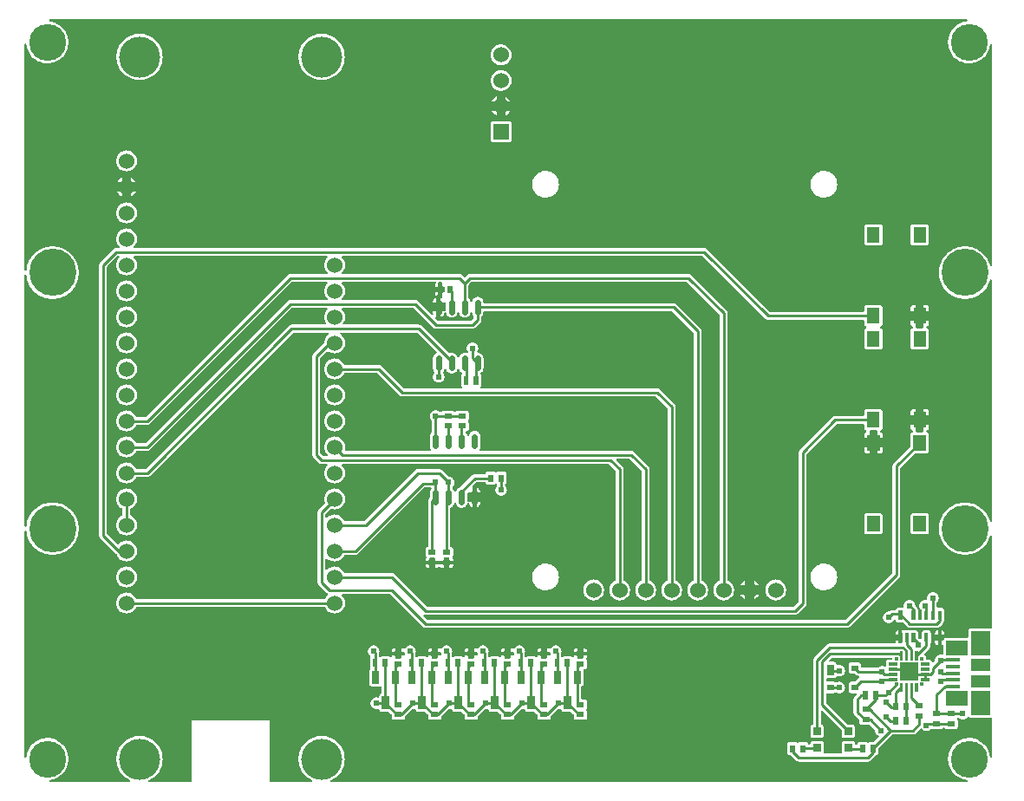
<source format=gtl>
G04 Layer: TopLayer*
G04 EasyEDA v6.4.19.4, 2021-07-14T11:09:17--7:00*
G04 73e50abd1ea448babbb0d4c805b7eb3a,d433bb90ee054a4e8348b136ee7bb52c,10*
G04 Gerber Generator version 0.2*
G04 Scale: 100 percent, Rotated: No, Reflected: No *
G04 Dimensions in inches *
G04 leading zeros omitted , absolute positions ,3 integer and 6 decimal *
%FSLAX36Y36*%
%MOIN*%

%ADD10C,0.0100*%
%ADD11C,0.0236*%
%ADD12C,0.0240*%
%ADD13R,0.0512X0.0610*%
%ADD16R,0.0157X0.0354*%
%ADD19R,0.0118X0.0118*%
%ADD20R,0.0354X0.0118*%
%ADD21R,0.0315X0.0197*%
%ADD22R,0.0748X0.0935*%
%ADD23R,0.0543X0.0177*%
%ADD24R,0.0197X0.0315*%
%ADD25R,0.0276X0.0433*%
%ADD26R,0.0276X0.0236*%
%ADD27C,0.1417*%
%ADD28C,0.1811*%
%ADD29C,0.0600*%
%ADD30C,0.1575*%

%LPD*%
G36*
X-343960Y-88320D02*
G01*
X-345620Y-87960D01*
X-346960Y-86960D01*
X-347780Y-85500D01*
X-347939Y-83820D01*
X-347360Y-82220D01*
X-346200Y-81000D01*
X-344640Y-80380D01*
X-336860Y-79060D01*
X-329320Y-77000D01*
X-322000Y-74220D01*
X-314980Y-70760D01*
X-308340Y-66620D01*
X-302120Y-61880D01*
X-296400Y-56560D01*
X-291200Y-50700D01*
X-286600Y-44360D01*
X-282640Y-37620D01*
X-279340Y-30540D01*
X-276760Y-23160D01*
X-274880Y-15560D01*
X-273740Y-7820D01*
X-273360Y0D01*
X-273740Y7820D01*
X-274880Y15560D01*
X-276760Y23160D01*
X-279340Y30540D01*
X-282640Y37620D01*
X-286600Y44360D01*
X-291200Y50700D01*
X-296400Y56560D01*
X-302120Y61880D01*
X-308340Y66620D01*
X-314980Y70760D01*
X-322000Y74220D01*
X-329320Y77000D01*
X-336860Y79060D01*
X-344580Y80380D01*
X-352380Y80940D01*
X-360200Y80740D01*
X-367960Y79800D01*
X-375600Y78120D01*
X-383040Y75700D01*
X-390220Y72580D01*
X-397040Y68780D01*
X-403480Y64340D01*
X-409460Y59280D01*
X-414940Y53680D01*
X-419840Y47580D01*
X-424120Y41040D01*
X-427760Y34120D01*
X-430700Y26880D01*
X-432939Y19380D01*
X-434440Y11700D01*
X-434680Y9300D01*
X-435200Y7660D01*
X-436380Y6400D01*
X-437980Y5740D01*
X-439700Y5840D01*
X-441240Y6640D01*
X-442280Y8000D01*
X-442660Y9700D01*
X-442660Y874860D01*
X-442299Y876520D01*
X-441260Y877900D01*
X-439760Y878700D01*
X-438060Y878820D01*
X-436460Y878199D01*
X-435260Y877000D01*
X-434700Y875380D01*
X-433760Y868340D01*
X-431860Y859780D01*
X-429219Y851400D01*
X-425860Y843300D01*
X-421800Y835500D01*
X-417100Y828100D01*
X-411740Y821140D01*
X-405820Y814659D01*
X-399340Y808720D01*
X-392380Y803379D01*
X-384960Y798660D01*
X-377180Y794599D01*
X-369060Y791240D01*
X-360700Y788600D01*
X-352120Y786700D01*
X-343420Y785560D01*
X-334640Y785180D01*
X-325880Y785560D01*
X-317160Y786700D01*
X-308600Y788600D01*
X-300220Y791240D01*
X-292120Y794599D01*
X-284320Y798660D01*
X-276920Y803379D01*
X-269960Y808720D01*
X-263480Y814659D01*
X-257540Y821140D01*
X-252200Y828100D01*
X-247480Y835500D01*
X-243420Y843300D01*
X-240060Y851400D01*
X-237420Y859780D01*
X-235520Y868340D01*
X-234380Y877060D01*
X-234000Y885819D01*
X-234380Y894599D01*
X-235520Y903300D01*
X-237420Y911880D01*
X-240060Y920260D01*
X-243420Y928360D01*
X-247480Y936160D01*
X-252200Y943560D01*
X-257540Y950520D01*
X-263480Y957000D01*
X-269960Y962920D01*
X-276920Y968280D01*
X-284320Y972980D01*
X-292120Y977039D01*
X-300220Y980400D01*
X-308600Y983040D01*
X-317160Y984940D01*
X-325880Y986100D01*
X-334640Y986480D01*
X-343420Y986100D01*
X-352120Y984940D01*
X-360700Y983040D01*
X-369060Y980400D01*
X-377180Y977039D01*
X-384960Y972980D01*
X-392380Y968280D01*
X-399340Y962920D01*
X-405820Y957000D01*
X-411740Y950520D01*
X-417100Y943560D01*
X-421800Y936160D01*
X-425860Y928360D01*
X-429219Y920260D01*
X-431860Y911880D01*
X-433760Y903300D01*
X-434700Y896260D01*
X-435260Y894659D01*
X-436460Y893439D01*
X-438060Y892840D01*
X-439760Y892940D01*
X-441260Y893760D01*
X-442299Y895120D01*
X-442660Y896800D01*
X-442660Y1859120D01*
X-442299Y1860780D01*
X-441260Y1862140D01*
X-439760Y1862960D01*
X-438060Y1863060D01*
X-436460Y1862460D01*
X-435260Y1861240D01*
X-434700Y1859640D01*
X-433760Y1852600D01*
X-431860Y1844019D01*
X-429219Y1835660D01*
X-425860Y1827540D01*
X-421800Y1819760D01*
X-417100Y1812360D01*
X-411740Y1805380D01*
X-405820Y1798920D01*
X-399340Y1792980D01*
X-392380Y1787640D01*
X-384960Y1782920D01*
X-377180Y1778860D01*
X-369060Y1775500D01*
X-360700Y1772860D01*
X-352120Y1770960D01*
X-343420Y1769820D01*
X-334640Y1769440D01*
X-325880Y1769820D01*
X-317160Y1770960D01*
X-308600Y1772860D01*
X-300220Y1775500D01*
X-292120Y1778860D01*
X-284320Y1782920D01*
X-276920Y1787640D01*
X-269960Y1792980D01*
X-263480Y1798920D01*
X-257540Y1805380D01*
X-252200Y1812360D01*
X-247480Y1819760D01*
X-243420Y1827540D01*
X-240060Y1835660D01*
X-237420Y1844019D01*
X-235520Y1852600D01*
X-234380Y1861300D01*
X-234000Y1870080D01*
X-234380Y1878860D01*
X-235520Y1887560D01*
X-237420Y1896120D01*
X-240060Y1904500D01*
X-243420Y1912620D01*
X-247480Y1920400D01*
X-252200Y1927800D01*
X-257540Y1934780D01*
X-263480Y1941240D01*
X-269960Y1947180D01*
X-276920Y1952520D01*
X-284320Y1957240D01*
X-292120Y1961300D01*
X-300220Y1964660D01*
X-308600Y1967300D01*
X-317160Y1969199D01*
X-325880Y1970340D01*
X-334640Y1970720D01*
X-343420Y1970340D01*
X-352120Y1969199D01*
X-360700Y1967300D01*
X-369060Y1964660D01*
X-377180Y1961300D01*
X-384960Y1957240D01*
X-392380Y1952520D01*
X-399340Y1947180D01*
X-405820Y1941240D01*
X-411740Y1934780D01*
X-417100Y1927800D01*
X-421800Y1920400D01*
X-425860Y1912620D01*
X-429219Y1904500D01*
X-431860Y1896120D01*
X-433760Y1887560D01*
X-434700Y1880520D01*
X-435260Y1878920D01*
X-436460Y1877700D01*
X-438060Y1877080D01*
X-439760Y1877200D01*
X-441260Y1878020D01*
X-442299Y1879379D01*
X-442660Y1881040D01*
X-442660Y2746220D01*
X-442280Y2747900D01*
X-441240Y2749280D01*
X-439700Y2750080D01*
X-437980Y2750160D01*
X-436380Y2749500D01*
X-435200Y2748240D01*
X-434680Y2746600D01*
X-434440Y2744200D01*
X-432939Y2736540D01*
X-430700Y2729040D01*
X-427760Y2721780D01*
X-424120Y2714860D01*
X-419840Y2708320D01*
X-414940Y2702220D01*
X-409460Y2696620D01*
X-403480Y2691580D01*
X-397040Y2687140D01*
X-390220Y2683340D01*
X-383040Y2680200D01*
X-375600Y2677780D01*
X-367960Y2676100D01*
X-360200Y2675160D01*
X-352380Y2674960D01*
X-344580Y2675539D01*
X-336860Y2676860D01*
X-329320Y2678900D01*
X-322000Y2681680D01*
X-314980Y2685140D01*
X-308340Y2689280D01*
X-302120Y2694020D01*
X-296400Y2699360D01*
X-291200Y2705200D01*
X-286600Y2711540D01*
X-282640Y2718279D01*
X-279340Y2725380D01*
X-276760Y2732760D01*
X-274880Y2740360D01*
X-273740Y2748100D01*
X-273360Y2755899D01*
X-273740Y2763720D01*
X-274880Y2771460D01*
X-276760Y2779060D01*
X-279340Y2786440D01*
X-282640Y2793540D01*
X-286600Y2800280D01*
X-291200Y2806600D01*
X-296400Y2812460D01*
X-302120Y2817780D01*
X-308340Y2822540D01*
X-314980Y2826660D01*
X-322000Y2830140D01*
X-329320Y2832900D01*
X-336860Y2834960D01*
X-344640Y2836280D01*
X-346200Y2836920D01*
X-347360Y2838140D01*
X-347939Y2839720D01*
X-347780Y2841400D01*
X-346960Y2842880D01*
X-345620Y2843880D01*
X-343960Y2844240D01*
X3179380Y2844240D01*
X3181060Y2843860D01*
X3182420Y2842840D01*
X3183220Y2841320D01*
X3183340Y2839620D01*
X3182720Y2838020D01*
X3181480Y2836820D01*
X3179860Y2836259D01*
X3175340Y2835720D01*
X3167700Y2834020D01*
X3160260Y2831600D01*
X3153100Y2828480D01*
X3146259Y2824680D01*
X3139820Y2820240D01*
X3133840Y2815200D01*
X3128380Y2809600D01*
X3123480Y2803500D01*
X3119180Y2796960D01*
X3115560Y2790020D01*
X3112600Y2782780D01*
X3110360Y2775280D01*
X3108860Y2767600D01*
X3108100Y2759820D01*
X3108100Y2752000D01*
X3108860Y2744200D01*
X3110360Y2736540D01*
X3112600Y2729040D01*
X3115560Y2721780D01*
X3119180Y2714860D01*
X3123480Y2708320D01*
X3128380Y2702220D01*
X3133840Y2696620D01*
X3139820Y2691580D01*
X3146259Y2687140D01*
X3153100Y2683340D01*
X3160260Y2680200D01*
X3167700Y2677780D01*
X3175340Y2676100D01*
X3183120Y2675160D01*
X3190940Y2674960D01*
X3198740Y2675539D01*
X3206440Y2676860D01*
X3214000Y2678900D01*
X3221300Y2681680D01*
X3228320Y2685140D01*
X3234960Y2689280D01*
X3241180Y2694020D01*
X3246920Y2699360D01*
X3252100Y2705200D01*
X3256700Y2711540D01*
X3260659Y2718279D01*
X3263960Y2725380D01*
X3266560Y2732760D01*
X3268420Y2740360D01*
X3269340Y2746620D01*
X3269940Y2748200D01*
X3271139Y2749400D01*
X3272740Y2750000D01*
X3274440Y2749860D01*
X3275920Y2749060D01*
X3276940Y2747700D01*
X3277300Y2746040D01*
X3277300Y1900380D01*
X3276980Y1898800D01*
X3276060Y1897480D01*
X3274700Y1896639D01*
X3273100Y1896380D01*
X3271540Y1896780D01*
X3270260Y1897780D01*
X3269480Y1899180D01*
X3267799Y1904500D01*
X3264440Y1912620D01*
X3260400Y1920400D01*
X3255680Y1927800D01*
X3250340Y1934780D01*
X3244400Y1941240D01*
X3237919Y1947180D01*
X3230960Y1952520D01*
X3223560Y1957240D01*
X3215760Y1961300D01*
X3207660Y1964660D01*
X3199280Y1967300D01*
X3190700Y1969199D01*
X3182000Y1970340D01*
X3173240Y1970720D01*
X3164460Y1970340D01*
X3155760Y1969199D01*
X3147180Y1967300D01*
X3138800Y1964660D01*
X3130700Y1961300D01*
X3122900Y1957240D01*
X3115500Y1952520D01*
X3108540Y1947180D01*
X3102060Y1941240D01*
X3096120Y1934780D01*
X3090779Y1927800D01*
X3086060Y1920400D01*
X3082020Y1912620D01*
X3078660Y1904500D01*
X3076019Y1896120D01*
X3074120Y1887560D01*
X3072960Y1878860D01*
X3072580Y1870080D01*
X3072960Y1861300D01*
X3074120Y1852600D01*
X3076019Y1844019D01*
X3078660Y1835660D01*
X3082020Y1827540D01*
X3086060Y1819760D01*
X3090779Y1812360D01*
X3096120Y1805380D01*
X3102060Y1798920D01*
X3108540Y1792980D01*
X3115500Y1787640D01*
X3122900Y1782920D01*
X3130700Y1778860D01*
X3138800Y1775500D01*
X3147180Y1772860D01*
X3155760Y1770960D01*
X3164460Y1769820D01*
X3173240Y1769440D01*
X3182000Y1769820D01*
X3190700Y1770960D01*
X3199280Y1772860D01*
X3207660Y1775500D01*
X3215760Y1778860D01*
X3223560Y1782920D01*
X3230960Y1787640D01*
X3237919Y1792980D01*
X3244400Y1798920D01*
X3250340Y1805380D01*
X3255680Y1812360D01*
X3260400Y1819760D01*
X3264440Y1827540D01*
X3267799Y1835660D01*
X3269480Y1840980D01*
X3270260Y1842380D01*
X3271540Y1843360D01*
X3273100Y1843779D01*
X3274700Y1843520D01*
X3276060Y1842680D01*
X3276980Y1841360D01*
X3277300Y1839780D01*
X3277300Y916120D01*
X3276980Y914560D01*
X3276060Y913240D01*
X3274700Y912380D01*
X3273100Y912140D01*
X3271540Y912540D01*
X3270260Y913520D01*
X3269480Y914920D01*
X3267799Y920260D01*
X3264440Y928360D01*
X3260400Y936160D01*
X3255680Y943560D01*
X3250340Y950520D01*
X3244400Y957000D01*
X3237919Y962920D01*
X3230960Y968280D01*
X3223560Y972980D01*
X3215760Y977039D01*
X3207660Y980400D01*
X3199280Y983040D01*
X3190700Y984940D01*
X3182000Y986100D01*
X3173240Y986480D01*
X3164460Y986100D01*
X3155760Y984940D01*
X3147180Y983040D01*
X3138800Y980400D01*
X3130700Y977039D01*
X3122900Y972980D01*
X3115500Y968280D01*
X3108540Y962920D01*
X3102060Y957000D01*
X3096120Y950520D01*
X3090779Y943560D01*
X3086060Y936160D01*
X3082020Y928360D01*
X3078660Y920260D01*
X3076019Y911880D01*
X3074120Y903300D01*
X3072960Y894599D01*
X3072580Y885819D01*
X3072960Y877060D01*
X3074120Y868340D01*
X3076019Y859780D01*
X3078660Y851400D01*
X3082020Y843300D01*
X3086060Y835500D01*
X3090779Y828100D01*
X3096120Y821140D01*
X3102060Y814659D01*
X3108540Y808720D01*
X3115500Y803379D01*
X3122900Y798660D01*
X3130700Y794599D01*
X3138800Y791240D01*
X3147180Y788600D01*
X3155760Y786700D01*
X3164460Y785560D01*
X3173240Y785180D01*
X3182000Y785560D01*
X3190700Y786700D01*
X3199280Y788600D01*
X3207660Y791240D01*
X3215760Y794599D01*
X3223560Y798660D01*
X3230960Y803379D01*
X3237919Y808720D01*
X3244400Y814659D01*
X3250340Y821140D01*
X3255680Y828100D01*
X3260400Y835500D01*
X3264440Y843300D01*
X3267799Y851400D01*
X3269480Y856720D01*
X3270260Y858139D01*
X3271540Y859120D01*
X3273100Y859520D01*
X3274700Y859280D01*
X3276060Y858420D01*
X3276980Y857099D01*
X3277300Y855520D01*
X3277300Y505180D01*
X3276960Y503540D01*
X3275960Y502200D01*
X3274520Y501380D01*
X3272860Y501200D01*
X3270080Y501520D01*
X3195740Y501520D01*
X3193260Y501240D01*
X3191139Y500500D01*
X3189220Y499300D01*
X3187640Y497700D01*
X3186440Y495800D01*
X3185680Y493660D01*
X3185419Y491200D01*
X3185419Y470080D01*
X3185100Y468540D01*
X3184240Y467260D01*
X3182940Y466380D01*
X3181420Y466079D01*
X3101240Y466079D01*
X3098780Y465800D01*
X3096640Y465060D01*
X3094740Y463860D01*
X3093140Y462260D01*
X3091940Y460360D01*
X3091120Y458000D01*
X3090280Y456620D01*
X3088940Y455660D01*
X3087340Y455340D01*
X3082020Y455340D01*
X3082020Y438880D01*
X3083240Y438880D01*
X3087200Y439320D01*
X3088639Y438940D01*
X3089840Y438060D01*
X3090640Y436800D01*
X3090920Y435340D01*
X3090920Y405060D01*
X3090659Y403640D01*
X3089900Y402380D01*
X3088740Y401500D01*
X3087340Y401079D01*
X3085880Y401200D01*
X3083840Y401740D01*
X3080000Y402080D01*
X3076160Y401740D01*
X3072440Y400760D01*
X3068960Y399120D01*
X3065800Y396920D01*
X3063080Y394200D01*
X3060880Y391040D01*
X3059240Y387560D01*
X3058260Y383840D01*
X3057980Y380660D01*
X3057620Y379300D01*
X3056820Y378180D01*
X3052559Y373920D01*
X3051220Y373020D01*
X3049640Y372740D01*
X3048080Y373100D01*
X3046780Y374040D01*
X3045820Y375800D01*
X3044620Y377720D01*
X3043020Y379300D01*
X3041120Y380500D01*
X3038980Y381260D01*
X3036520Y381540D01*
X3027220Y381540D01*
X3025680Y381840D01*
X3024400Y382700D01*
X3023519Y384000D01*
X3023220Y385540D01*
X3023220Y390900D01*
X3022940Y393360D01*
X3022200Y395480D01*
X3021000Y397400D01*
X3019400Y399000D01*
X3018399Y399620D01*
X3017340Y400580D01*
X3016700Y401860D01*
X3016540Y403280D01*
X3016880Y404660D01*
X3017700Y405840D01*
X3034960Y423080D01*
X3036960Y425520D01*
X3038340Y428120D01*
X3039200Y430959D01*
X3039520Y434099D01*
X3039520Y440520D01*
X3039680Y441620D01*
X3040120Y442640D01*
X3041360Y444600D01*
X3042100Y446740D01*
X3042380Y449200D01*
X3042380Y484180D01*
X3042100Y486640D01*
X3041360Y488780D01*
X3040160Y490680D01*
X3038560Y492280D01*
X3036660Y493480D01*
X3034520Y494219D01*
X3032060Y494500D01*
X3016760Y494500D01*
X3014300Y494219D01*
X3012160Y493480D01*
X3010260Y492280D01*
X3008660Y490680D01*
X3007460Y488780D01*
X3006720Y486640D01*
X3006440Y484180D01*
X3006440Y464920D01*
X3006160Y463500D01*
X3005400Y462239D01*
X3004260Y461360D01*
X3002860Y460940D01*
X3001400Y461060D01*
X2998660Y461800D01*
X2997700Y462200D01*
X2996880Y462840D01*
X2994740Y464960D01*
X2993860Y466260D01*
X2993560Y467800D01*
X2993560Y484180D01*
X2993279Y486640D01*
X2992540Y488780D01*
X2991340Y490680D01*
X2989740Y492280D01*
X2987840Y493480D01*
X2985700Y494219D01*
X2983240Y494500D01*
X2967940Y494500D01*
X2965480Y494219D01*
X2964120Y493760D01*
X2962799Y493519D01*
X2961480Y493760D01*
X2960120Y494219D01*
X2957640Y494500D01*
X2942360Y494500D01*
X2939880Y494219D01*
X2938519Y493760D01*
X2937200Y493519D01*
X2935880Y493760D01*
X2934520Y494219D01*
X2932060Y494500D01*
X2930840Y494500D01*
X2930840Y476880D01*
X2931720Y475580D01*
X2932020Y474040D01*
X2932020Y459340D01*
X2931720Y457800D01*
X2930840Y456500D01*
X2930840Y449099D01*
X2930539Y447560D01*
X2929680Y446280D01*
X2928380Y445400D01*
X2926840Y445100D01*
X2921980Y445100D01*
X2920440Y445400D01*
X2919140Y446280D01*
X2918279Y447560D01*
X2917980Y449099D01*
X2917980Y455340D01*
X2906440Y455340D01*
X2906440Y449099D01*
X2906139Y447560D01*
X2905260Y446280D01*
X2903960Y445400D01*
X2902440Y445100D01*
X2655200Y445100D01*
X2652060Y444799D01*
X2649220Y443940D01*
X2646620Y442540D01*
X2644180Y440540D01*
X2594460Y390820D01*
X2592460Y388380D01*
X2591060Y385780D01*
X2590200Y382939D01*
X2589900Y379799D01*
X2589900Y135940D01*
X2589560Y134340D01*
X2588620Y133020D01*
X2587220Y132160D01*
X2584740Y131300D01*
X2582840Y130100D01*
X2581240Y128500D01*
X2580040Y126600D01*
X2579300Y124460D01*
X2579020Y122000D01*
X2579020Y90960D01*
X2579300Y88480D01*
X2580040Y86359D01*
X2581240Y84440D01*
X2582840Y82860D01*
X2584740Y81640D01*
X2586880Y80900D01*
X2589340Y80620D01*
X2620380Y80620D01*
X2622860Y80900D01*
X2624980Y81640D01*
X2626900Y82860D01*
X2628480Y84440D01*
X2629680Y86359D01*
X2630440Y88480D01*
X2630720Y90960D01*
X2630720Y122000D01*
X2630440Y124460D01*
X2629680Y126600D01*
X2628480Y128500D01*
X2626900Y130100D01*
X2624980Y131300D01*
X2622780Y132080D01*
X2621380Y132920D01*
X2620440Y134240D01*
X2620100Y135840D01*
X2620100Y182360D01*
X2620400Y183880D01*
X2621280Y185180D01*
X2622559Y186060D01*
X2624100Y186360D01*
X2625640Y186060D01*
X2626920Y185180D01*
X2697840Y114280D01*
X2698720Y112980D01*
X2699020Y111440D01*
X2699020Y90960D01*
X2699300Y88480D01*
X2700040Y86359D01*
X2701240Y84440D01*
X2702840Y82860D01*
X2704740Y81640D01*
X2706880Y80900D01*
X2709340Y80620D01*
X2740380Y80620D01*
X2742860Y80900D01*
X2744980Y81640D01*
X2746900Y82860D01*
X2748480Y84440D01*
X2749680Y86359D01*
X2750440Y88480D01*
X2750720Y90960D01*
X2750720Y122000D01*
X2750440Y124460D01*
X2749680Y126600D01*
X2748480Y128500D01*
X2746900Y130100D01*
X2744980Y131300D01*
X2742860Y132040D01*
X2740380Y132320D01*
X2724160Y132320D01*
X2722620Y132620D01*
X2721340Y133500D01*
X2641280Y213560D01*
X2640400Y214840D01*
X2640100Y216380D01*
X2640100Y249280D01*
X2640400Y250820D01*
X2641280Y252120D01*
X2642559Y252979D01*
X2644100Y253280D01*
X2669060Y253280D01*
X2671540Y253560D01*
X2673660Y254300D01*
X2675500Y255460D01*
X2676720Y255980D01*
X2678039Y256060D01*
X2679320Y255700D01*
X2682440Y254240D01*
X2686160Y253260D01*
X2690000Y252920D01*
X2693840Y253260D01*
X2697559Y254240D01*
X2701040Y255880D01*
X2704200Y258080D01*
X2706920Y260799D01*
X2709120Y263960D01*
X2710760Y267440D01*
X2711740Y271160D01*
X2712080Y275000D01*
X2711740Y278840D01*
X2710760Y282560D01*
X2709120Y286040D01*
X2706920Y289200D01*
X2704200Y291920D01*
X2701040Y294120D01*
X2697559Y295760D01*
X2693840Y296740D01*
X2690000Y297080D01*
X2686160Y296740D01*
X2682440Y295760D01*
X2679680Y294460D01*
X2678399Y294100D01*
X2677080Y294200D01*
X2675860Y294700D01*
X2673660Y296080D01*
X2671540Y296820D01*
X2669060Y297100D01*
X2644100Y297100D01*
X2642559Y297400D01*
X2641280Y298280D01*
X2640400Y299580D01*
X2640100Y301100D01*
X2640100Y306380D01*
X2640400Y307900D01*
X2641280Y309200D01*
X2642559Y310060D01*
X2644100Y310380D01*
X2669060Y310380D01*
X2671540Y310640D01*
X2673660Y311400D01*
X2675580Y312600D01*
X2677160Y314180D01*
X2679240Y317760D01*
X2680400Y318680D01*
X2681820Y319120D01*
X2683300Y319020D01*
X2686160Y318260D01*
X2690000Y317920D01*
X2693840Y318260D01*
X2697559Y319240D01*
X2701040Y320880D01*
X2704200Y323080D01*
X2706920Y325800D01*
X2709120Y328960D01*
X2710760Y332440D01*
X2711740Y336160D01*
X2712080Y340000D01*
X2711740Y343840D01*
X2710760Y347560D01*
X2709120Y351040D01*
X2706920Y354200D01*
X2704200Y356920D01*
X2701040Y359120D01*
X2697559Y360760D01*
X2693840Y361740D01*
X2690000Y362080D01*
X2686160Y361740D01*
X2684280Y361240D01*
X2682559Y361160D01*
X2680980Y361800D01*
X2679820Y363040D01*
X2679260Y364660D01*
X2679120Y366019D01*
X2678360Y368140D01*
X2677160Y370060D01*
X2675580Y371659D01*
X2673660Y372860D01*
X2671540Y373600D01*
X2669060Y373880D01*
X2654880Y373880D01*
X2653360Y374180D01*
X2652060Y375040D01*
X2651200Y376340D01*
X2650880Y377879D01*
X2651200Y379400D01*
X2652060Y380700D01*
X2660080Y388720D01*
X2661380Y389600D01*
X2662919Y389900D01*
X2888780Y389900D01*
X2890320Y389600D01*
X2891620Y388720D01*
X2892480Y387440D01*
X2892780Y385540D01*
X2892480Y384000D01*
X2891620Y382700D01*
X2890320Y381840D01*
X2888780Y381540D01*
X2879480Y381540D01*
X2877020Y381260D01*
X2874880Y380520D01*
X2872980Y379320D01*
X2871380Y377720D01*
X2870179Y375800D01*
X2869440Y373680D01*
X2869160Y371200D01*
X2869160Y359840D01*
X2869040Y357680D01*
X2868200Y356220D01*
X2866840Y355240D01*
X2865179Y354920D01*
X2863540Y355280D01*
X2862559Y355760D01*
X2858840Y356740D01*
X2855000Y357080D01*
X2851160Y356740D01*
X2847440Y355760D01*
X2843960Y354120D01*
X2840800Y351920D01*
X2840160Y351280D01*
X2838860Y350400D01*
X2837320Y350100D01*
X2777880Y350100D01*
X2776340Y350400D01*
X2775040Y351280D01*
X2774180Y352560D01*
X2773880Y354099D01*
X2773880Y361580D01*
X2773600Y364060D01*
X2772860Y366180D01*
X2771660Y368100D01*
X2770059Y369680D01*
X2768140Y370880D01*
X2766019Y371640D01*
X2763560Y371900D01*
X2736440Y371900D01*
X2733980Y371640D01*
X2731840Y370880D01*
X2729940Y369680D01*
X2728340Y368100D01*
X2727140Y366180D01*
X2726400Y364060D01*
X2726120Y361580D01*
X2726120Y338420D01*
X2726400Y335940D01*
X2727140Y333820D01*
X2728340Y331900D01*
X2729940Y330319D01*
X2731840Y329099D01*
X2733980Y328360D01*
X2736440Y328080D01*
X2748900Y328080D01*
X2750440Y327780D01*
X2751720Y326920D01*
X2754180Y324460D01*
X2756620Y322460D01*
X2759220Y321060D01*
X2762060Y320200D01*
X2764740Y319940D01*
X2766240Y319480D01*
X2767460Y318500D01*
X2768180Y317100D01*
X2768340Y315540D01*
X2767860Y314060D01*
X2766860Y312840D01*
X2763980Y310520D01*
X2751740Y298280D01*
X2750440Y297400D01*
X2748900Y297100D01*
X2736440Y297100D01*
X2733980Y296820D01*
X2731840Y296080D01*
X2729940Y294880D01*
X2728340Y293280D01*
X2727140Y291380D01*
X2726400Y289240D01*
X2726120Y286780D01*
X2726120Y263600D01*
X2726400Y261140D01*
X2727140Y259020D01*
X2728340Y257100D01*
X2729940Y255500D01*
X2731840Y254300D01*
X2733980Y253560D01*
X2736440Y253280D01*
X2752280Y253280D01*
X2753800Y252979D01*
X2755100Y252120D01*
X2755960Y250820D01*
X2756280Y249280D01*
X2755960Y247760D01*
X2755100Y246460D01*
X2749460Y240820D01*
X2747460Y238380D01*
X2746060Y235780D01*
X2745200Y232940D01*
X2744900Y229800D01*
X2744900Y180200D01*
X2745200Y177060D01*
X2746060Y174220D01*
X2747460Y171620D01*
X2749460Y169180D01*
X2765980Y152660D01*
X2766840Y151380D01*
X2767140Y149840D01*
X2767140Y141700D01*
X2767420Y139240D01*
X2768180Y137100D01*
X2769380Y135200D01*
X2770960Y133600D01*
X2772880Y132400D01*
X2775000Y131660D01*
X2777480Y131380D01*
X2805620Y131380D01*
X2807140Y131060D01*
X2808440Y130200D01*
X2826820Y111840D01*
X2827620Y110700D01*
X2827980Y109360D01*
X2828260Y106160D01*
X2829240Y102440D01*
X2830880Y98960D01*
X2833080Y95800D01*
X2835800Y93080D01*
X2838960Y90879D01*
X2839620Y90559D01*
X2840860Y89660D01*
X2841660Y88379D01*
X2841920Y86880D01*
X2841620Y85380D01*
X2840760Y84120D01*
X2823660Y67020D01*
X2822360Y66160D01*
X2820840Y65840D01*
X2810059Y65840D01*
X2807600Y65580D01*
X2805460Y64820D01*
X2803560Y63620D01*
X2802820Y62900D01*
X2801520Y62020D01*
X2800000Y61720D01*
X2798460Y62020D01*
X2797160Y62900D01*
X2796440Y63620D01*
X2794520Y64820D01*
X2792400Y65580D01*
X2789920Y65840D01*
X2770700Y65840D01*
X2768220Y65580D01*
X2766100Y64820D01*
X2764180Y63620D01*
X2762600Y62020D01*
X2761400Y60119D01*
X2760580Y57779D01*
X2759720Y56380D01*
X2758399Y55439D01*
X2756800Y55100D01*
X2754980Y55100D01*
X2753560Y55359D01*
X2752320Y56120D01*
X2751420Y57280D01*
X2751000Y58680D01*
X2750700Y61520D01*
X2749960Y63640D01*
X2748759Y65560D01*
X2747160Y67140D01*
X2745260Y68340D01*
X2743120Y69100D01*
X2740659Y69380D01*
X2709620Y69380D01*
X2707140Y69100D01*
X2705020Y68340D01*
X2703100Y67140D01*
X2701520Y65560D01*
X2700320Y63640D01*
X2699560Y61520D01*
X2699300Y59040D01*
X2699300Y28000D01*
X2699820Y23920D01*
X2699480Y22440D01*
X2698600Y21200D01*
X2697320Y20379D01*
X2695840Y20099D01*
X2634440Y20099D01*
X2632960Y20379D01*
X2631680Y21200D01*
X2630800Y22440D01*
X2630440Y23920D01*
X2630980Y28000D01*
X2630980Y59040D01*
X2630700Y61520D01*
X2629960Y63640D01*
X2628759Y65560D01*
X2627160Y67140D01*
X2625260Y68340D01*
X2623120Y69100D01*
X2620659Y69380D01*
X2589620Y69380D01*
X2587140Y69100D01*
X2585020Y68340D01*
X2583100Y67140D01*
X2581520Y65560D01*
X2580320Y63640D01*
X2579560Y61520D01*
X2579420Y60199D01*
X2579000Y58800D01*
X2578120Y57660D01*
X2576880Y56900D01*
X2575440Y56640D01*
X2572660Y56640D01*
X2571060Y56980D01*
X2569740Y57920D01*
X2568880Y59320D01*
X2568600Y60119D01*
X2567400Y62020D01*
X2565820Y63620D01*
X2563900Y64820D01*
X2561780Y65580D01*
X2559300Y65840D01*
X2540080Y65840D01*
X2537600Y65580D01*
X2535480Y64820D01*
X2533560Y63620D01*
X2532840Y62900D01*
X2531540Y62020D01*
X2530000Y61720D01*
X2528480Y62020D01*
X2527180Y62900D01*
X2526440Y63620D01*
X2524540Y64820D01*
X2522400Y65580D01*
X2519940Y65840D01*
X2500700Y65840D01*
X2498240Y65580D01*
X2496100Y64820D01*
X2494200Y63620D01*
X2492600Y62020D01*
X2491400Y60119D01*
X2490660Y57980D01*
X2490380Y55519D01*
X2490380Y24480D01*
X2490660Y22020D01*
X2491400Y19880D01*
X2492600Y17980D01*
X2494200Y16379D01*
X2496100Y15180D01*
X2498240Y14420D01*
X2500700Y14160D01*
X2502840Y14160D01*
X2504360Y13839D01*
X2505660Y12980D01*
X2524180Y-5540D01*
X2526620Y-7540D01*
X2529220Y-8940D01*
X2532060Y-9800D01*
X2535200Y-10100D01*
X2799800Y-10100D01*
X2802940Y-9800D01*
X2805779Y-8940D01*
X2808380Y-7540D01*
X2810820Y-5540D01*
X2829680Y13320D01*
X2831220Y14280D01*
X2833920Y15180D01*
X2835800Y16379D01*
X2837400Y17980D01*
X2838600Y19880D01*
X2839340Y22020D01*
X2839620Y24480D01*
X2839620Y38620D01*
X2839920Y40140D01*
X2840800Y41440D01*
X2893080Y93720D01*
X2894380Y94600D01*
X2895899Y94900D01*
X2973800Y94900D01*
X2976940Y95200D01*
X2979780Y96060D01*
X2982380Y97460D01*
X2984820Y99460D01*
X3001860Y116500D01*
X3003320Y117440D01*
X3005040Y117660D01*
X3006680Y117140D01*
X3010800Y113080D01*
X3013960Y110879D01*
X3017440Y109240D01*
X3021160Y108260D01*
X3025000Y107920D01*
X3028840Y108260D01*
X3032559Y109240D01*
X3036040Y110879D01*
X3039200Y113080D01*
X3041340Y115239D01*
X3042580Y116080D01*
X3044020Y116400D01*
X3045500Y116180D01*
X3047000Y115660D01*
X3049480Y115380D01*
X3080520Y115380D01*
X3082980Y115660D01*
X3085120Y116400D01*
X3087020Y117600D01*
X3088480Y119040D01*
X3089760Y119920D01*
X3091300Y120220D01*
X3093700Y120220D01*
X3095220Y119920D01*
X3096520Y119040D01*
X3097980Y117600D01*
X3099880Y116400D01*
X3102020Y115640D01*
X3104480Y115380D01*
X3135520Y115380D01*
X3138000Y115640D01*
X3140120Y116400D01*
X3142040Y117600D01*
X3143620Y119179D01*
X3144820Y121100D01*
X3145580Y123219D01*
X3145860Y125700D01*
X3145860Y144940D01*
X3145580Y147400D01*
X3144820Y149520D01*
X3143620Y151440D01*
X3142900Y152160D01*
X3142020Y153460D01*
X3141720Y155000D01*
X3142020Y156520D01*
X3142900Y157820D01*
X3143680Y158600D01*
X3144960Y159460D01*
X3146480Y159780D01*
X3147420Y159780D01*
X3148960Y159480D01*
X3150280Y158620D01*
X3150800Y158080D01*
X3153960Y155880D01*
X3157440Y154240D01*
X3161160Y153260D01*
X3165000Y152920D01*
X3168840Y153260D01*
X3172559Y154240D01*
X3176040Y155880D01*
X3179200Y158080D01*
X3183420Y162300D01*
X3185080Y162840D01*
X3186800Y162600D01*
X3188260Y161680D01*
X3189220Y160700D01*
X3191139Y159500D01*
X3193260Y158760D01*
X3195740Y158480D01*
X3270080Y158480D01*
X3272860Y158800D01*
X3274520Y158620D01*
X3275960Y157800D01*
X3276960Y156460D01*
X3277300Y154820D01*
X3277300Y9880D01*
X3276940Y8220D01*
X3275920Y6860D01*
X3274440Y6040D01*
X3272740Y5920D01*
X3271139Y6500D01*
X3269940Y7700D01*
X3269340Y9300D01*
X3268420Y15560D01*
X3266560Y23160D01*
X3263960Y30540D01*
X3260659Y37620D01*
X3256700Y44360D01*
X3252100Y50700D01*
X3246920Y56560D01*
X3241180Y61880D01*
X3234960Y66620D01*
X3228320Y70760D01*
X3221300Y74220D01*
X3214000Y77000D01*
X3206440Y79060D01*
X3198740Y80380D01*
X3190940Y80940D01*
X3183120Y80740D01*
X3175340Y79800D01*
X3167700Y78120D01*
X3160260Y75700D01*
X3153100Y72580D01*
X3146259Y68780D01*
X3139820Y64340D01*
X3133840Y59280D01*
X3128380Y53680D01*
X3123480Y47580D01*
X3119180Y41040D01*
X3115560Y34120D01*
X3112600Y26880D01*
X3110360Y19380D01*
X3108860Y11700D01*
X3108100Y3920D01*
X3108100Y-3920D01*
X3108860Y-11700D01*
X3110360Y-19380D01*
X3112600Y-26880D01*
X3115560Y-34120D01*
X3119180Y-41040D01*
X3123480Y-47580D01*
X3128380Y-53680D01*
X3133840Y-59280D01*
X3139820Y-64340D01*
X3146259Y-68780D01*
X3153100Y-72580D01*
X3160260Y-75700D01*
X3167700Y-78120D01*
X3175340Y-79800D01*
X3179860Y-80360D01*
X3181480Y-80920D01*
X3182720Y-82100D01*
X3183340Y-83699D01*
X3183220Y-85420D01*
X3182420Y-86920D01*
X3181060Y-87960D01*
X3179380Y-88320D01*
X738620Y-88320D01*
X737099Y-88020D01*
X735819Y-87180D01*
X734940Y-85900D01*
X734620Y-84380D01*
X734900Y-82860D01*
X735740Y-81560D01*
X737000Y-80660D01*
X739599Y-79520D01*
X746760Y-75520D01*
X753540Y-70900D01*
X759840Y-65660D01*
X765660Y-59840D01*
X770900Y-53540D01*
X775520Y-46760D01*
X779520Y-39600D01*
X782840Y-32100D01*
X785440Y-24320D01*
X787320Y-16319D01*
X788460Y-8200D01*
X788840Y0D01*
X788460Y8200D01*
X787320Y16319D01*
X785440Y24320D01*
X782840Y32100D01*
X779520Y39600D01*
X775520Y46760D01*
X770900Y53540D01*
X765660Y59840D01*
X759840Y65660D01*
X753540Y70900D01*
X746760Y75520D01*
X739599Y79520D01*
X732099Y82840D01*
X724320Y85440D01*
X716320Y87320D01*
X708199Y88460D01*
X700000Y88840D01*
X691800Y88460D01*
X683680Y87320D01*
X675680Y85440D01*
X667900Y82840D01*
X660400Y79520D01*
X653240Y75520D01*
X646460Y70900D01*
X640160Y65660D01*
X634340Y59840D01*
X629100Y53540D01*
X624480Y46760D01*
X620480Y39600D01*
X617160Y32100D01*
X614560Y24320D01*
X612680Y16319D01*
X611540Y8200D01*
X611160Y0D01*
X611540Y-8200D01*
X612680Y-16319D01*
X614560Y-24320D01*
X617160Y-32100D01*
X620480Y-39600D01*
X624480Y-46760D01*
X629100Y-53540D01*
X634340Y-59840D01*
X640160Y-65660D01*
X646460Y-70900D01*
X653240Y-75520D01*
X660400Y-79520D01*
X663000Y-80660D01*
X664260Y-81560D01*
X665100Y-82860D01*
X665380Y-84380D01*
X665060Y-85900D01*
X664180Y-87180D01*
X662900Y-88020D01*
X661380Y-88320D01*
X504000Y-88320D01*
X502460Y-88020D01*
X501180Y-87160D01*
X500300Y-85860D01*
X500000Y-84320D01*
X500000Y149600D01*
X499600Y150000D01*
X200400Y150000D01*
X200000Y149600D01*
X200000Y-84320D01*
X199700Y-85860D01*
X198820Y-87160D01*
X197540Y-88020D01*
X196000Y-88320D01*
X38620Y-88320D01*
X37100Y-88020D01*
X35820Y-87180D01*
X34940Y-85900D01*
X34620Y-84380D01*
X34900Y-82860D01*
X35740Y-81560D01*
X37000Y-80660D01*
X39600Y-79520D01*
X46760Y-75520D01*
X53540Y-70900D01*
X59840Y-65660D01*
X65660Y-59840D01*
X70900Y-53540D01*
X75520Y-46760D01*
X79520Y-39600D01*
X82840Y-32100D01*
X85440Y-24320D01*
X87320Y-16319D01*
X88460Y-8200D01*
X88840Y0D01*
X88460Y8200D01*
X87320Y16319D01*
X85440Y24320D01*
X82840Y32100D01*
X79520Y39600D01*
X75520Y46760D01*
X70900Y53540D01*
X65660Y59840D01*
X59840Y65660D01*
X53540Y70900D01*
X46760Y75520D01*
X39600Y79520D01*
X32100Y82840D01*
X24320Y85440D01*
X16319Y87320D01*
X8200Y88460D01*
X0Y88840D01*
X-8200Y88460D01*
X-16319Y87320D01*
X-24320Y85440D01*
X-32100Y82840D01*
X-39600Y79520D01*
X-46760Y75520D01*
X-53540Y70900D01*
X-59840Y65660D01*
X-65660Y59840D01*
X-70900Y53540D01*
X-75520Y46760D01*
X-79520Y39600D01*
X-82840Y32100D01*
X-85440Y24320D01*
X-87320Y16319D01*
X-88460Y8200D01*
X-88840Y0D01*
X-88460Y-8200D01*
X-87320Y-16319D01*
X-85440Y-24320D01*
X-82840Y-32100D01*
X-79520Y-39600D01*
X-75520Y-46760D01*
X-70900Y-53540D01*
X-65660Y-59840D01*
X-59840Y-65660D01*
X-53540Y-70900D01*
X-46760Y-75520D01*
X-39600Y-79520D01*
X-37000Y-80660D01*
X-35740Y-81560D01*
X-34900Y-82860D01*
X-34620Y-84380D01*
X-34940Y-85900D01*
X-35820Y-87180D01*
X-37100Y-88020D01*
X-38620Y-88320D01*
G37*

%LPC*%
G36*
X979479Y150380D02*
G01*
X1010520Y150380D01*
X1012980Y150660D01*
X1015120Y151400D01*
X1017020Y152600D01*
X1018620Y154200D01*
X1019820Y156100D01*
X1020560Y158240D01*
X1020840Y160700D01*
X1020840Y162840D01*
X1021140Y164360D01*
X1022020Y165660D01*
X1048180Y191820D01*
X1049300Y192620D01*
X1050660Y192979D01*
X1053840Y193260D01*
X1056220Y193880D01*
X1057920Y193960D01*
X1059500Y193340D01*
X1060680Y192079D01*
X1061220Y190479D01*
X1061400Y188960D01*
X1062140Y186820D01*
X1063340Y184920D01*
X1064940Y183320D01*
X1066840Y182120D01*
X1068980Y181380D01*
X1071440Y181100D01*
X1096700Y181100D01*
X1098220Y180780D01*
X1099520Y179920D01*
X1107980Y171460D01*
X1108840Y170180D01*
X1109140Y168640D01*
X1109140Y160700D01*
X1109420Y158240D01*
X1110180Y156100D01*
X1111380Y154200D01*
X1112960Y152600D01*
X1114880Y151400D01*
X1117000Y150660D01*
X1119480Y150380D01*
X1150520Y150380D01*
X1152980Y150660D01*
X1155120Y151400D01*
X1157020Y152600D01*
X1158620Y154200D01*
X1159820Y156100D01*
X1160560Y158240D01*
X1160840Y160700D01*
X1160840Y162840D01*
X1161140Y164360D01*
X1162020Y165660D01*
X1188180Y191820D01*
X1189300Y192620D01*
X1190660Y192979D01*
X1193840Y193260D01*
X1196220Y193880D01*
X1197920Y193960D01*
X1199500Y193340D01*
X1200680Y192079D01*
X1201220Y190479D01*
X1201400Y188960D01*
X1202140Y186820D01*
X1203340Y184920D01*
X1204940Y183320D01*
X1206840Y182120D01*
X1208980Y181380D01*
X1211440Y181100D01*
X1236700Y181100D01*
X1238220Y180780D01*
X1239520Y179920D01*
X1247980Y171460D01*
X1248840Y170180D01*
X1249140Y168640D01*
X1249140Y160700D01*
X1249420Y158240D01*
X1250180Y156100D01*
X1251380Y154200D01*
X1252960Y152600D01*
X1254880Y151400D01*
X1257000Y150660D01*
X1259480Y150380D01*
X1290520Y150380D01*
X1292980Y150660D01*
X1295120Y151400D01*
X1297020Y152600D01*
X1298620Y154200D01*
X1299820Y156100D01*
X1300560Y158240D01*
X1300840Y160700D01*
X1300840Y162840D01*
X1301140Y164360D01*
X1302020Y165660D01*
X1328180Y191820D01*
X1329300Y192620D01*
X1330660Y192979D01*
X1333839Y193260D01*
X1336220Y193880D01*
X1337920Y193960D01*
X1339500Y193340D01*
X1340680Y192079D01*
X1341220Y190479D01*
X1341399Y188960D01*
X1342140Y186820D01*
X1343340Y184920D01*
X1344940Y183320D01*
X1346840Y182120D01*
X1348980Y181380D01*
X1351440Y181100D01*
X1376699Y181100D01*
X1378220Y180780D01*
X1379520Y179920D01*
X1387980Y171460D01*
X1388839Y170180D01*
X1389139Y168640D01*
X1389139Y160700D01*
X1389420Y158240D01*
X1390180Y156100D01*
X1391380Y154200D01*
X1392960Y152600D01*
X1394880Y151400D01*
X1397000Y150660D01*
X1399480Y150380D01*
X1430520Y150380D01*
X1432980Y150660D01*
X1435120Y151400D01*
X1437020Y152600D01*
X1438620Y154200D01*
X1439820Y156100D01*
X1440560Y158240D01*
X1440840Y160700D01*
X1440840Y162840D01*
X1441140Y164360D01*
X1442020Y165660D01*
X1468180Y191820D01*
X1469300Y192620D01*
X1470660Y192979D01*
X1473839Y193260D01*
X1476220Y193880D01*
X1477920Y193960D01*
X1479500Y193340D01*
X1480680Y192079D01*
X1481220Y190479D01*
X1481399Y188960D01*
X1482140Y186820D01*
X1483340Y184920D01*
X1484940Y183320D01*
X1486840Y182120D01*
X1488980Y181380D01*
X1491440Y181100D01*
X1516699Y181100D01*
X1518220Y180780D01*
X1519520Y179920D01*
X1527980Y171460D01*
X1528839Y170180D01*
X1529139Y168640D01*
X1529139Y160700D01*
X1529420Y158240D01*
X1530180Y156100D01*
X1531380Y154200D01*
X1532960Y152600D01*
X1534880Y151400D01*
X1537000Y150660D01*
X1539480Y150380D01*
X1570520Y150380D01*
X1572980Y150660D01*
X1575120Y151400D01*
X1577020Y152600D01*
X1578620Y154200D01*
X1579820Y156100D01*
X1580560Y158240D01*
X1580840Y160700D01*
X1580840Y162840D01*
X1581140Y164360D01*
X1582020Y165660D01*
X1608180Y191820D01*
X1609300Y192620D01*
X1610660Y192979D01*
X1613839Y193260D01*
X1616220Y193880D01*
X1617920Y193960D01*
X1619500Y193340D01*
X1620680Y192079D01*
X1621220Y190479D01*
X1621399Y188960D01*
X1622140Y186820D01*
X1623340Y184920D01*
X1624940Y183320D01*
X1626840Y182120D01*
X1628980Y181380D01*
X1631440Y181100D01*
X1656699Y181100D01*
X1658220Y180780D01*
X1659520Y179920D01*
X1667980Y171460D01*
X1668839Y170180D01*
X1669139Y168640D01*
X1669139Y160700D01*
X1669420Y158240D01*
X1670180Y156100D01*
X1671380Y154200D01*
X1672960Y152600D01*
X1674880Y151400D01*
X1677000Y150660D01*
X1679480Y150380D01*
X1710520Y150380D01*
X1712980Y150660D01*
X1715120Y151400D01*
X1717020Y152600D01*
X1718620Y154200D01*
X1719820Y156100D01*
X1720560Y158240D01*
X1720840Y160700D01*
X1720840Y179940D01*
X1720560Y182399D01*
X1719820Y184540D01*
X1718620Y186439D01*
X1717880Y187180D01*
X1717020Y188480D01*
X1716720Y190000D01*
X1717020Y191540D01*
X1717880Y192840D01*
X1718620Y193560D01*
X1719820Y195479D01*
X1720560Y197600D01*
X1720840Y200060D01*
X1720840Y219300D01*
X1720560Y221780D01*
X1719820Y223900D01*
X1718620Y225820D01*
X1717020Y227399D01*
X1715120Y228600D01*
X1712980Y229360D01*
X1710520Y229620D01*
X1701500Y229620D01*
X1699960Y229940D01*
X1698680Y230799D01*
X1697800Y232100D01*
X1697500Y233619D01*
X1697500Y276620D01*
X1697840Y278220D01*
X1698779Y279540D01*
X1700560Y280520D01*
X1702460Y281720D01*
X1704060Y283320D01*
X1705260Y285220D01*
X1706000Y287360D01*
X1706279Y289820D01*
X1706279Y338579D01*
X1706020Y340920D01*
X1706180Y342580D01*
X1707000Y344040D01*
X1708360Y345020D01*
X1712980Y345640D01*
X1715120Y346400D01*
X1717020Y347600D01*
X1718620Y349180D01*
X1719820Y351100D01*
X1720580Y353220D01*
X1720840Y355700D01*
X1720840Y374920D01*
X1720580Y377400D01*
X1719820Y379520D01*
X1718620Y381440D01*
X1717900Y382160D01*
X1717020Y383459D01*
X1716720Y385000D01*
X1717020Y386520D01*
X1717900Y387819D01*
X1718620Y388560D01*
X1719820Y390460D01*
X1720580Y392600D01*
X1720840Y395060D01*
X1720840Y397260D01*
X1705380Y397260D01*
X1705380Y389260D01*
X1705060Y387720D01*
X1704199Y386420D01*
X1702900Y385560D01*
X1701380Y385260D01*
X1688620Y385260D01*
X1687100Y385560D01*
X1685800Y386420D01*
X1684940Y387720D01*
X1684620Y389260D01*
X1684620Y397260D01*
X1669160Y397260D01*
X1669160Y394940D01*
X1668839Y393400D01*
X1667980Y392100D01*
X1666680Y391240D01*
X1665160Y390940D01*
X1663620Y391240D01*
X1662320Y392100D01*
X1660800Y393620D01*
X1658899Y394820D01*
X1656759Y395560D01*
X1654300Y395840D01*
X1635060Y395840D01*
X1632600Y395560D01*
X1630460Y394820D01*
X1628560Y393620D01*
X1627820Y392879D01*
X1626519Y392020D01*
X1625000Y391719D01*
X1623460Y392020D01*
X1622160Y392879D01*
X1621579Y393480D01*
X1620720Y394760D01*
X1620420Y396300D01*
X1620420Y405840D01*
X1620760Y407440D01*
X1621740Y411160D01*
X1622080Y415000D01*
X1621740Y418840D01*
X1620760Y422560D01*
X1619120Y426040D01*
X1616920Y429200D01*
X1614199Y431920D01*
X1611040Y434120D01*
X1607560Y435760D01*
X1603839Y436740D01*
X1600000Y437080D01*
X1596160Y436740D01*
X1592440Y435760D01*
X1588959Y434120D01*
X1585800Y431920D01*
X1583080Y429200D01*
X1580220Y425060D01*
X1578959Y423820D01*
X1577300Y423240D01*
X1575540Y423459D01*
X1572980Y424340D01*
X1570520Y424620D01*
X1565380Y424620D01*
X1565380Y412100D01*
X1574940Y412100D01*
X1576620Y411719D01*
X1578000Y410680D01*
X1578800Y409140D01*
X1579240Y407440D01*
X1581819Y401960D01*
X1581740Y400220D01*
X1580940Y398680D01*
X1579580Y397640D01*
X1577880Y397260D01*
X1565380Y397260D01*
X1565380Y389260D01*
X1565060Y387720D01*
X1564199Y386420D01*
X1562900Y385560D01*
X1561380Y385260D01*
X1548620Y385260D01*
X1547100Y385560D01*
X1545800Y386420D01*
X1544940Y387720D01*
X1544620Y389260D01*
X1544620Y397260D01*
X1529160Y397260D01*
X1529160Y394940D01*
X1528839Y393400D01*
X1527980Y392100D01*
X1526680Y391240D01*
X1525160Y390940D01*
X1523620Y391240D01*
X1522320Y392100D01*
X1520800Y393620D01*
X1518899Y394820D01*
X1516759Y395560D01*
X1514300Y395840D01*
X1495060Y395840D01*
X1492600Y395560D01*
X1490460Y394820D01*
X1488560Y393620D01*
X1487820Y392879D01*
X1486519Y392020D01*
X1485000Y391719D01*
X1483460Y392020D01*
X1482160Y392879D01*
X1481579Y393480D01*
X1480720Y394760D01*
X1480420Y396300D01*
X1480420Y405840D01*
X1480760Y407440D01*
X1481740Y411160D01*
X1482080Y415000D01*
X1481740Y418840D01*
X1480760Y422560D01*
X1479120Y426040D01*
X1476920Y429200D01*
X1474199Y431920D01*
X1471040Y434120D01*
X1467560Y435760D01*
X1463839Y436740D01*
X1460000Y437080D01*
X1456160Y436740D01*
X1452440Y435760D01*
X1448959Y434120D01*
X1445800Y431920D01*
X1443080Y429200D01*
X1440220Y425060D01*
X1438959Y423820D01*
X1437300Y423240D01*
X1435540Y423459D01*
X1432980Y424340D01*
X1430520Y424620D01*
X1425380Y424620D01*
X1425380Y412100D01*
X1434940Y412100D01*
X1436620Y411719D01*
X1438000Y410680D01*
X1438800Y409140D01*
X1439240Y407440D01*
X1441819Y401960D01*
X1441740Y400220D01*
X1440940Y398680D01*
X1439580Y397640D01*
X1437880Y397260D01*
X1425380Y397260D01*
X1425380Y389260D01*
X1425060Y387720D01*
X1424199Y386420D01*
X1422900Y385560D01*
X1421380Y385260D01*
X1408620Y385260D01*
X1407100Y385560D01*
X1405800Y386420D01*
X1404940Y387720D01*
X1404620Y389260D01*
X1404620Y397260D01*
X1389160Y397260D01*
X1389160Y394940D01*
X1388839Y393400D01*
X1387980Y392100D01*
X1386680Y391240D01*
X1385160Y390940D01*
X1383620Y391240D01*
X1382320Y392100D01*
X1380800Y393620D01*
X1378899Y394820D01*
X1376759Y395560D01*
X1374300Y395840D01*
X1355060Y395840D01*
X1352600Y395560D01*
X1350460Y394820D01*
X1348560Y393620D01*
X1347820Y392879D01*
X1346519Y392020D01*
X1345000Y391719D01*
X1343460Y392020D01*
X1342160Y392879D01*
X1341579Y393480D01*
X1340720Y394760D01*
X1340420Y396300D01*
X1340420Y405840D01*
X1340760Y407440D01*
X1341740Y411160D01*
X1342080Y415000D01*
X1341740Y418840D01*
X1340760Y422560D01*
X1339120Y426040D01*
X1336920Y429200D01*
X1334199Y431920D01*
X1331040Y434120D01*
X1327560Y435760D01*
X1323839Y436740D01*
X1320000Y437080D01*
X1316160Y436740D01*
X1312440Y435760D01*
X1308959Y434120D01*
X1305800Y431920D01*
X1303080Y429200D01*
X1300220Y425060D01*
X1298959Y423820D01*
X1297300Y423240D01*
X1295540Y423459D01*
X1292980Y424340D01*
X1290520Y424620D01*
X1285380Y424620D01*
X1285380Y412100D01*
X1294940Y412100D01*
X1296620Y411719D01*
X1298000Y410680D01*
X1298800Y409140D01*
X1299240Y407440D01*
X1301819Y401960D01*
X1301740Y400220D01*
X1300940Y398680D01*
X1299580Y397640D01*
X1297880Y397260D01*
X1285380Y397260D01*
X1285380Y389260D01*
X1285060Y387720D01*
X1284199Y386420D01*
X1282900Y385560D01*
X1281380Y385260D01*
X1268620Y385260D01*
X1267100Y385560D01*
X1265800Y386420D01*
X1264940Y387720D01*
X1264620Y389260D01*
X1264620Y397260D01*
X1249160Y397260D01*
X1249160Y394940D01*
X1248840Y393400D01*
X1247980Y392100D01*
X1246680Y391240D01*
X1245160Y390940D01*
X1243620Y391240D01*
X1242320Y392100D01*
X1240800Y393620D01*
X1238900Y394820D01*
X1236760Y395560D01*
X1234300Y395840D01*
X1215060Y395840D01*
X1212600Y395560D01*
X1210460Y394820D01*
X1208560Y393620D01*
X1207820Y392879D01*
X1206520Y392020D01*
X1205000Y391719D01*
X1203460Y392020D01*
X1202160Y392879D01*
X1201580Y393480D01*
X1200720Y394760D01*
X1200420Y396300D01*
X1200420Y405840D01*
X1200760Y407440D01*
X1201740Y411160D01*
X1202080Y415000D01*
X1201740Y418840D01*
X1200760Y422560D01*
X1199120Y426040D01*
X1196920Y429200D01*
X1194200Y431920D01*
X1191040Y434120D01*
X1187560Y435760D01*
X1183840Y436740D01*
X1180000Y437080D01*
X1176160Y436740D01*
X1172440Y435760D01*
X1168960Y434120D01*
X1165800Y431920D01*
X1163080Y429200D01*
X1160220Y425060D01*
X1158960Y423820D01*
X1157300Y423240D01*
X1155540Y423459D01*
X1152980Y424340D01*
X1150520Y424620D01*
X1145380Y424620D01*
X1145380Y412100D01*
X1154940Y412100D01*
X1156620Y411719D01*
X1158000Y410680D01*
X1158800Y409140D01*
X1159240Y407440D01*
X1161820Y401960D01*
X1161740Y400220D01*
X1160940Y398680D01*
X1159580Y397640D01*
X1157880Y397260D01*
X1145380Y397260D01*
X1145380Y389260D01*
X1145060Y387720D01*
X1144200Y386420D01*
X1142900Y385560D01*
X1141380Y385260D01*
X1128620Y385260D01*
X1127100Y385560D01*
X1125800Y386420D01*
X1124940Y387720D01*
X1124620Y389260D01*
X1124620Y397260D01*
X1109160Y397260D01*
X1109160Y394940D01*
X1108840Y393400D01*
X1107980Y392100D01*
X1106680Y391240D01*
X1105160Y390940D01*
X1103620Y391240D01*
X1102320Y392100D01*
X1100800Y393620D01*
X1098900Y394820D01*
X1096760Y395560D01*
X1094300Y395840D01*
X1075060Y395840D01*
X1072600Y395560D01*
X1070460Y394820D01*
X1068560Y393620D01*
X1067820Y392879D01*
X1066520Y392020D01*
X1065000Y391719D01*
X1063460Y392020D01*
X1062160Y392879D01*
X1061580Y393480D01*
X1060720Y394760D01*
X1060420Y396300D01*
X1060420Y405840D01*
X1060760Y407440D01*
X1061740Y411160D01*
X1062080Y415000D01*
X1061740Y418840D01*
X1060760Y422560D01*
X1059120Y426040D01*
X1056920Y429200D01*
X1054200Y431920D01*
X1051040Y434120D01*
X1047560Y435760D01*
X1043840Y436740D01*
X1040000Y437080D01*
X1036160Y436740D01*
X1032440Y435760D01*
X1028960Y434120D01*
X1025800Y431920D01*
X1023080Y429200D01*
X1020220Y425060D01*
X1018960Y423820D01*
X1017300Y423240D01*
X1015540Y423459D01*
X1012980Y424340D01*
X1010520Y424620D01*
X1005380Y424620D01*
X1005380Y412100D01*
X1014940Y412100D01*
X1016620Y411719D01*
X1018000Y410680D01*
X1018800Y409140D01*
X1019240Y407440D01*
X1021820Y401960D01*
X1021740Y400220D01*
X1020939Y398680D01*
X1019580Y397640D01*
X1017880Y397260D01*
X1005380Y397260D01*
X1005380Y389260D01*
X1005060Y387720D01*
X1004200Y386420D01*
X1002900Y385560D01*
X1001380Y385260D01*
X988620Y385260D01*
X987099Y385560D01*
X985800Y386420D01*
X984940Y387720D01*
X984620Y389260D01*
X984620Y397260D01*
X969160Y397260D01*
X969160Y394940D01*
X968840Y393400D01*
X967980Y392100D01*
X966680Y391240D01*
X965160Y390940D01*
X963620Y391240D01*
X962320Y392100D01*
X960800Y393620D01*
X958900Y394820D01*
X956760Y395560D01*
X954300Y395840D01*
X935060Y395840D01*
X932600Y395560D01*
X930460Y394820D01*
X928560Y393620D01*
X927820Y392879D01*
X926520Y392020D01*
X925000Y391719D01*
X923460Y392020D01*
X922159Y392879D01*
X921600Y393459D01*
X920720Y394760D01*
X920420Y396300D01*
X920420Y405840D01*
X920560Y406920D01*
X921760Y411180D01*
X922080Y415000D01*
X921740Y418840D01*
X920759Y422560D01*
X919120Y426040D01*
X916919Y429200D01*
X914200Y431920D01*
X911040Y434120D01*
X907560Y435760D01*
X903840Y436740D01*
X900000Y437080D01*
X896160Y436740D01*
X892440Y435760D01*
X888960Y434120D01*
X885800Y431920D01*
X883080Y429200D01*
X880879Y426040D01*
X879240Y422560D01*
X878259Y418840D01*
X877920Y415000D01*
X878259Y411160D01*
X879240Y407440D01*
X880879Y403960D01*
X883080Y400800D01*
X885800Y398080D01*
X886580Y397540D01*
X887620Y396460D01*
X888199Y395060D01*
X888220Y393540D01*
X887660Y392140D01*
X886400Y390120D01*
X885639Y387980D01*
X885380Y385520D01*
X885380Y354480D01*
X885639Y352000D01*
X886919Y348480D01*
X886900Y346980D01*
X886340Y345600D01*
X884740Y343140D01*
X884000Y341040D01*
X883720Y338579D01*
X883720Y289820D01*
X884000Y287360D01*
X884740Y285220D01*
X885939Y283320D01*
X887540Y281720D01*
X889440Y280520D01*
X891580Y279780D01*
X894040Y279500D01*
X921160Y279500D01*
X923620Y279780D01*
X924460Y280060D01*
X925960Y280280D01*
X927440Y279940D01*
X928680Y279060D01*
X929500Y277780D01*
X929780Y276300D01*
X929820Y253380D01*
X929500Y251759D01*
X928540Y250440D01*
X926840Y249480D01*
X924940Y248280D01*
X923340Y246680D01*
X922140Y244780D01*
X921400Y242680D01*
X921100Y239620D01*
X920560Y237979D01*
X919400Y236720D01*
X917800Y236060D01*
X916080Y236140D01*
X913840Y236740D01*
X910000Y237079D01*
X906160Y236740D01*
X902440Y235760D01*
X898960Y234120D01*
X895800Y231920D01*
X893080Y229200D01*
X890879Y226040D01*
X889240Y222560D01*
X888259Y218840D01*
X887920Y215000D01*
X888259Y211160D01*
X889240Y207440D01*
X890879Y203960D01*
X893080Y200799D01*
X895800Y198080D01*
X898960Y195880D01*
X902440Y194240D01*
X906160Y193260D01*
X910000Y192920D01*
X913840Y193260D01*
X916220Y193880D01*
X917920Y193960D01*
X919500Y193340D01*
X920680Y192079D01*
X921220Y190479D01*
X921400Y188960D01*
X922140Y186820D01*
X923340Y184920D01*
X924940Y183320D01*
X926840Y182120D01*
X928980Y181380D01*
X931440Y181100D01*
X956700Y181100D01*
X958220Y180780D01*
X959520Y179920D01*
X967980Y171460D01*
X968840Y170180D01*
X969140Y168640D01*
X969140Y160700D01*
X969419Y158240D01*
X970180Y156100D01*
X971380Y154200D01*
X972960Y152600D01*
X974880Y151400D01*
X977000Y150660D01*
G37*
G36*
X1529160Y412100D02*
G01*
X1544620Y412100D01*
X1544620Y424620D01*
X1539480Y424620D01*
X1537020Y424340D01*
X1534880Y423600D01*
X1532980Y422400D01*
X1531380Y420800D01*
X1530180Y418900D01*
X1529420Y416760D01*
X1529160Y414300D01*
G37*
G36*
X969160Y412100D02*
G01*
X984620Y412100D01*
X984620Y424620D01*
X979479Y424620D01*
X977020Y424340D01*
X974880Y423600D01*
X972980Y422400D01*
X971380Y420800D01*
X970180Y418900D01*
X969419Y416760D01*
X969160Y414300D01*
G37*
G36*
X1109160Y412100D02*
G01*
X1124620Y412100D01*
X1124620Y424620D01*
X1119480Y424620D01*
X1117020Y424340D01*
X1114880Y423600D01*
X1112980Y422400D01*
X1111380Y420800D01*
X1110180Y418900D01*
X1109420Y416760D01*
X1109160Y414300D01*
G37*
G36*
X1249160Y412100D02*
G01*
X1264620Y412100D01*
X1264620Y424620D01*
X1259480Y424620D01*
X1257020Y424340D01*
X1254880Y423600D01*
X1252980Y422400D01*
X1251380Y420800D01*
X1250180Y418900D01*
X1249420Y416760D01*
X1249160Y414300D01*
G37*
G36*
X1389160Y412100D02*
G01*
X1404620Y412100D01*
X1404620Y424620D01*
X1399480Y424620D01*
X1397020Y424340D01*
X1394880Y423600D01*
X1392980Y422400D01*
X1391380Y420800D01*
X1390180Y418900D01*
X1389420Y416760D01*
X1389160Y414300D01*
G37*
G36*
X1669160Y412100D02*
G01*
X1684620Y412100D01*
X1684620Y424620D01*
X1679480Y424620D01*
X1677020Y424340D01*
X1674880Y423600D01*
X1672980Y422400D01*
X1671380Y420800D01*
X1670180Y418900D01*
X1669420Y416760D01*
X1669160Y414300D01*
G37*
G36*
X1705380Y412100D02*
G01*
X1720840Y412100D01*
X1720840Y414300D01*
X1720580Y416760D01*
X1719820Y418900D01*
X1718620Y420800D01*
X1717020Y422400D01*
X1715120Y423600D01*
X1712980Y424340D01*
X1710520Y424620D01*
X1705380Y424620D01*
G37*
G36*
X3067940Y438880D02*
G01*
X3069160Y438880D01*
X3069160Y455340D01*
X3057620Y455340D01*
X3057620Y449200D01*
X3057900Y446740D01*
X3058639Y444600D01*
X3059840Y442700D01*
X3061440Y441100D01*
X3063340Y439900D01*
X3065480Y439159D01*
G37*
G36*
X3057620Y478040D02*
G01*
X3069160Y478040D01*
X3069160Y494500D01*
X3067940Y494500D01*
X3065480Y494219D01*
X3063340Y493480D01*
X3061440Y492280D01*
X3059840Y490680D01*
X3058639Y488780D01*
X3057900Y486640D01*
X3057620Y484180D01*
G37*
G36*
X3082020Y478040D02*
G01*
X3093560Y478040D01*
X3093560Y484180D01*
X3093279Y486640D01*
X3092540Y488780D01*
X3091340Y490680D01*
X3089740Y492280D01*
X3087840Y493480D01*
X3085700Y494219D01*
X3083240Y494500D01*
X3082020Y494500D01*
G37*
G36*
X2906440Y478040D02*
G01*
X2917980Y478040D01*
X2917980Y494500D01*
X2916760Y494500D01*
X2914300Y494219D01*
X2912160Y493480D01*
X2910260Y492280D01*
X2908660Y490680D01*
X2907460Y488780D01*
X2906720Y486640D01*
X2906440Y484180D01*
G37*
G36*
X2961800Y504900D02*
G01*
X3064800Y504900D01*
X3067940Y505200D01*
X3070779Y506060D01*
X3073380Y507460D01*
X3075820Y509460D01*
X3086139Y519780D01*
X3088140Y522220D01*
X3089540Y524820D01*
X3090400Y527720D01*
X3090779Y528560D01*
X3092540Y531220D01*
X3093279Y533360D01*
X3093560Y535820D01*
X3093560Y570800D01*
X3093279Y573260D01*
X3092540Y575400D01*
X3091340Y577300D01*
X3089740Y578900D01*
X3087840Y580100D01*
X3085700Y580840D01*
X3083240Y581120D01*
X3069100Y581120D01*
X3067559Y581440D01*
X3066280Y582300D01*
X3065400Y583600D01*
X3065100Y585120D01*
X3065100Y602320D01*
X3065400Y603860D01*
X3066280Y605160D01*
X3066920Y605800D01*
X3069120Y608960D01*
X3070760Y612440D01*
X3071740Y616160D01*
X3072080Y620000D01*
X3071740Y623840D01*
X3070760Y627560D01*
X3069120Y631040D01*
X3066920Y634200D01*
X3064200Y636920D01*
X3061040Y639120D01*
X3057559Y640759D01*
X3053840Y641740D01*
X3050000Y642080D01*
X3046160Y641740D01*
X3042440Y640759D01*
X3038960Y639120D01*
X3035800Y636920D01*
X3033080Y634200D01*
X3030880Y631040D01*
X3029240Y627560D01*
X3028260Y623840D01*
X3027919Y620000D01*
X3028260Y616080D01*
X3028039Y614360D01*
X3027100Y612900D01*
X3025640Y611960D01*
X3023920Y611740D01*
X3020000Y612080D01*
X3016160Y611740D01*
X3012440Y610760D01*
X3008960Y609120D01*
X3005800Y606920D01*
X3003080Y604200D01*
X3000880Y601040D01*
X2999240Y597560D01*
X2998260Y593840D01*
X2997919Y590000D01*
X2998260Y586160D01*
X2999240Y582440D01*
X3000880Y578960D01*
X3003080Y575800D01*
X3005260Y573620D01*
X3006139Y572320D01*
X3006440Y570800D01*
X3006440Y539100D01*
X3006139Y537560D01*
X3005260Y536280D01*
X3003960Y535400D01*
X3002440Y535100D01*
X2997559Y535100D01*
X2996040Y535400D01*
X2994740Y536280D01*
X2993860Y537560D01*
X2993560Y539100D01*
X2993560Y570800D01*
X2993279Y573260D01*
X2992540Y575400D01*
X2991340Y577300D01*
X2990080Y578740D01*
X2989520Y580180D01*
X2988140Y582780D01*
X2986120Y585220D01*
X2983180Y588180D01*
X2982380Y589300D01*
X2982020Y590660D01*
X2981740Y593840D01*
X2980760Y597560D01*
X2979120Y601040D01*
X2976920Y604200D01*
X2974200Y606920D01*
X2971040Y609120D01*
X2967559Y610760D01*
X2963840Y611740D01*
X2960000Y612080D01*
X2956160Y611740D01*
X2952440Y610760D01*
X2948960Y609120D01*
X2945800Y606920D01*
X2943080Y604200D01*
X2940880Y601040D01*
X2939240Y597560D01*
X2938260Y593840D01*
X2937919Y590000D01*
X2938420Y584380D01*
X2937940Y582900D01*
X2936920Y581740D01*
X2935539Y581040D01*
X2934000Y580900D01*
X2932060Y581120D01*
X2916760Y581120D01*
X2914300Y580840D01*
X2912160Y580100D01*
X2910260Y578900D01*
X2908660Y577300D01*
X2907460Y575400D01*
X2906480Y573620D01*
X2905140Y572680D01*
X2903540Y572340D01*
X2892440Y572340D01*
X2889300Y572040D01*
X2886460Y571180D01*
X2883860Y569780D01*
X2881600Y567920D01*
X2880580Y567320D01*
X2879420Y567040D01*
X2876160Y566740D01*
X2872440Y565760D01*
X2868960Y564120D01*
X2865800Y561920D01*
X2863080Y559200D01*
X2860880Y556040D01*
X2859240Y552560D01*
X2858260Y548840D01*
X2857919Y545000D01*
X2858260Y541160D01*
X2859240Y537440D01*
X2860880Y533960D01*
X2863080Y530800D01*
X2865800Y528080D01*
X2868960Y525880D01*
X2872440Y524240D01*
X2876160Y523260D01*
X2880000Y522920D01*
X2883840Y523260D01*
X2887559Y524240D01*
X2891040Y525880D01*
X2894200Y528080D01*
X2896920Y530800D01*
X2900120Y535340D01*
X2901460Y536160D01*
X2903000Y536380D01*
X2904540Y536000D01*
X2905779Y535060D01*
X2906580Y533720D01*
X2907460Y531220D01*
X2908660Y529320D01*
X2910260Y527720D01*
X2912160Y526520D01*
X2914300Y525780D01*
X2916760Y525500D01*
X2933759Y525500D01*
X2934880Y525120D01*
X2935840Y524400D01*
X2950779Y509460D01*
X2953220Y507460D01*
X2955840Y506060D01*
X2958660Y505200D01*
G37*
G36*
X1100200Y504900D02*
G01*
X2719800Y504900D01*
X2722940Y505200D01*
X2725779Y506060D01*
X2728380Y507460D01*
X2730820Y509460D01*
X2920539Y699180D01*
X2922540Y701620D01*
X2923940Y704220D01*
X2924800Y707060D01*
X2925100Y710200D01*
X2925100Y1119080D01*
X2925400Y1120620D01*
X2926280Y1121920D01*
X2978580Y1174220D01*
X2979880Y1175100D01*
X2981420Y1175400D01*
X3024380Y1175400D01*
X3026840Y1175680D01*
X3028980Y1176420D01*
X3030880Y1177620D01*
X3032480Y1179220D01*
X3033680Y1181120D01*
X3034420Y1183260D01*
X3034700Y1185720D01*
X3034700Y1246280D01*
X3034420Y1248740D01*
X3033680Y1250880D01*
X3032480Y1252780D01*
X3030880Y1254380D01*
X3028980Y1255580D01*
X3027120Y1256220D01*
X3025720Y1257060D01*
X3024780Y1258400D01*
X3024440Y1260000D01*
X3024780Y1261600D01*
X3025720Y1262940D01*
X3027120Y1263780D01*
X3028980Y1264420D01*
X3030880Y1265620D01*
X3032480Y1267220D01*
X3033680Y1269120D01*
X3034420Y1271260D01*
X3034700Y1273720D01*
X3034700Y1286240D01*
X3014300Y1286240D01*
X3014300Y1260600D01*
X3014000Y1259060D01*
X3013120Y1257780D01*
X3011840Y1256900D01*
X3010299Y1256600D01*
X2987700Y1256600D01*
X2986160Y1256900D01*
X2984880Y1257780D01*
X2984000Y1259060D01*
X2983700Y1260600D01*
X2983700Y1286240D01*
X2963300Y1286240D01*
X2963300Y1273720D01*
X2963580Y1271260D01*
X2964320Y1269120D01*
X2965520Y1267220D01*
X2967120Y1265620D01*
X2969020Y1264420D01*
X2970880Y1263780D01*
X2972280Y1262940D01*
X2973220Y1261600D01*
X2973560Y1260000D01*
X2973220Y1258400D01*
X2972280Y1257060D01*
X2970880Y1256220D01*
X2969020Y1255580D01*
X2967120Y1254380D01*
X2965520Y1252780D01*
X2964320Y1250880D01*
X2963580Y1248740D01*
X2963300Y1246280D01*
X2963300Y1203320D01*
X2963000Y1201780D01*
X2962120Y1200480D01*
X2899460Y1137820D01*
X2897460Y1135380D01*
X2896060Y1132780D01*
X2895200Y1129940D01*
X2894900Y1126800D01*
X2894900Y717920D01*
X2894600Y716380D01*
X2893720Y715080D01*
X2714920Y536280D01*
X2713620Y535400D01*
X2712080Y535100D01*
X1107920Y535100D01*
X1106380Y535400D01*
X1105080Y536280D01*
X1092680Y548660D01*
X1091740Y550140D01*
X1091540Y551880D01*
X1092080Y553560D01*
X1093300Y554820D01*
X1094920Y555460D01*
X1100200Y554900D01*
X2519800Y554900D01*
X2522940Y555200D01*
X2525780Y556060D01*
X2528380Y557460D01*
X2530820Y559460D01*
X2560539Y589180D01*
X2562540Y591620D01*
X2563940Y594220D01*
X2564800Y597060D01*
X2565100Y600200D01*
X2565100Y1172080D01*
X2565400Y1173620D01*
X2566280Y1174920D01*
X2679080Y1287720D01*
X2680380Y1288600D01*
X2681920Y1288899D01*
X2781300Y1288899D01*
X2782840Y1288600D01*
X2784120Y1287720D01*
X2785000Y1286440D01*
X2785299Y1284900D01*
X2785299Y1273720D01*
X2785580Y1271260D01*
X2786320Y1269120D01*
X2787520Y1267220D01*
X2789120Y1265620D01*
X2791019Y1264420D01*
X2792880Y1263780D01*
X2794280Y1262940D01*
X2795220Y1261600D01*
X2795560Y1260000D01*
X2795220Y1258400D01*
X2794280Y1257060D01*
X2792880Y1256220D01*
X2791019Y1255580D01*
X2789120Y1254380D01*
X2787520Y1252780D01*
X2786320Y1250880D01*
X2785580Y1248740D01*
X2785299Y1246280D01*
X2785299Y1233740D01*
X2805700Y1233740D01*
X2805700Y1259400D01*
X2806000Y1260940D01*
X2806880Y1262220D01*
X2808159Y1263100D01*
X2809700Y1263400D01*
X2832300Y1263400D01*
X2833840Y1263100D01*
X2835120Y1262220D01*
X2836000Y1260940D01*
X2836300Y1259400D01*
X2836300Y1233740D01*
X2856700Y1233740D01*
X2856700Y1246280D01*
X2856420Y1248740D01*
X2855680Y1250880D01*
X2854480Y1252780D01*
X2852880Y1254380D01*
X2850980Y1255580D01*
X2849120Y1256220D01*
X2847720Y1257060D01*
X2846780Y1258400D01*
X2846440Y1260000D01*
X2846780Y1261600D01*
X2847720Y1262940D01*
X2849120Y1263780D01*
X2850980Y1264420D01*
X2852880Y1265620D01*
X2854480Y1267220D01*
X2855680Y1269120D01*
X2856420Y1271260D01*
X2856700Y1273720D01*
X2856700Y1334280D01*
X2856420Y1336740D01*
X2855680Y1338880D01*
X2854480Y1340780D01*
X2852880Y1342380D01*
X2850980Y1343580D01*
X2848840Y1344319D01*
X2846380Y1344600D01*
X2795620Y1344600D01*
X2793159Y1344319D01*
X2791019Y1343580D01*
X2789120Y1342380D01*
X2787520Y1340780D01*
X2786320Y1338880D01*
X2785580Y1336740D01*
X2785299Y1334280D01*
X2785299Y1323100D01*
X2785000Y1321560D01*
X2784120Y1320280D01*
X2782840Y1319400D01*
X2781300Y1319100D01*
X2674200Y1319100D01*
X2671060Y1318800D01*
X2668220Y1317940D01*
X2665620Y1316540D01*
X2663180Y1314540D01*
X2539460Y1190820D01*
X2537460Y1188380D01*
X2536060Y1185780D01*
X2535200Y1182940D01*
X2534900Y1179800D01*
X2534900Y607920D01*
X2534600Y606380D01*
X2533720Y605080D01*
X2514920Y586280D01*
X2513620Y585400D01*
X2512080Y585100D01*
X1107920Y585100D01*
X1106380Y585400D01*
X1105080Y586280D01*
X980819Y710540D01*
X978379Y712540D01*
X975780Y713940D01*
X972940Y714800D01*
X969800Y715100D01*
X789640Y715100D01*
X788220Y715360D01*
X786960Y716140D01*
X786080Y717300D01*
X784500Y720440D01*
X781460Y724840D01*
X777880Y728820D01*
X773780Y732280D01*
X769260Y735160D01*
X764400Y737420D01*
X759300Y739000D01*
X754020Y739880D01*
X748660Y740060D01*
X743340Y739539D01*
X738120Y738300D01*
X733120Y736360D01*
X728420Y733800D01*
X724120Y730620D01*
X721880Y728460D01*
X720580Y727620D01*
X719060Y727320D01*
X717540Y727640D01*
X716260Y728520D01*
X715400Y729800D01*
X715100Y731320D01*
X715100Y768680D01*
X715400Y770200D01*
X716260Y771480D01*
X717540Y772360D01*
X719060Y772680D01*
X720580Y772380D01*
X721880Y771540D01*
X724120Y769380D01*
X728420Y766200D01*
X733120Y763640D01*
X738120Y761700D01*
X743340Y760460D01*
X748660Y759940D01*
X754020Y760120D01*
X759300Y761000D01*
X764400Y762580D01*
X769260Y764840D01*
X773780Y767720D01*
X777880Y771180D01*
X781460Y775160D01*
X784500Y779560D01*
X786080Y782700D01*
X786960Y783860D01*
X788220Y784640D01*
X789640Y784900D01*
X829800Y784900D01*
X832940Y785200D01*
X835780Y786060D01*
X838379Y787460D01*
X840819Y789460D01*
X1095080Y1043720D01*
X1096380Y1044599D01*
X1097920Y1044900D01*
X1118160Y1044900D01*
X1119840Y1044520D01*
X1121220Y1043480D01*
X1122020Y1041940D01*
X1122100Y1040200D01*
X1121440Y1038600D01*
X1119040Y1035180D01*
X1117420Y1031720D01*
X1116440Y1028040D01*
X1116080Y1024060D01*
X1116080Y1007240D01*
X1115780Y1005699D01*
X1114460Y1003940D01*
X1112460Y1001500D01*
X1111060Y998900D01*
X1110200Y996080D01*
X1109900Y992940D01*
X1109900Y818199D01*
X1109560Y816600D01*
X1108620Y815260D01*
X1107220Y814419D01*
X1104880Y813600D01*
X1102980Y812400D01*
X1101380Y810800D01*
X1100180Y808900D01*
X1099420Y806760D01*
X1099160Y804300D01*
X1099160Y785060D01*
X1099420Y782600D01*
X1100180Y780460D01*
X1101380Y778560D01*
X1102100Y777820D01*
X1102980Y776520D01*
X1103280Y775000D01*
X1102980Y773460D01*
X1102100Y772159D01*
X1101380Y771440D01*
X1100180Y769520D01*
X1099420Y767400D01*
X1099160Y764920D01*
X1099160Y762740D01*
X1114620Y762740D01*
X1114620Y770740D01*
X1114940Y772260D01*
X1115800Y773560D01*
X1117100Y774440D01*
X1118620Y774740D01*
X1131380Y774740D01*
X1132900Y774440D01*
X1134200Y773560D01*
X1135060Y772260D01*
X1135380Y770740D01*
X1135380Y762740D01*
X1169620Y762740D01*
X1169620Y770740D01*
X1169940Y772260D01*
X1170800Y773560D01*
X1172100Y774440D01*
X1173620Y774740D01*
X1186380Y774740D01*
X1187900Y774440D01*
X1189200Y773560D01*
X1190060Y772260D01*
X1190380Y770740D01*
X1190380Y762740D01*
X1205840Y762740D01*
X1205840Y764920D01*
X1205580Y767400D01*
X1204820Y769520D01*
X1203620Y771440D01*
X1202900Y772159D01*
X1202020Y773460D01*
X1201720Y775000D01*
X1202020Y776520D01*
X1202900Y777820D01*
X1203620Y778560D01*
X1204820Y780460D01*
X1205580Y782600D01*
X1205840Y785060D01*
X1205840Y804300D01*
X1205580Y806760D01*
X1204820Y808900D01*
X1203620Y810800D01*
X1202020Y812400D01*
X1200120Y813600D01*
X1197780Y814419D01*
X1196380Y815260D01*
X1195440Y816600D01*
X1195100Y818199D01*
X1195100Y964720D01*
X1195380Y966180D01*
X1196200Y967460D01*
X1197400Y968340D01*
X1198940Y969060D01*
X1202080Y971240D01*
X1204780Y973940D01*
X1206960Y977060D01*
X1208580Y980520D01*
X1209140Y982620D01*
X1209940Y984160D01*
X1211300Y985220D01*
X1213000Y985580D01*
X1214700Y985220D01*
X1216060Y984160D01*
X1216860Y982620D01*
X1217420Y980520D01*
X1219040Y977060D01*
X1221220Y973940D01*
X1223920Y971240D01*
X1227060Y969060D01*
X1230520Y967440D01*
X1234200Y966460D01*
X1238000Y966120D01*
X1241800Y966460D01*
X1245480Y967440D01*
X1248940Y969060D01*
X1252080Y971240D01*
X1254780Y973940D01*
X1256960Y977060D01*
X1258580Y980520D01*
X1259140Y982620D01*
X1259940Y984160D01*
X1261300Y985220D01*
X1263000Y985580D01*
X1264700Y985220D01*
X1266060Y984160D01*
X1266860Y982620D01*
X1267420Y980520D01*
X1269040Y977060D01*
X1271220Y973940D01*
X1273920Y971240D01*
X1277060Y969060D01*
X1279600Y967860D01*
X1279600Y988660D01*
X1263920Y988660D01*
X1262380Y988960D01*
X1261080Y989840D01*
X1260220Y991140D01*
X1259920Y992660D01*
X1259920Y1019580D01*
X1260220Y1021120D01*
X1261080Y1022420D01*
X1262380Y1023280D01*
X1263920Y1023580D01*
X1279600Y1023580D01*
X1279600Y1047580D01*
X1279900Y1049120D01*
X1280760Y1050420D01*
X1294079Y1063720D01*
X1295380Y1064600D01*
X1296920Y1064900D01*
X1326800Y1064900D01*
X1328400Y1064560D01*
X1329740Y1063620D01*
X1330580Y1062220D01*
X1331399Y1059880D01*
X1332600Y1057980D01*
X1334199Y1056380D01*
X1336100Y1055180D01*
X1338240Y1054420D01*
X1340700Y1054160D01*
X1359940Y1054160D01*
X1362400Y1054420D01*
X1364540Y1055180D01*
X1366440Y1056380D01*
X1367180Y1057100D01*
X1368480Y1057980D01*
X1370000Y1058280D01*
X1371540Y1057980D01*
X1372840Y1057100D01*
X1373720Y1056220D01*
X1374600Y1054920D01*
X1374900Y1053380D01*
X1374900Y1052680D01*
X1374600Y1051140D01*
X1373720Y1049840D01*
X1373080Y1049200D01*
X1370880Y1046040D01*
X1369240Y1042560D01*
X1368260Y1038840D01*
X1367920Y1035000D01*
X1368260Y1031160D01*
X1369240Y1027440D01*
X1370880Y1023960D01*
X1373080Y1020800D01*
X1375800Y1018080D01*
X1378959Y1015879D01*
X1382440Y1014240D01*
X1386160Y1013259D01*
X1390000Y1012920D01*
X1393839Y1013259D01*
X1397560Y1014240D01*
X1401040Y1015879D01*
X1404199Y1018080D01*
X1406920Y1020800D01*
X1409120Y1023960D01*
X1410760Y1027440D01*
X1411740Y1031160D01*
X1412080Y1035000D01*
X1411740Y1038840D01*
X1410760Y1042560D01*
X1409120Y1046040D01*
X1406920Y1049200D01*
X1406279Y1049840D01*
X1405400Y1051140D01*
X1405100Y1052680D01*
X1405100Y1054000D01*
X1405400Y1055540D01*
X1406279Y1056840D01*
X1407400Y1057980D01*
X1408600Y1059880D01*
X1409360Y1062020D01*
X1409640Y1064480D01*
X1409640Y1095520D01*
X1409360Y1097980D01*
X1408600Y1100120D01*
X1407400Y1102020D01*
X1405820Y1103620D01*
X1403899Y1104820D01*
X1401780Y1105580D01*
X1399300Y1105840D01*
X1380080Y1105840D01*
X1377600Y1105580D01*
X1375480Y1104820D01*
X1373560Y1103620D01*
X1372840Y1102900D01*
X1371540Y1102020D01*
X1370000Y1101720D01*
X1368480Y1102020D01*
X1367180Y1102900D01*
X1366440Y1103620D01*
X1364540Y1104820D01*
X1362400Y1105580D01*
X1359940Y1105840D01*
X1340700Y1105840D01*
X1338240Y1105580D01*
X1336100Y1104820D01*
X1334199Y1103620D01*
X1332600Y1102020D01*
X1331399Y1100120D01*
X1330580Y1097780D01*
X1329740Y1096380D01*
X1328400Y1095440D01*
X1326800Y1095100D01*
X1289199Y1095100D01*
X1286060Y1094800D01*
X1283220Y1093940D01*
X1280620Y1092540D01*
X1278180Y1090540D01*
X1233920Y1046280D01*
X1233100Y1045639D01*
X1232140Y1045240D01*
X1230520Y1044820D01*
X1227060Y1043199D01*
X1223920Y1041000D01*
X1221220Y1038319D01*
X1219040Y1035180D01*
X1217420Y1031720D01*
X1216860Y1029640D01*
X1216060Y1028100D01*
X1214700Y1027039D01*
X1213000Y1026660D01*
X1211300Y1027039D01*
X1209940Y1028100D01*
X1209140Y1029640D01*
X1208580Y1031720D01*
X1206960Y1035180D01*
X1204780Y1038319D01*
X1204280Y1038820D01*
X1203400Y1040100D01*
X1203100Y1041640D01*
X1203100Y1046320D01*
X1203400Y1047860D01*
X1204280Y1049160D01*
X1204920Y1049800D01*
X1207120Y1052960D01*
X1208760Y1056440D01*
X1209740Y1060160D01*
X1210080Y1064000D01*
X1209740Y1067840D01*
X1208760Y1071560D01*
X1207120Y1075040D01*
X1204920Y1078200D01*
X1202200Y1080920D01*
X1199040Y1083120D01*
X1195560Y1084760D01*
X1191840Y1085740D01*
X1188660Y1086020D01*
X1187300Y1086380D01*
X1186180Y1087180D01*
X1162820Y1110540D01*
X1160380Y1112540D01*
X1157780Y1113940D01*
X1154940Y1114800D01*
X1151800Y1115100D01*
X1070200Y1115100D01*
X1067060Y1114800D01*
X1064220Y1113940D01*
X1061620Y1112540D01*
X1059180Y1110540D01*
X864920Y916280D01*
X863620Y915400D01*
X862080Y915100D01*
X789640Y915100D01*
X788220Y915360D01*
X786960Y916140D01*
X786080Y917300D01*
X784500Y920440D01*
X781460Y924840D01*
X777880Y928820D01*
X773780Y932280D01*
X769260Y935160D01*
X764400Y937420D01*
X759300Y939000D01*
X754020Y939880D01*
X748660Y940060D01*
X743340Y939539D01*
X738120Y938300D01*
X733120Y936360D01*
X728420Y933800D01*
X724120Y930620D01*
X721880Y928460D01*
X720580Y927620D01*
X719060Y927320D01*
X717540Y927640D01*
X716260Y928520D01*
X715400Y929800D01*
X715100Y931320D01*
X715100Y942080D01*
X715400Y943620D01*
X716280Y944920D01*
X732640Y961280D01*
X733900Y962140D01*
X735400Y962440D01*
X736900Y962180D01*
X738120Y961700D01*
X743340Y960460D01*
X748660Y959940D01*
X754020Y960120D01*
X759300Y961000D01*
X764400Y962580D01*
X769260Y964840D01*
X773780Y967720D01*
X777880Y971180D01*
X781460Y975160D01*
X784500Y979560D01*
X786900Y984340D01*
X788660Y989400D01*
X789740Y994659D01*
X790100Y1000000D01*
X789740Y1005340D01*
X788660Y1010600D01*
X786900Y1015660D01*
X784500Y1020440D01*
X781460Y1024840D01*
X777880Y1028820D01*
X773780Y1032280D01*
X769260Y1035160D01*
X764400Y1037420D01*
X759300Y1039000D01*
X754020Y1039880D01*
X748660Y1040060D01*
X743340Y1039539D01*
X738120Y1038300D01*
X733120Y1036360D01*
X728420Y1033800D01*
X724120Y1030620D01*
X720260Y1026900D01*
X716940Y1022680D01*
X714220Y1018080D01*
X712120Y1013160D01*
X710720Y1007980D01*
X710000Y1002680D01*
X710000Y997320D01*
X710720Y992020D01*
X712240Y986480D01*
X712380Y985080D01*
X712020Y983720D01*
X711220Y982580D01*
X689460Y960819D01*
X687460Y958379D01*
X686060Y955780D01*
X685200Y952940D01*
X684900Y949800D01*
X684900Y680200D01*
X685200Y677060D01*
X686060Y674220D01*
X687460Y671620D01*
X689460Y669180D01*
X719180Y639460D01*
X721620Y637460D01*
X722940Y636760D01*
X724120Y635820D01*
X724840Y634520D01*
X725060Y633020D01*
X724700Y631580D01*
X723840Y630340D01*
X720260Y626900D01*
X716940Y622680D01*
X713120Y616260D01*
X711820Y615400D01*
X710300Y615100D01*
X-10360Y615100D01*
X-11780Y615360D01*
X-13040Y616140D01*
X-13919Y617300D01*
X-15500Y620440D01*
X-18540Y624840D01*
X-22120Y628820D01*
X-26220Y632280D01*
X-30740Y635160D01*
X-35600Y637420D01*
X-40700Y639000D01*
X-45980Y639880D01*
X-51340Y640060D01*
X-56660Y639540D01*
X-61880Y638300D01*
X-66880Y636360D01*
X-71580Y633800D01*
X-75880Y630620D01*
X-79740Y626900D01*
X-83059Y622680D01*
X-85780Y618080D01*
X-87880Y613160D01*
X-89280Y607980D01*
X-90000Y602680D01*
X-90000Y597320D01*
X-89280Y592020D01*
X-87880Y586840D01*
X-85780Y581920D01*
X-83059Y577320D01*
X-79740Y573100D01*
X-75880Y569380D01*
X-71580Y566200D01*
X-66880Y563640D01*
X-61880Y561700D01*
X-56660Y560460D01*
X-51340Y559940D01*
X-45980Y560120D01*
X-40700Y561000D01*
X-35600Y562580D01*
X-30740Y564840D01*
X-26220Y567720D01*
X-22120Y571180D01*
X-18540Y575160D01*
X-15500Y579560D01*
X-13919Y582700D01*
X-13040Y583860D01*
X-11780Y584640D01*
X-10360Y584900D01*
X710300Y584900D01*
X711820Y584600D01*
X713120Y583740D01*
X716940Y577320D01*
X720260Y573100D01*
X724120Y569380D01*
X728420Y566200D01*
X733120Y563640D01*
X738120Y561700D01*
X743340Y560460D01*
X748660Y559940D01*
X754020Y560120D01*
X759300Y561000D01*
X764400Y562580D01*
X769260Y564840D01*
X773780Y567720D01*
X777880Y571180D01*
X781460Y575160D01*
X784500Y579560D01*
X786900Y584340D01*
X788660Y589400D01*
X789740Y594660D01*
X790100Y600000D01*
X789740Y605340D01*
X788660Y610600D01*
X786900Y615660D01*
X784500Y620440D01*
X781460Y624840D01*
X778420Y628220D01*
X777620Y629520D01*
X777380Y631040D01*
X777720Y632520D01*
X778600Y633780D01*
X779880Y634600D01*
X781380Y634900D01*
X962080Y634900D01*
X963620Y634600D01*
X964920Y633720D01*
X1089180Y509460D01*
X1091620Y507460D01*
X1094220Y506060D01*
X1097060Y505200D01*
G37*
G36*
X1743000Y610000D02*
G01*
X1748340Y610000D01*
X1753660Y610720D01*
X1758820Y612120D01*
X1763760Y614220D01*
X1768360Y616940D01*
X1772560Y620260D01*
X1776279Y624120D01*
X1779460Y628420D01*
X1782040Y633120D01*
X1783959Y638120D01*
X1785200Y643340D01*
X1785740Y648660D01*
X1785560Y654020D01*
X1784660Y659300D01*
X1783080Y664400D01*
X1780820Y669260D01*
X1777940Y673780D01*
X1774480Y677880D01*
X1770520Y681460D01*
X1766100Y684500D01*
X1761320Y686900D01*
X1756260Y688660D01*
X1751020Y689740D01*
X1745660Y690100D01*
X1740320Y689740D01*
X1735080Y688660D01*
X1730020Y686900D01*
X1725240Y684500D01*
X1720820Y681460D01*
X1716860Y677880D01*
X1713400Y673780D01*
X1710520Y669260D01*
X1708260Y664400D01*
X1706680Y659300D01*
X1705780Y654020D01*
X1705600Y648660D01*
X1706140Y643340D01*
X1707380Y638120D01*
X1709300Y633120D01*
X1711879Y628420D01*
X1715060Y624120D01*
X1718779Y620260D01*
X1722980Y616940D01*
X1727580Y614220D01*
X1732520Y612120D01*
X1737680Y610720D01*
G37*
G36*
X2443000Y610000D02*
G01*
X2448340Y610000D01*
X2453660Y610720D01*
X2458820Y612120D01*
X2463760Y614220D01*
X2468360Y616940D01*
X2472560Y620260D01*
X2476280Y624120D01*
X2479460Y628420D01*
X2482040Y633120D01*
X2483960Y638120D01*
X2485200Y643340D01*
X2485740Y648660D01*
X2485560Y654020D01*
X2484660Y659300D01*
X2483080Y664400D01*
X2480820Y669260D01*
X2477940Y673780D01*
X2474480Y677880D01*
X2470520Y681460D01*
X2466100Y684500D01*
X2461320Y686900D01*
X2456260Y688660D01*
X2451020Y689740D01*
X2445660Y690100D01*
X2440320Y689740D01*
X2435080Y688660D01*
X2430020Y686900D01*
X2425240Y684500D01*
X2420820Y681460D01*
X2416860Y677880D01*
X2413400Y673780D01*
X2410520Y669260D01*
X2408260Y664400D01*
X2406680Y659300D01*
X2405780Y654020D01*
X2405600Y648660D01*
X2406140Y643340D01*
X2407380Y638120D01*
X2409300Y633120D01*
X2411880Y628420D01*
X2415060Y624120D01*
X2418780Y620260D01*
X2422980Y616940D01*
X2427580Y614220D01*
X2432520Y612120D01*
X2437680Y610720D01*
G37*
G36*
X1843000Y610000D02*
G01*
X1848340Y610000D01*
X1853660Y610720D01*
X1858820Y612120D01*
X1863760Y614220D01*
X1868360Y616940D01*
X1872560Y620260D01*
X1876279Y624120D01*
X1879460Y628420D01*
X1882040Y633120D01*
X1883959Y638120D01*
X1885200Y643340D01*
X1885740Y648660D01*
X1885560Y654020D01*
X1884660Y659300D01*
X1883080Y664400D01*
X1880820Y669260D01*
X1877940Y673780D01*
X1874480Y677880D01*
X1870520Y681460D01*
X1866100Y684500D01*
X1863000Y686060D01*
X1861840Y686940D01*
X1861060Y688199D01*
X1860800Y689640D01*
X1860800Y1114100D01*
X1860500Y1117240D01*
X1859640Y1120080D01*
X1858240Y1122680D01*
X1856240Y1125120D01*
X1833280Y1148080D01*
X1832420Y1149360D01*
X1832120Y1150900D01*
X1832420Y1152440D01*
X1833280Y1153720D01*
X1834580Y1154600D01*
X1836120Y1154900D01*
X1882080Y1154900D01*
X1883620Y1154600D01*
X1884920Y1153720D01*
X1929420Y1109220D01*
X1930300Y1107920D01*
X1930600Y1106380D01*
X1930600Y689659D01*
X1930340Y688220D01*
X1929560Y686979D01*
X1928400Y686100D01*
X1925240Y684500D01*
X1920820Y681460D01*
X1916860Y677880D01*
X1913400Y673780D01*
X1910520Y669260D01*
X1908260Y664400D01*
X1906680Y659300D01*
X1905780Y654020D01*
X1905600Y648660D01*
X1906140Y643340D01*
X1907380Y638120D01*
X1909300Y633120D01*
X1911879Y628420D01*
X1915060Y624120D01*
X1918779Y620260D01*
X1922980Y616940D01*
X1927580Y614220D01*
X1932520Y612120D01*
X1937680Y610720D01*
X1943000Y610000D01*
X1948340Y610000D01*
X1953660Y610720D01*
X1958820Y612120D01*
X1963760Y614220D01*
X1968360Y616940D01*
X1972560Y620260D01*
X1976279Y624120D01*
X1979460Y628420D01*
X1982040Y633120D01*
X1983959Y638120D01*
X1985200Y643340D01*
X1985740Y648660D01*
X1985560Y654020D01*
X1984660Y659300D01*
X1983080Y664400D01*
X1980820Y669260D01*
X1977940Y673780D01*
X1974480Y677880D01*
X1970520Y681460D01*
X1966100Y684500D01*
X1963000Y686060D01*
X1961840Y686940D01*
X1961060Y688199D01*
X1960800Y689640D01*
X1960800Y1114100D01*
X1960500Y1117240D01*
X1959640Y1120080D01*
X1958240Y1122680D01*
X1956240Y1125120D01*
X1900820Y1180540D01*
X1898380Y1182540D01*
X1895780Y1183940D01*
X1892940Y1184800D01*
X1889800Y1185100D01*
X1309240Y1185100D01*
X1307560Y1185480D01*
X1306180Y1186520D01*
X1305380Y1188060D01*
X1305300Y1189800D01*
X1305960Y1191400D01*
X1306960Y1192820D01*
X1308580Y1196280D01*
X1309560Y1199960D01*
X1309920Y1203940D01*
X1309920Y1239800D01*
X1309560Y1243780D01*
X1308580Y1247480D01*
X1306960Y1250940D01*
X1304780Y1254060D01*
X1302080Y1256760D01*
X1298940Y1258940D01*
X1295480Y1260560D01*
X1291800Y1261540D01*
X1288000Y1261880D01*
X1284199Y1261540D01*
X1280520Y1260560D01*
X1277060Y1258940D01*
X1273920Y1256760D01*
X1271220Y1254060D01*
X1269040Y1250940D01*
X1267420Y1247480D01*
X1266860Y1245380D01*
X1266060Y1243840D01*
X1264700Y1242780D01*
X1263000Y1242420D01*
X1261300Y1242780D01*
X1259940Y1243840D01*
X1259140Y1245380D01*
X1258580Y1247480D01*
X1256960Y1250940D01*
X1254580Y1254320D01*
X1253940Y1255840D01*
X1253960Y1257480D01*
X1254640Y1258980D01*
X1255860Y1260080D01*
X1257980Y1260660D01*
X1260120Y1261400D01*
X1262020Y1262600D01*
X1263620Y1264200D01*
X1264820Y1266100D01*
X1265580Y1268240D01*
X1265840Y1270700D01*
X1265840Y1289940D01*
X1265580Y1292400D01*
X1264820Y1294540D01*
X1263620Y1296440D01*
X1262900Y1297180D01*
X1262020Y1298480D01*
X1261720Y1300000D01*
X1262020Y1301540D01*
X1262900Y1302840D01*
X1263620Y1303560D01*
X1264820Y1305480D01*
X1265580Y1307600D01*
X1265840Y1310080D01*
X1265840Y1329300D01*
X1265580Y1331780D01*
X1264820Y1333899D01*
X1263620Y1335820D01*
X1262020Y1337400D01*
X1260120Y1338600D01*
X1257980Y1339360D01*
X1255520Y1339640D01*
X1224480Y1339640D01*
X1222020Y1339360D01*
X1219880Y1338600D01*
X1217980Y1337400D01*
X1216520Y1335960D01*
X1215220Y1335080D01*
X1213680Y1334780D01*
X1212320Y1334780D01*
X1210780Y1335080D01*
X1209480Y1335960D01*
X1208020Y1337400D01*
X1206120Y1338600D01*
X1203980Y1339360D01*
X1201520Y1339640D01*
X1170480Y1339640D01*
X1168020Y1339360D01*
X1165880Y1338600D01*
X1163980Y1337400D01*
X1162140Y1335580D01*
X1160880Y1334720D01*
X1159380Y1334420D01*
X1155480Y1334360D01*
X1153920Y1334640D01*
X1149040Y1338120D01*
X1145560Y1339760D01*
X1141840Y1340740D01*
X1138000Y1341080D01*
X1134160Y1340740D01*
X1130440Y1339760D01*
X1126960Y1338120D01*
X1123800Y1335920D01*
X1121080Y1333200D01*
X1118880Y1330040D01*
X1117240Y1326560D01*
X1116260Y1322840D01*
X1115920Y1319000D01*
X1116260Y1315160D01*
X1117240Y1311440D01*
X1118880Y1307960D01*
X1121080Y1304800D01*
X1121720Y1304160D01*
X1122600Y1302860D01*
X1122900Y1301320D01*
X1122900Y1257380D01*
X1122600Y1255860D01*
X1121720Y1254560D01*
X1121220Y1254060D01*
X1119040Y1250940D01*
X1117420Y1247480D01*
X1116440Y1243780D01*
X1116080Y1239800D01*
X1116080Y1203940D01*
X1116440Y1199960D01*
X1117420Y1196280D01*
X1119040Y1192820D01*
X1120040Y1191400D01*
X1120700Y1189800D01*
X1120620Y1188060D01*
X1119820Y1186520D01*
X1118440Y1185480D01*
X1116760Y1185100D01*
X792680Y1185100D01*
X790980Y1185480D01*
X789580Y1186560D01*
X788800Y1188140D01*
X788760Y1189900D01*
X789740Y1194660D01*
X790100Y1200000D01*
X789740Y1205340D01*
X788660Y1210600D01*
X786900Y1215660D01*
X784500Y1220440D01*
X781460Y1224840D01*
X777880Y1228820D01*
X773780Y1232280D01*
X769260Y1235160D01*
X764400Y1237420D01*
X759300Y1239000D01*
X754020Y1239880D01*
X748660Y1240060D01*
X743340Y1239540D01*
X738120Y1238300D01*
X733120Y1236360D01*
X728420Y1233800D01*
X724120Y1230620D01*
X720260Y1226900D01*
X716940Y1222680D01*
X714220Y1218080D01*
X712120Y1213160D01*
X710720Y1207980D01*
X710000Y1202680D01*
X710000Y1197320D01*
X710720Y1192020D01*
X712120Y1186840D01*
X714220Y1181920D01*
X716940Y1177320D01*
X720260Y1173100D01*
X721440Y1171980D01*
X722340Y1170680D01*
X722660Y1169140D01*
X722360Y1167600D01*
X721500Y1166280D01*
X720200Y1165400D01*
X718660Y1165100D01*
X707920Y1165100D01*
X706380Y1165400D01*
X705080Y1166280D01*
X696280Y1175080D01*
X695400Y1176380D01*
X695100Y1177920D01*
X695100Y1542080D01*
X695400Y1543620D01*
X696280Y1544920D01*
X719740Y1568380D01*
X720900Y1569199D01*
X722260Y1569540D01*
X723680Y1569400D01*
X724940Y1568779D01*
X728420Y1566200D01*
X733120Y1563640D01*
X738120Y1561699D01*
X743340Y1560460D01*
X748660Y1559940D01*
X754020Y1560120D01*
X759300Y1561000D01*
X764400Y1562580D01*
X769260Y1564840D01*
X773780Y1567720D01*
X777880Y1571180D01*
X781460Y1575160D01*
X784500Y1579560D01*
X786900Y1584340D01*
X788660Y1589400D01*
X789740Y1594660D01*
X790100Y1600000D01*
X789740Y1605340D01*
X788660Y1610600D01*
X786900Y1615660D01*
X784500Y1620440D01*
X781460Y1624840D01*
X777880Y1628820D01*
X772180Y1633720D01*
X771580Y1635320D01*
X771700Y1637020D01*
X772520Y1638520D01*
X773880Y1639540D01*
X775540Y1639900D01*
X1067080Y1639900D01*
X1068620Y1639600D01*
X1069920Y1638720D01*
X1142100Y1566540D01*
X1142960Y1565280D01*
X1143280Y1563779D01*
X1143000Y1562280D01*
X1142200Y1560980D01*
X1140960Y1560100D01*
X1139060Y1559199D01*
X1135920Y1557000D01*
X1133220Y1554319D01*
X1131040Y1551180D01*
X1129420Y1547720D01*
X1128440Y1544040D01*
X1128080Y1540060D01*
X1128080Y1504199D01*
X1128440Y1500220D01*
X1129420Y1496519D01*
X1131040Y1493060D01*
X1133420Y1489660D01*
X1134080Y1488100D01*
X1134040Y1486399D01*
X1133280Y1484480D01*
X1130880Y1481040D01*
X1129240Y1477560D01*
X1128260Y1473839D01*
X1127920Y1470000D01*
X1128260Y1466160D01*
X1129240Y1462440D01*
X1130880Y1458959D01*
X1133080Y1455800D01*
X1135800Y1453080D01*
X1138960Y1450880D01*
X1142440Y1449240D01*
X1146160Y1448260D01*
X1150000Y1447920D01*
X1153840Y1448260D01*
X1157560Y1449240D01*
X1161040Y1450880D01*
X1164200Y1453080D01*
X1166920Y1455800D01*
X1169120Y1458959D01*
X1170760Y1462440D01*
X1171740Y1466160D01*
X1172080Y1470000D01*
X1171740Y1473839D01*
X1170760Y1477560D01*
X1169120Y1481040D01*
X1166720Y1484480D01*
X1165960Y1486399D01*
X1165920Y1488100D01*
X1166580Y1489660D01*
X1168960Y1493060D01*
X1170580Y1496519D01*
X1171140Y1498620D01*
X1171940Y1500160D01*
X1173300Y1501220D01*
X1175000Y1501579D01*
X1176700Y1501220D01*
X1178060Y1500160D01*
X1178860Y1498620D01*
X1179420Y1496519D01*
X1181040Y1493060D01*
X1183220Y1489940D01*
X1185920Y1487240D01*
X1189060Y1485060D01*
X1192520Y1483440D01*
X1196200Y1482460D01*
X1200000Y1482120D01*
X1203800Y1482460D01*
X1207480Y1483440D01*
X1210940Y1485060D01*
X1214080Y1487240D01*
X1216780Y1489940D01*
X1218960Y1493060D01*
X1220580Y1496519D01*
X1221140Y1498620D01*
X1221940Y1500160D01*
X1223300Y1501220D01*
X1225000Y1501579D01*
X1226700Y1501220D01*
X1228060Y1500160D01*
X1228860Y1498620D01*
X1229420Y1496519D01*
X1231040Y1493060D01*
X1233220Y1489940D01*
X1235920Y1487240D01*
X1238500Y1485440D01*
X1239420Y1484540D01*
X1240020Y1483420D01*
X1240220Y1481300D01*
X1239900Y1479780D01*
X1239040Y1478480D01*
X1237600Y1477020D01*
X1236400Y1475120D01*
X1235640Y1472980D01*
X1235360Y1470520D01*
X1235360Y1439480D01*
X1235640Y1437020D01*
X1236400Y1434880D01*
X1237600Y1432980D01*
X1238640Y1431920D01*
X1239500Y1430640D01*
X1239800Y1429100D01*
X1239500Y1427560D01*
X1238640Y1426279D01*
X1237340Y1425400D01*
X1235800Y1425100D01*
X1017920Y1425100D01*
X1016380Y1425400D01*
X1015080Y1426279D01*
X930819Y1510540D01*
X928379Y1512540D01*
X925780Y1513940D01*
X922940Y1514800D01*
X919800Y1515100D01*
X789640Y1515100D01*
X788220Y1515360D01*
X786960Y1516140D01*
X786080Y1517300D01*
X784500Y1520440D01*
X781460Y1524840D01*
X777880Y1528820D01*
X773780Y1532280D01*
X769260Y1535160D01*
X764400Y1537420D01*
X759300Y1539000D01*
X754020Y1539880D01*
X748660Y1540060D01*
X743340Y1539540D01*
X738120Y1538300D01*
X733120Y1536360D01*
X728420Y1533800D01*
X724120Y1530620D01*
X720260Y1526900D01*
X716940Y1522680D01*
X714220Y1518080D01*
X712120Y1513160D01*
X710720Y1507980D01*
X710000Y1502680D01*
X710000Y1497320D01*
X710720Y1492020D01*
X712120Y1486840D01*
X714220Y1481920D01*
X716940Y1477320D01*
X720260Y1473100D01*
X724120Y1469379D01*
X728420Y1466200D01*
X733120Y1463640D01*
X738120Y1461699D01*
X743340Y1460460D01*
X748660Y1459940D01*
X754020Y1460120D01*
X759300Y1461000D01*
X764400Y1462580D01*
X769260Y1464840D01*
X773780Y1467720D01*
X777880Y1471180D01*
X781460Y1475160D01*
X784500Y1479560D01*
X786080Y1482700D01*
X786960Y1483860D01*
X788220Y1484640D01*
X789640Y1484900D01*
X912080Y1484900D01*
X913620Y1484600D01*
X914920Y1483720D01*
X999180Y1399460D01*
X1001620Y1397460D01*
X1004220Y1396060D01*
X1007060Y1395200D01*
X1010200Y1394900D01*
X1982080Y1394900D01*
X1983620Y1394600D01*
X1984920Y1393720D01*
X2029420Y1349220D01*
X2030300Y1347920D01*
X2030600Y1346380D01*
X2030600Y689659D01*
X2030340Y688220D01*
X2029560Y686979D01*
X2028400Y686100D01*
X2025240Y684500D01*
X2020820Y681460D01*
X2016860Y677880D01*
X2013400Y673780D01*
X2010520Y669260D01*
X2008260Y664400D01*
X2006680Y659300D01*
X2005780Y654020D01*
X2005600Y648660D01*
X2006140Y643340D01*
X2007380Y638120D01*
X2009300Y633120D01*
X2011879Y628420D01*
X2015060Y624120D01*
X2018779Y620260D01*
X2022980Y616940D01*
X2027580Y614220D01*
X2032520Y612120D01*
X2037680Y610720D01*
X2043000Y610000D01*
X2048340Y610000D01*
X2053660Y610720D01*
X2058820Y612120D01*
X2063760Y614220D01*
X2068360Y616940D01*
X2072560Y620260D01*
X2076279Y624120D01*
X2079460Y628420D01*
X2082040Y633120D01*
X2083959Y638120D01*
X2085200Y643340D01*
X2085740Y648660D01*
X2085560Y654020D01*
X2084660Y659300D01*
X2083080Y664400D01*
X2080820Y669260D01*
X2077940Y673780D01*
X2074480Y677880D01*
X2070520Y681460D01*
X2066100Y684500D01*
X2063000Y686060D01*
X2061840Y686940D01*
X2061060Y688199D01*
X2060800Y689640D01*
X2060800Y1354100D01*
X2060500Y1357240D01*
X2059640Y1360080D01*
X2058240Y1362680D01*
X2056240Y1365120D01*
X2000820Y1420540D01*
X1998380Y1422540D01*
X1995780Y1423940D01*
X1992940Y1424800D01*
X1989800Y1425100D01*
X1314180Y1425100D01*
X1312660Y1425400D01*
X1311360Y1426279D01*
X1310500Y1427560D01*
X1310180Y1429100D01*
X1310500Y1430640D01*
X1311360Y1431920D01*
X1312400Y1432980D01*
X1313600Y1434880D01*
X1314340Y1437020D01*
X1314620Y1439480D01*
X1314620Y1470520D01*
X1314340Y1472980D01*
X1313600Y1475120D01*
X1312400Y1477020D01*
X1310960Y1478480D01*
X1310080Y1479780D01*
X1309780Y1481300D01*
X1309980Y1483420D01*
X1310580Y1484540D01*
X1311480Y1485440D01*
X1314079Y1487240D01*
X1316780Y1489940D01*
X1318959Y1493060D01*
X1320580Y1496519D01*
X1321560Y1500220D01*
X1321920Y1504199D01*
X1321920Y1540060D01*
X1321560Y1544040D01*
X1320580Y1547720D01*
X1318959Y1551180D01*
X1316780Y1554319D01*
X1314079Y1557000D01*
X1310940Y1559199D01*
X1307480Y1560820D01*
X1303800Y1561800D01*
X1301579Y1562000D01*
X1299980Y1562480D01*
X1298720Y1563580D01*
X1298020Y1565080D01*
X1298000Y1566740D01*
X1298640Y1568280D01*
X1299120Y1568959D01*
X1300760Y1572440D01*
X1301740Y1576160D01*
X1302080Y1580000D01*
X1301740Y1583839D01*
X1300760Y1587560D01*
X1299120Y1591040D01*
X1296920Y1594199D01*
X1294199Y1596920D01*
X1291040Y1599120D01*
X1287560Y1600760D01*
X1283839Y1601740D01*
X1280000Y1602080D01*
X1276160Y1601740D01*
X1272440Y1600760D01*
X1268960Y1599120D01*
X1265800Y1596920D01*
X1263080Y1594199D01*
X1260880Y1591040D01*
X1259240Y1587560D01*
X1258260Y1583839D01*
X1257920Y1580000D01*
X1258260Y1576160D01*
X1259240Y1572440D01*
X1260880Y1568959D01*
X1262420Y1566740D01*
X1263080Y1565160D01*
X1263020Y1563420D01*
X1262220Y1561900D01*
X1260860Y1560840D01*
X1259180Y1560460D01*
X1257480Y1560820D01*
X1253800Y1561800D01*
X1250000Y1562140D01*
X1246200Y1561800D01*
X1242520Y1560820D01*
X1239060Y1559199D01*
X1235920Y1557000D01*
X1233220Y1554319D01*
X1231040Y1551180D01*
X1229420Y1547720D01*
X1228860Y1545640D01*
X1228060Y1544100D01*
X1226700Y1543040D01*
X1225000Y1542660D01*
X1223300Y1543040D01*
X1221940Y1544100D01*
X1221140Y1545640D01*
X1220580Y1547720D01*
X1218960Y1551180D01*
X1216780Y1554319D01*
X1214080Y1557000D01*
X1210940Y1559199D01*
X1207480Y1560820D01*
X1203800Y1561800D01*
X1200000Y1562140D01*
X1196200Y1561800D01*
X1193180Y1561000D01*
X1191800Y1560880D01*
X1190460Y1561240D01*
X1189320Y1562020D01*
X1085820Y1665540D01*
X1083380Y1667540D01*
X1080780Y1668940D01*
X1077940Y1669800D01*
X1074800Y1670100D01*
X785600Y1670100D01*
X783900Y1670480D01*
X782540Y1671519D01*
X781740Y1673040D01*
X781640Y1674760D01*
X782300Y1676360D01*
X784500Y1679560D01*
X786900Y1684340D01*
X788660Y1689400D01*
X789740Y1694660D01*
X790100Y1700000D01*
X789740Y1705340D01*
X788660Y1710600D01*
X786900Y1715660D01*
X784500Y1720440D01*
X781460Y1724840D01*
X778420Y1728220D01*
X777620Y1729520D01*
X777380Y1731040D01*
X777720Y1732520D01*
X778600Y1733779D01*
X779880Y1734600D01*
X781380Y1734900D01*
X1052080Y1734900D01*
X1053620Y1734600D01*
X1054920Y1733720D01*
X1129180Y1659460D01*
X1131620Y1657460D01*
X1134220Y1656060D01*
X1137060Y1655200D01*
X1140200Y1654900D01*
X1279800Y1654900D01*
X1282940Y1655200D01*
X1285780Y1656060D01*
X1288380Y1657460D01*
X1290820Y1659460D01*
X1310540Y1679180D01*
X1312540Y1681620D01*
X1313940Y1684220D01*
X1314800Y1687060D01*
X1315100Y1690200D01*
X1315100Y1702360D01*
X1315400Y1703880D01*
X1316279Y1705180D01*
X1316780Y1705680D01*
X1318959Y1708820D01*
X1320580Y1712280D01*
X1321560Y1715960D01*
X1321840Y1719139D01*
X1322240Y1720560D01*
X1323120Y1721740D01*
X1324379Y1722520D01*
X1325820Y1722800D01*
X2044180Y1722800D01*
X2045720Y1722500D01*
X2047020Y1721620D01*
X2129420Y1639220D01*
X2130300Y1637920D01*
X2130600Y1636380D01*
X2130600Y689659D01*
X2130340Y688220D01*
X2129560Y686979D01*
X2128400Y686100D01*
X2125240Y684500D01*
X2120820Y681460D01*
X2116860Y677880D01*
X2113400Y673780D01*
X2110520Y669260D01*
X2108260Y664400D01*
X2106680Y659300D01*
X2105780Y654020D01*
X2105600Y648660D01*
X2106140Y643340D01*
X2107380Y638120D01*
X2109300Y633120D01*
X2111880Y628420D01*
X2115060Y624120D01*
X2118780Y620260D01*
X2122980Y616940D01*
X2127580Y614220D01*
X2132520Y612120D01*
X2137680Y610720D01*
X2143000Y610000D01*
X2148340Y610000D01*
X2153660Y610720D01*
X2158820Y612120D01*
X2163760Y614220D01*
X2168360Y616940D01*
X2172560Y620260D01*
X2176280Y624120D01*
X2179460Y628420D01*
X2182040Y633120D01*
X2183960Y638120D01*
X2185200Y643340D01*
X2185740Y648660D01*
X2185560Y654020D01*
X2184660Y659300D01*
X2183080Y664400D01*
X2180820Y669260D01*
X2177940Y673780D01*
X2174480Y677880D01*
X2170520Y681460D01*
X2166100Y684500D01*
X2163000Y686060D01*
X2161840Y686940D01*
X2161060Y688199D01*
X2160800Y689640D01*
X2160800Y1644100D01*
X2160500Y1647240D01*
X2159640Y1650080D01*
X2158240Y1652680D01*
X2156240Y1655120D01*
X2062920Y1748440D01*
X2060480Y1750440D01*
X2057880Y1751840D01*
X2055040Y1752700D01*
X2051900Y1753000D01*
X1325820Y1753000D01*
X1324379Y1753280D01*
X1323120Y1754060D01*
X1322240Y1755240D01*
X1321840Y1756660D01*
X1321560Y1759780D01*
X1320580Y1763480D01*
X1318959Y1766940D01*
X1316780Y1770060D01*
X1314079Y1772760D01*
X1310940Y1774940D01*
X1307480Y1776560D01*
X1303800Y1777540D01*
X1300000Y1777880D01*
X1296200Y1777540D01*
X1292520Y1776560D01*
X1289060Y1774940D01*
X1285920Y1772760D01*
X1283220Y1770060D01*
X1281040Y1766940D01*
X1279420Y1763480D01*
X1278860Y1761380D01*
X1278060Y1759840D01*
X1276700Y1758779D01*
X1275000Y1758420D01*
X1273300Y1758779D01*
X1271940Y1759840D01*
X1271140Y1761380D01*
X1270580Y1763480D01*
X1268960Y1766940D01*
X1266780Y1770060D01*
X1266280Y1770560D01*
X1265400Y1771860D01*
X1265100Y1773380D01*
X1265100Y1822080D01*
X1265400Y1823620D01*
X1266280Y1824920D01*
X1275080Y1833720D01*
X1276380Y1834600D01*
X1277920Y1834900D01*
X2102080Y1834900D01*
X2103620Y1834600D01*
X2104920Y1833720D01*
X2229420Y1709220D01*
X2230300Y1707920D01*
X2230600Y1706380D01*
X2230600Y689659D01*
X2230340Y688220D01*
X2229560Y686979D01*
X2228400Y686100D01*
X2225240Y684500D01*
X2220820Y681460D01*
X2216860Y677880D01*
X2213400Y673780D01*
X2210520Y669260D01*
X2208260Y664400D01*
X2206680Y659300D01*
X2205780Y654020D01*
X2205600Y648660D01*
X2206140Y643340D01*
X2207380Y638120D01*
X2209300Y633120D01*
X2211880Y628420D01*
X2215060Y624120D01*
X2218780Y620260D01*
X2222980Y616940D01*
X2227580Y614220D01*
X2232520Y612120D01*
X2237680Y610720D01*
X2243000Y610000D01*
X2248340Y610000D01*
X2253660Y610720D01*
X2258820Y612120D01*
X2263760Y614220D01*
X2268360Y616940D01*
X2272560Y620260D01*
X2276280Y624120D01*
X2279460Y628420D01*
X2282040Y633120D01*
X2283960Y638120D01*
X2285200Y643340D01*
X2285740Y648660D01*
X2285560Y654020D01*
X2284660Y659300D01*
X2283080Y664400D01*
X2280820Y669260D01*
X2277940Y673780D01*
X2274480Y677880D01*
X2270520Y681460D01*
X2266100Y684500D01*
X2263000Y686060D01*
X2261840Y686940D01*
X2261060Y688199D01*
X2260800Y689640D01*
X2260800Y1714100D01*
X2260500Y1717240D01*
X2259640Y1720080D01*
X2258240Y1722680D01*
X2256240Y1725120D01*
X2120820Y1860540D01*
X2118380Y1862540D01*
X2115780Y1863940D01*
X2112940Y1864800D01*
X2109800Y1865100D01*
X1270200Y1865100D01*
X1267060Y1864800D01*
X1264220Y1863940D01*
X1261620Y1862540D01*
X1259180Y1860540D01*
X1252820Y1854180D01*
X1251540Y1853320D01*
X1250000Y1853020D01*
X1248460Y1853320D01*
X1247180Y1854180D01*
X1240820Y1860540D01*
X1238380Y1862540D01*
X1235780Y1863940D01*
X1232940Y1864800D01*
X1229800Y1865100D01*
X781380Y1865100D01*
X779880Y1865400D01*
X778600Y1866220D01*
X777720Y1867480D01*
X777380Y1868959D01*
X777620Y1870480D01*
X778420Y1871780D01*
X781460Y1875160D01*
X784500Y1879560D01*
X786900Y1884340D01*
X788660Y1889400D01*
X789740Y1894660D01*
X790100Y1900000D01*
X789740Y1905340D01*
X788660Y1910600D01*
X786900Y1915660D01*
X784500Y1920440D01*
X781460Y1924840D01*
X778420Y1928220D01*
X777620Y1929520D01*
X777380Y1931040D01*
X777720Y1932520D01*
X778600Y1933779D01*
X779880Y1934600D01*
X781380Y1934900D01*
X2162080Y1934900D01*
X2163620Y1934600D01*
X2164920Y1933720D01*
X2405180Y1693460D01*
X2407620Y1691459D01*
X2410220Y1690060D01*
X2413060Y1689199D01*
X2416200Y1688899D01*
X2781300Y1688899D01*
X2782840Y1688600D01*
X2784120Y1687720D01*
X2785000Y1686440D01*
X2785299Y1684900D01*
X2785299Y1673720D01*
X2785580Y1671260D01*
X2786320Y1669120D01*
X2787520Y1667220D01*
X2789120Y1665620D01*
X2791019Y1664420D01*
X2792880Y1663779D01*
X2794280Y1662940D01*
X2795220Y1661600D01*
X2795560Y1660000D01*
X2795220Y1658400D01*
X2794280Y1657060D01*
X2792880Y1656220D01*
X2791019Y1655580D01*
X2789120Y1654379D01*
X2787520Y1652780D01*
X2786320Y1650880D01*
X2785580Y1648740D01*
X2785299Y1646279D01*
X2785299Y1585720D01*
X2785580Y1583260D01*
X2786320Y1581120D01*
X2787520Y1579220D01*
X2789120Y1577620D01*
X2791019Y1576420D01*
X2793159Y1575680D01*
X2795620Y1575400D01*
X2846380Y1575400D01*
X2848840Y1575680D01*
X2850980Y1576420D01*
X2852880Y1577620D01*
X2854480Y1579220D01*
X2855680Y1581120D01*
X2856420Y1583260D01*
X2856700Y1585720D01*
X2856700Y1646279D01*
X2856420Y1648740D01*
X2855680Y1650880D01*
X2854480Y1652780D01*
X2852880Y1654379D01*
X2850980Y1655580D01*
X2849120Y1656220D01*
X2847720Y1657060D01*
X2846780Y1658400D01*
X2846440Y1660000D01*
X2846780Y1661600D01*
X2847720Y1662940D01*
X2849120Y1663779D01*
X2850980Y1664420D01*
X2852880Y1665620D01*
X2854480Y1667220D01*
X2855680Y1669120D01*
X2856420Y1671260D01*
X2856700Y1673720D01*
X2856700Y1734280D01*
X2856420Y1736740D01*
X2855680Y1738880D01*
X2854480Y1740780D01*
X2852880Y1742380D01*
X2850980Y1743580D01*
X2848840Y1744319D01*
X2846380Y1744600D01*
X2795620Y1744600D01*
X2793159Y1744319D01*
X2791019Y1743580D01*
X2789120Y1742380D01*
X2787520Y1740780D01*
X2786320Y1738880D01*
X2785580Y1736740D01*
X2785299Y1734280D01*
X2785299Y1723100D01*
X2785000Y1721560D01*
X2784120Y1720280D01*
X2782840Y1719400D01*
X2781300Y1719100D01*
X2423920Y1719100D01*
X2422380Y1719400D01*
X2421080Y1720280D01*
X2180820Y1960540D01*
X2178380Y1962540D01*
X2175780Y1963940D01*
X2172940Y1964800D01*
X2169800Y1965100D01*
X-18620Y1965100D01*
X-20120Y1965400D01*
X-21400Y1966220D01*
X-22280Y1967480D01*
X-22620Y1968959D01*
X-22380Y1970480D01*
X-21580Y1971780D01*
X-18540Y1975160D01*
X-15500Y1979560D01*
X-13100Y1984340D01*
X-11339Y1989400D01*
X-10260Y1994660D01*
X-9900Y2000000D01*
X-10260Y2005340D01*
X-11339Y2010600D01*
X-13100Y2015660D01*
X-15500Y2020440D01*
X-18540Y2024840D01*
X-22120Y2028820D01*
X-26220Y2032280D01*
X-30740Y2035160D01*
X-35600Y2037420D01*
X-40700Y2039000D01*
X-45980Y2039880D01*
X-51340Y2040060D01*
X-56660Y2039540D01*
X-61880Y2038300D01*
X-66880Y2036360D01*
X-71580Y2033800D01*
X-75880Y2030620D01*
X-79740Y2026900D01*
X-83059Y2022680D01*
X-85780Y2018080D01*
X-87880Y2013160D01*
X-89280Y2007980D01*
X-90000Y2002680D01*
X-90000Y1997320D01*
X-89280Y1992020D01*
X-87880Y1986840D01*
X-85780Y1981920D01*
X-83059Y1977320D01*
X-79740Y1973100D01*
X-78560Y1971980D01*
X-77660Y1970680D01*
X-77340Y1969139D01*
X-77640Y1967600D01*
X-78500Y1966279D01*
X-79800Y1965400D01*
X-81340Y1965100D01*
X-89800Y1965100D01*
X-92940Y1964800D01*
X-95780Y1963940D01*
X-98379Y1962540D01*
X-100820Y1960540D01*
X-150540Y1910820D01*
X-152540Y1908380D01*
X-153940Y1905780D01*
X-154800Y1902940D01*
X-155100Y1899800D01*
X-155100Y860200D01*
X-154800Y857060D01*
X-153940Y854220D01*
X-152540Y851620D01*
X-150540Y849180D01*
X-90820Y789460D01*
X-88760Y787780D01*
X-88100Y787080D01*
X-87620Y786240D01*
X-85780Y781919D01*
X-83059Y777320D01*
X-79740Y773100D01*
X-75880Y769380D01*
X-71580Y766200D01*
X-66880Y763640D01*
X-61880Y761700D01*
X-56660Y760460D01*
X-51340Y759940D01*
X-45980Y760120D01*
X-40700Y761000D01*
X-35600Y762580D01*
X-30740Y764840D01*
X-26220Y767720D01*
X-22120Y771180D01*
X-18540Y775160D01*
X-15500Y779560D01*
X-13100Y784340D01*
X-11339Y789400D01*
X-10260Y794659D01*
X-9900Y800000D01*
X-10260Y805340D01*
X-11339Y810600D01*
X-13100Y815660D01*
X-15500Y820440D01*
X-18540Y824840D01*
X-22120Y828820D01*
X-26220Y832280D01*
X-30740Y835160D01*
X-35600Y837420D01*
X-40700Y839000D01*
X-45980Y839880D01*
X-51340Y840060D01*
X-56660Y839539D01*
X-61880Y838300D01*
X-66880Y836360D01*
X-71580Y833800D01*
X-75880Y830620D01*
X-79860Y826780D01*
X-81160Y825939D01*
X-82680Y825639D01*
X-84179Y825960D01*
X-85460Y826820D01*
X-123720Y865080D01*
X-124600Y866380D01*
X-124900Y867920D01*
X-124900Y1892080D01*
X-124600Y1893620D01*
X-123720Y1894920D01*
X-84920Y1933720D01*
X-83620Y1934600D01*
X-82080Y1934900D01*
X-81340Y1934900D01*
X-79800Y1934600D01*
X-78500Y1933720D01*
X-77640Y1932400D01*
X-77340Y1930860D01*
X-77660Y1929319D01*
X-78560Y1928020D01*
X-79740Y1926900D01*
X-83059Y1922680D01*
X-85780Y1918080D01*
X-87880Y1913160D01*
X-89280Y1907980D01*
X-90000Y1902680D01*
X-90000Y1897320D01*
X-89280Y1892020D01*
X-87880Y1886840D01*
X-85780Y1881920D01*
X-83059Y1877320D01*
X-79740Y1873100D01*
X-75880Y1869379D01*
X-71580Y1866200D01*
X-66880Y1863640D01*
X-61880Y1861699D01*
X-56660Y1860460D01*
X-51340Y1859940D01*
X-45980Y1860120D01*
X-40700Y1861000D01*
X-35600Y1862580D01*
X-30740Y1864840D01*
X-26220Y1867720D01*
X-22120Y1871180D01*
X-18540Y1875160D01*
X-15500Y1879560D01*
X-13100Y1884340D01*
X-11339Y1889400D01*
X-10260Y1894660D01*
X-9900Y1900000D01*
X-10260Y1905340D01*
X-11339Y1910600D01*
X-13100Y1915660D01*
X-15500Y1920440D01*
X-18540Y1924840D01*
X-21580Y1928220D01*
X-22380Y1929520D01*
X-22620Y1931040D01*
X-22280Y1932520D01*
X-21400Y1933779D01*
X-20120Y1934600D01*
X-18620Y1934900D01*
X718660Y1934900D01*
X720200Y1934600D01*
X721500Y1933720D01*
X722360Y1932400D01*
X722660Y1930860D01*
X722340Y1929319D01*
X721440Y1928020D01*
X720260Y1926900D01*
X716940Y1922680D01*
X714220Y1918080D01*
X712120Y1913160D01*
X710720Y1907980D01*
X710000Y1902680D01*
X710000Y1897320D01*
X710720Y1892020D01*
X712120Y1886840D01*
X714220Y1881920D01*
X716940Y1877320D01*
X720260Y1873100D01*
X721440Y1871980D01*
X722340Y1870680D01*
X722660Y1869139D01*
X722360Y1867600D01*
X721500Y1866279D01*
X720200Y1865400D01*
X718660Y1865100D01*
X580200Y1865100D01*
X577060Y1864800D01*
X574220Y1863940D01*
X571620Y1862540D01*
X569180Y1860540D01*
X24920Y1316279D01*
X23620Y1315400D01*
X22080Y1315100D01*
X-10360Y1315100D01*
X-11780Y1315360D01*
X-13040Y1316140D01*
X-13919Y1317300D01*
X-15500Y1320440D01*
X-18540Y1324840D01*
X-22120Y1328820D01*
X-26220Y1332280D01*
X-30740Y1335160D01*
X-35600Y1337420D01*
X-40700Y1339000D01*
X-45980Y1339880D01*
X-51340Y1340060D01*
X-56660Y1339540D01*
X-61880Y1338300D01*
X-66880Y1336360D01*
X-71580Y1333800D01*
X-75880Y1330620D01*
X-79740Y1326900D01*
X-83059Y1322680D01*
X-85780Y1318080D01*
X-87880Y1313160D01*
X-89280Y1307980D01*
X-90000Y1302680D01*
X-90000Y1297320D01*
X-89280Y1292020D01*
X-87880Y1286840D01*
X-85780Y1281920D01*
X-83059Y1277320D01*
X-79740Y1273100D01*
X-75880Y1269380D01*
X-71580Y1266200D01*
X-66880Y1263640D01*
X-61880Y1261700D01*
X-56660Y1260460D01*
X-51340Y1259940D01*
X-45980Y1260120D01*
X-40700Y1261000D01*
X-35600Y1262580D01*
X-30740Y1264840D01*
X-26220Y1267720D01*
X-22120Y1271180D01*
X-18540Y1275160D01*
X-15500Y1279560D01*
X-13919Y1282700D01*
X-13040Y1283860D01*
X-11780Y1284640D01*
X-10360Y1284900D01*
X29800Y1284900D01*
X32940Y1285200D01*
X35780Y1286060D01*
X38380Y1287460D01*
X40820Y1289460D01*
X585080Y1833720D01*
X586380Y1834600D01*
X587920Y1834900D01*
X718660Y1834900D01*
X720200Y1834600D01*
X721500Y1833720D01*
X722360Y1832400D01*
X722660Y1830860D01*
X722340Y1829319D01*
X721440Y1828020D01*
X720260Y1826900D01*
X716940Y1822680D01*
X714220Y1818080D01*
X712120Y1813160D01*
X710720Y1807980D01*
X710000Y1802680D01*
X710000Y1797320D01*
X710720Y1792020D01*
X712120Y1786840D01*
X714220Y1781920D01*
X716940Y1777320D01*
X720260Y1773100D01*
X721440Y1771980D01*
X722340Y1770680D01*
X722660Y1769139D01*
X722360Y1767600D01*
X721500Y1766279D01*
X720200Y1765400D01*
X718660Y1765100D01*
X580200Y1765100D01*
X577060Y1764800D01*
X574220Y1763940D01*
X571620Y1762540D01*
X569180Y1760540D01*
X24920Y1216280D01*
X23620Y1215400D01*
X22080Y1215100D01*
X-10360Y1215100D01*
X-11780Y1215360D01*
X-13040Y1216140D01*
X-13919Y1217300D01*
X-15500Y1220440D01*
X-18540Y1224840D01*
X-22120Y1228820D01*
X-26220Y1232280D01*
X-30740Y1235160D01*
X-35600Y1237420D01*
X-40700Y1239000D01*
X-45980Y1239880D01*
X-51340Y1240060D01*
X-56660Y1239540D01*
X-61880Y1238300D01*
X-66880Y1236360D01*
X-71580Y1233800D01*
X-75880Y1230620D01*
X-79740Y1226900D01*
X-83059Y1222680D01*
X-85780Y1218080D01*
X-87880Y1213160D01*
X-89280Y1207980D01*
X-90000Y1202680D01*
X-90000Y1197320D01*
X-89280Y1192020D01*
X-87880Y1186840D01*
X-85780Y1181920D01*
X-83059Y1177320D01*
X-79740Y1173100D01*
X-75880Y1169380D01*
X-71580Y1166200D01*
X-66880Y1163640D01*
X-61880Y1161700D01*
X-56660Y1160460D01*
X-51340Y1159940D01*
X-45980Y1160120D01*
X-40700Y1161000D01*
X-35600Y1162580D01*
X-30740Y1164840D01*
X-26220Y1167720D01*
X-22120Y1171180D01*
X-18540Y1175160D01*
X-15500Y1179560D01*
X-13919Y1182700D01*
X-13040Y1183860D01*
X-11780Y1184640D01*
X-10360Y1184900D01*
X29800Y1184900D01*
X32940Y1185200D01*
X35780Y1186060D01*
X38380Y1187460D01*
X40820Y1189460D01*
X585080Y1733720D01*
X586380Y1734600D01*
X587920Y1734900D01*
X718660Y1734900D01*
X720200Y1734600D01*
X721500Y1733720D01*
X722360Y1732400D01*
X722660Y1730860D01*
X722340Y1729319D01*
X721440Y1728020D01*
X720260Y1726900D01*
X716940Y1722680D01*
X714220Y1718080D01*
X712120Y1713160D01*
X710720Y1707980D01*
X710000Y1702680D01*
X710000Y1697320D01*
X710720Y1692020D01*
X712120Y1686840D01*
X714220Y1681920D01*
X716940Y1677320D01*
X717520Y1676579D01*
X718280Y1674980D01*
X718280Y1673200D01*
X717500Y1671600D01*
X716120Y1670500D01*
X714380Y1670100D01*
X585200Y1670100D01*
X582060Y1669800D01*
X579220Y1668940D01*
X576620Y1667540D01*
X574180Y1665540D01*
X24920Y1116280D01*
X23620Y1115400D01*
X22080Y1115100D01*
X-10360Y1115100D01*
X-11780Y1115360D01*
X-13040Y1116140D01*
X-13919Y1117300D01*
X-15500Y1120440D01*
X-18540Y1124840D01*
X-22120Y1128820D01*
X-26220Y1132280D01*
X-30740Y1135160D01*
X-35600Y1137420D01*
X-40700Y1139000D01*
X-45980Y1139880D01*
X-51340Y1140060D01*
X-56660Y1139540D01*
X-61880Y1138300D01*
X-66880Y1136360D01*
X-71580Y1133800D01*
X-75880Y1130620D01*
X-79740Y1126900D01*
X-83059Y1122680D01*
X-85780Y1118080D01*
X-87880Y1113160D01*
X-89280Y1107980D01*
X-90000Y1102680D01*
X-90000Y1097320D01*
X-89280Y1092020D01*
X-87880Y1086840D01*
X-85780Y1081920D01*
X-83059Y1077320D01*
X-79740Y1073100D01*
X-75880Y1069380D01*
X-71580Y1066200D01*
X-66880Y1063640D01*
X-61880Y1061700D01*
X-56660Y1060460D01*
X-51340Y1059940D01*
X-45980Y1060120D01*
X-40700Y1061000D01*
X-35600Y1062580D01*
X-30740Y1064840D01*
X-26220Y1067720D01*
X-22120Y1071180D01*
X-18540Y1075160D01*
X-15500Y1079560D01*
X-13919Y1082700D01*
X-13040Y1083860D01*
X-11780Y1084640D01*
X-10360Y1084900D01*
X29800Y1084900D01*
X32940Y1085200D01*
X35780Y1086060D01*
X38380Y1087460D01*
X40820Y1089460D01*
X590080Y1638720D01*
X591380Y1639600D01*
X592920Y1639900D01*
X724539Y1639900D01*
X726160Y1639560D01*
X727520Y1638580D01*
X728340Y1637140D01*
X728520Y1635500D01*
X728020Y1633920D01*
X726919Y1632680D01*
X724120Y1630620D01*
X720260Y1626900D01*
X716940Y1622680D01*
X714220Y1618080D01*
X712120Y1613160D01*
X710720Y1607980D01*
X709980Y1602480D01*
X709599Y1601240D01*
X708840Y1600200D01*
X669460Y1560820D01*
X667460Y1558380D01*
X666060Y1555780D01*
X665200Y1552940D01*
X664900Y1549800D01*
X664900Y1170200D01*
X665200Y1167060D01*
X666060Y1164220D01*
X667460Y1161620D01*
X669460Y1159180D01*
X689180Y1139460D01*
X691620Y1137460D01*
X694220Y1136060D01*
X697060Y1135200D01*
X700200Y1134900D01*
X718660Y1134900D01*
X720200Y1134600D01*
X721500Y1133720D01*
X722360Y1132400D01*
X722660Y1130860D01*
X722340Y1129320D01*
X721440Y1128020D01*
X720260Y1126900D01*
X716940Y1122680D01*
X714220Y1118080D01*
X712120Y1113160D01*
X710720Y1107980D01*
X710000Y1102680D01*
X710000Y1097320D01*
X710720Y1092020D01*
X712120Y1086840D01*
X714220Y1081920D01*
X716940Y1077320D01*
X720260Y1073100D01*
X724120Y1069380D01*
X728420Y1066200D01*
X733120Y1063640D01*
X738120Y1061700D01*
X743340Y1060460D01*
X748660Y1059940D01*
X754020Y1060120D01*
X759300Y1061000D01*
X764400Y1062580D01*
X769260Y1064840D01*
X773780Y1067720D01*
X777880Y1071180D01*
X781460Y1075160D01*
X784500Y1079560D01*
X786900Y1084340D01*
X788660Y1089400D01*
X789740Y1094660D01*
X790100Y1100000D01*
X789740Y1105340D01*
X788660Y1110600D01*
X786900Y1115660D01*
X784500Y1120440D01*
X781460Y1124840D01*
X778420Y1128220D01*
X777620Y1129520D01*
X777380Y1131040D01*
X777720Y1132520D01*
X778600Y1133780D01*
X779880Y1134600D01*
X781380Y1134900D01*
X1802080Y1134900D01*
X1803620Y1134600D01*
X1804920Y1133720D01*
X1829420Y1109220D01*
X1830300Y1107920D01*
X1830600Y1106380D01*
X1830600Y689659D01*
X1830340Y688220D01*
X1829560Y686979D01*
X1828400Y686100D01*
X1825240Y684500D01*
X1820820Y681460D01*
X1816860Y677880D01*
X1813400Y673780D01*
X1810520Y669260D01*
X1808260Y664400D01*
X1806680Y659300D01*
X1805780Y654020D01*
X1805600Y648660D01*
X1806140Y643340D01*
X1807380Y638120D01*
X1809300Y633120D01*
X1811879Y628420D01*
X1815060Y624120D01*
X1818779Y620260D01*
X1822980Y616940D01*
X1827580Y614220D01*
X1832520Y612120D01*
X1837680Y610720D01*
G37*
G36*
X2328160Y613980D02*
G01*
X2328160Y632500D01*
X2309640Y632500D01*
X2311880Y628420D01*
X2315060Y624120D01*
X2318780Y620260D01*
X2322980Y616940D01*
X2327580Y614220D01*
G37*
G36*
X2363160Y613980D02*
G01*
X2363760Y614220D01*
X2368360Y616940D01*
X2372560Y620260D01*
X2376280Y624120D01*
X2379460Y628420D01*
X2381700Y632500D01*
X2363160Y632500D01*
G37*
G36*
X1562200Y648580D02*
G01*
X1568260Y649140D01*
X1574220Y650380D01*
X1580000Y652340D01*
X1585500Y654960D01*
X1590660Y658220D01*
X1595380Y662060D01*
X1599640Y666420D01*
X1603320Y671260D01*
X1606420Y676520D01*
X1608880Y682099D01*
X1610660Y687920D01*
X1611740Y693920D01*
X1612100Y700000D01*
X1611740Y706080D01*
X1610660Y712080D01*
X1608880Y717900D01*
X1606420Y723480D01*
X1603320Y728740D01*
X1599640Y733580D01*
X1595380Y737940D01*
X1590660Y741780D01*
X1585500Y745040D01*
X1580000Y747660D01*
X1574220Y749620D01*
X1568260Y750860D01*
X1562200Y751420D01*
X1556100Y751220D01*
X1550080Y750340D01*
X1544199Y748720D01*
X1538560Y746440D01*
X1533220Y743500D01*
X1528260Y739940D01*
X1523760Y735819D01*
X1519780Y731200D01*
X1516380Y726160D01*
X1513600Y720740D01*
X1511480Y715020D01*
X1510040Y709100D01*
X1509319Y703040D01*
X1509319Y696960D01*
X1510040Y690900D01*
X1511480Y684980D01*
X1513600Y679260D01*
X1516380Y673840D01*
X1519780Y668800D01*
X1523760Y664180D01*
X1528260Y660060D01*
X1533220Y656500D01*
X1538560Y653560D01*
X1544199Y651280D01*
X1550080Y649659D01*
X1556100Y648780D01*
G37*
G36*
X2632200Y648580D02*
G01*
X2638260Y649140D01*
X2644220Y650380D01*
X2650000Y652340D01*
X2655500Y654960D01*
X2660659Y658220D01*
X2665380Y662060D01*
X2669640Y666420D01*
X2673320Y671260D01*
X2676420Y676520D01*
X2678880Y682099D01*
X2680659Y687920D01*
X2681740Y693920D01*
X2682100Y700000D01*
X2681740Y706080D01*
X2680659Y712080D01*
X2678880Y717900D01*
X2676420Y723480D01*
X2673320Y728740D01*
X2669640Y733580D01*
X2665380Y737940D01*
X2660659Y741780D01*
X2655500Y745040D01*
X2650000Y747660D01*
X2644220Y749620D01*
X2638260Y750860D01*
X2632200Y751420D01*
X2626100Y751220D01*
X2620080Y750340D01*
X2614200Y748720D01*
X2608560Y746440D01*
X2603220Y743500D01*
X2598260Y739940D01*
X2593759Y735819D01*
X2589780Y731200D01*
X2586380Y726160D01*
X2583600Y720740D01*
X2581480Y715020D01*
X2580040Y709100D01*
X2579320Y703040D01*
X2579320Y696960D01*
X2580040Y690900D01*
X2581480Y684980D01*
X2583600Y679260D01*
X2586380Y673840D01*
X2589780Y668800D01*
X2593759Y664180D01*
X2598260Y660060D01*
X2603220Y656500D01*
X2608560Y653560D01*
X2614200Y651280D01*
X2620080Y649659D01*
X2626100Y648780D01*
G37*
G36*
X-51340Y659940D02*
G01*
X-45980Y660120D01*
X-40700Y661000D01*
X-35600Y662580D01*
X-30740Y664840D01*
X-26220Y667720D01*
X-22120Y671180D01*
X-18540Y675160D01*
X-15500Y679560D01*
X-13100Y684340D01*
X-11339Y689400D01*
X-10260Y694659D01*
X-9900Y700000D01*
X-10260Y705340D01*
X-11339Y710600D01*
X-13100Y715660D01*
X-15500Y720440D01*
X-18540Y724840D01*
X-22120Y728820D01*
X-26220Y732280D01*
X-30740Y735160D01*
X-35600Y737420D01*
X-40700Y739000D01*
X-45980Y739880D01*
X-51340Y740060D01*
X-56660Y739539D01*
X-61880Y738300D01*
X-66880Y736360D01*
X-71580Y733800D01*
X-75880Y730620D01*
X-79740Y726900D01*
X-83059Y722680D01*
X-85780Y718080D01*
X-87880Y713160D01*
X-89280Y707980D01*
X-90000Y702680D01*
X-90000Y697320D01*
X-89280Y692020D01*
X-87880Y686840D01*
X-85780Y681919D01*
X-83059Y677320D01*
X-79740Y673100D01*
X-75880Y669380D01*
X-71580Y666200D01*
X-66880Y663640D01*
X-61880Y661700D01*
X-56660Y660460D01*
G37*
G36*
X2363160Y667500D02*
G01*
X2381640Y667500D01*
X2380820Y669260D01*
X2377940Y673780D01*
X2374480Y677880D01*
X2370520Y681460D01*
X2366100Y684500D01*
X2363160Y685980D01*
G37*
G36*
X2309700Y667500D02*
G01*
X2328160Y667500D01*
X2328160Y685980D01*
X2325240Y684500D01*
X2320820Y681460D01*
X2316860Y677880D01*
X2313400Y673780D01*
X2310520Y669260D01*
G37*
G36*
X1190380Y735360D02*
G01*
X1195520Y735360D01*
X1197980Y735639D01*
X1200120Y736400D01*
X1202020Y737600D01*
X1203620Y739180D01*
X1204820Y741100D01*
X1205580Y743220D01*
X1205840Y745699D01*
X1205840Y747880D01*
X1190380Y747880D01*
G37*
G36*
X1109480Y735360D02*
G01*
X1114620Y735360D01*
X1114620Y747880D01*
X1099160Y747880D01*
X1099160Y745699D01*
X1099420Y743220D01*
X1100180Y741100D01*
X1101380Y739180D01*
X1102980Y737600D01*
X1104880Y736400D01*
X1107020Y735639D01*
G37*
G36*
X1135380Y735360D02*
G01*
X1140520Y735360D01*
X1142980Y735639D01*
X1145120Y736400D01*
X1147020Y737600D01*
X1148620Y739180D01*
X1149120Y739960D01*
X1150220Y741120D01*
X1151700Y741760D01*
X1153300Y741760D01*
X1154780Y741120D01*
X1155880Y739960D01*
X1156380Y739180D01*
X1157980Y737600D01*
X1159880Y736400D01*
X1162020Y735639D01*
X1164480Y735360D01*
X1169620Y735360D01*
X1169620Y747880D01*
X1135380Y747880D01*
G37*
G36*
X-51340Y859940D02*
G01*
X-45980Y860120D01*
X-40700Y861000D01*
X-35600Y862580D01*
X-30740Y864840D01*
X-26220Y867720D01*
X-22120Y871180D01*
X-18540Y875160D01*
X-15500Y879560D01*
X-13100Y884340D01*
X-11339Y889400D01*
X-10260Y894659D01*
X-9900Y900000D01*
X-10260Y905340D01*
X-11339Y910600D01*
X-13100Y915660D01*
X-15500Y920440D01*
X-18540Y924840D01*
X-22120Y928820D01*
X-26220Y932280D01*
X-30740Y935160D01*
X-32580Y936020D01*
X-33800Y936900D01*
X-34620Y938160D01*
X-34900Y939640D01*
X-34900Y960360D01*
X-34620Y961840D01*
X-33800Y963100D01*
X-32580Y963980D01*
X-30740Y964840D01*
X-26220Y967720D01*
X-22120Y971180D01*
X-18540Y975160D01*
X-15500Y979560D01*
X-13100Y984340D01*
X-11339Y989400D01*
X-10260Y994659D01*
X-9900Y1000000D01*
X-10260Y1005340D01*
X-11339Y1010600D01*
X-13100Y1015660D01*
X-15500Y1020440D01*
X-18540Y1024840D01*
X-22120Y1028820D01*
X-26220Y1032280D01*
X-30740Y1035160D01*
X-35600Y1037420D01*
X-40700Y1039000D01*
X-45980Y1039880D01*
X-51340Y1040060D01*
X-56660Y1039539D01*
X-61880Y1038300D01*
X-66880Y1036360D01*
X-71580Y1033800D01*
X-75880Y1030620D01*
X-79740Y1026900D01*
X-83059Y1022680D01*
X-85780Y1018080D01*
X-87880Y1013160D01*
X-89280Y1007980D01*
X-90000Y1002680D01*
X-90000Y997320D01*
X-89280Y992020D01*
X-87880Y986840D01*
X-85780Y981919D01*
X-83059Y977320D01*
X-79740Y973100D01*
X-75880Y969380D01*
X-71580Y966200D01*
X-67180Y963800D01*
X-66080Y962900D01*
X-65359Y961680D01*
X-65100Y960300D01*
X-65100Y939700D01*
X-65359Y938319D01*
X-66080Y937099D01*
X-67180Y936200D01*
X-71580Y933800D01*
X-75880Y930620D01*
X-79740Y926900D01*
X-83059Y922680D01*
X-85780Y918080D01*
X-87880Y913160D01*
X-89280Y907980D01*
X-90000Y902680D01*
X-90000Y897320D01*
X-89280Y892020D01*
X-87880Y886840D01*
X-85780Y881919D01*
X-83059Y877320D01*
X-79740Y873100D01*
X-75880Y869380D01*
X-71580Y866200D01*
X-66880Y863640D01*
X-61880Y861700D01*
X-56660Y860460D01*
G37*
G36*
X2973620Y863400D02*
G01*
X3024380Y863400D01*
X3026840Y863680D01*
X3028980Y864419D01*
X3030880Y865620D01*
X3032480Y867220D01*
X3033680Y869120D01*
X3034420Y871260D01*
X3034700Y873720D01*
X3034700Y934280D01*
X3034420Y936740D01*
X3033680Y938880D01*
X3032480Y940780D01*
X3030880Y942380D01*
X3028980Y943580D01*
X3026840Y944320D01*
X3024380Y944599D01*
X2973620Y944599D01*
X2971160Y944320D01*
X2969020Y943580D01*
X2967120Y942380D01*
X2965520Y940780D01*
X2964320Y938880D01*
X2963580Y936740D01*
X2963300Y934280D01*
X2963300Y873720D01*
X2963580Y871260D01*
X2964320Y869120D01*
X2965520Y867220D01*
X2967120Y865620D01*
X2969020Y864419D01*
X2971160Y863680D01*
G37*
G36*
X2795620Y863400D02*
G01*
X2846380Y863400D01*
X2848840Y863680D01*
X2850980Y864419D01*
X2852880Y865620D01*
X2854480Y867220D01*
X2855680Y869120D01*
X2856420Y871260D01*
X2856700Y873720D01*
X2856700Y934280D01*
X2856420Y936740D01*
X2855680Y938880D01*
X2854480Y940780D01*
X2852880Y942380D01*
X2850980Y943580D01*
X2848840Y944320D01*
X2846380Y944599D01*
X2795620Y944599D01*
X2793159Y944320D01*
X2791019Y943580D01*
X2789120Y942380D01*
X2787520Y940780D01*
X2786320Y938880D01*
X2785580Y936740D01*
X2785299Y934280D01*
X2785299Y873720D01*
X2785580Y871260D01*
X2786320Y869120D01*
X2787520Y867220D01*
X2789120Y865620D01*
X2791019Y864419D01*
X2793159Y863680D01*
G37*
G36*
X1296399Y967860D02*
G01*
X1298940Y969060D01*
X1302080Y971240D01*
X1304780Y973940D01*
X1306960Y977060D01*
X1308580Y980520D01*
X1309560Y984220D01*
X1309920Y988660D01*
X1296399Y988660D01*
G37*
G36*
X1296399Y1023580D02*
G01*
X1309920Y1023580D01*
X1309560Y1028040D01*
X1308580Y1031720D01*
X1306960Y1035180D01*
X1304780Y1038319D01*
X1302080Y1041000D01*
X1298940Y1043199D01*
X1296399Y1044380D01*
G37*
G36*
X2795620Y1175400D02*
G01*
X2805700Y1175400D01*
X2805700Y1198240D01*
X2785299Y1198240D01*
X2785299Y1185720D01*
X2785580Y1183260D01*
X2786320Y1181120D01*
X2787520Y1179220D01*
X2789120Y1177620D01*
X2791019Y1176420D01*
X2793159Y1175680D01*
G37*
G36*
X2836300Y1175400D02*
G01*
X2846380Y1175400D01*
X2848840Y1175680D01*
X2850980Y1176420D01*
X2852880Y1177620D01*
X2854480Y1179220D01*
X2855680Y1181120D01*
X2856420Y1183260D01*
X2856700Y1185720D01*
X2856700Y1198240D01*
X2836300Y1198240D01*
G37*
G36*
X748660Y1259940D02*
G01*
X754020Y1260120D01*
X759300Y1261000D01*
X764400Y1262580D01*
X769260Y1264840D01*
X773780Y1267720D01*
X777880Y1271180D01*
X781460Y1275160D01*
X784500Y1279560D01*
X786900Y1284340D01*
X788660Y1289400D01*
X789740Y1294660D01*
X790100Y1300000D01*
X789740Y1305340D01*
X788660Y1310600D01*
X786900Y1315660D01*
X784500Y1320440D01*
X781460Y1324840D01*
X777880Y1328820D01*
X773780Y1332280D01*
X769260Y1335160D01*
X764400Y1337420D01*
X759300Y1339000D01*
X754020Y1339880D01*
X748660Y1340060D01*
X743340Y1339540D01*
X738120Y1338300D01*
X733120Y1336360D01*
X728420Y1333800D01*
X724120Y1330620D01*
X720260Y1326900D01*
X716940Y1322680D01*
X714220Y1318080D01*
X712120Y1313160D01*
X710720Y1307980D01*
X710000Y1302680D01*
X710000Y1297320D01*
X710720Y1292020D01*
X712120Y1286840D01*
X714220Y1281920D01*
X716940Y1277320D01*
X720260Y1273100D01*
X724120Y1269380D01*
X728420Y1266200D01*
X733120Y1263640D01*
X738120Y1261700D01*
X743340Y1260460D01*
G37*
G36*
X2963300Y1321740D02*
G01*
X2983700Y1321740D01*
X2983700Y1344600D01*
X2973620Y1344600D01*
X2971160Y1344319D01*
X2969020Y1343580D01*
X2967120Y1342380D01*
X2965520Y1340780D01*
X2964320Y1338880D01*
X2963580Y1336740D01*
X2963300Y1334280D01*
G37*
G36*
X3014300Y1321740D02*
G01*
X3034700Y1321740D01*
X3034700Y1334280D01*
X3034420Y1336740D01*
X3033680Y1338880D01*
X3032480Y1340780D01*
X3030880Y1342380D01*
X3028980Y1343580D01*
X3026840Y1344319D01*
X3024380Y1344600D01*
X3014300Y1344600D01*
G37*
G36*
X-51340Y1359940D02*
G01*
X-45980Y1360120D01*
X-40700Y1361000D01*
X-35600Y1362580D01*
X-30740Y1364840D01*
X-26220Y1367720D01*
X-22120Y1371180D01*
X-18540Y1375160D01*
X-15500Y1379560D01*
X-13100Y1384340D01*
X-11339Y1389400D01*
X-10260Y1394660D01*
X-9900Y1400000D01*
X-10260Y1405340D01*
X-11339Y1410600D01*
X-13100Y1415660D01*
X-15500Y1420440D01*
X-18540Y1424840D01*
X-22120Y1428820D01*
X-26220Y1432280D01*
X-30740Y1435160D01*
X-35600Y1437420D01*
X-40700Y1439000D01*
X-45980Y1439880D01*
X-51340Y1440060D01*
X-56660Y1439540D01*
X-61880Y1438300D01*
X-66880Y1436360D01*
X-71580Y1433800D01*
X-75880Y1430620D01*
X-79740Y1426900D01*
X-83059Y1422680D01*
X-85780Y1418080D01*
X-87880Y1413160D01*
X-89280Y1407980D01*
X-90000Y1402680D01*
X-90000Y1397320D01*
X-89280Y1392020D01*
X-87880Y1386840D01*
X-85780Y1381920D01*
X-83059Y1377320D01*
X-79740Y1373100D01*
X-75880Y1369379D01*
X-71580Y1366200D01*
X-66880Y1363640D01*
X-61880Y1361699D01*
X-56660Y1360460D01*
G37*
G36*
X748660Y1359940D02*
G01*
X754020Y1360120D01*
X759300Y1361000D01*
X764400Y1362580D01*
X769260Y1364840D01*
X773780Y1367720D01*
X777880Y1371180D01*
X781460Y1375160D01*
X784500Y1379560D01*
X786900Y1384340D01*
X788660Y1389400D01*
X789740Y1394660D01*
X790100Y1400000D01*
X789740Y1405340D01*
X788660Y1410600D01*
X786900Y1415660D01*
X784500Y1420440D01*
X781460Y1424840D01*
X777880Y1428820D01*
X773780Y1432280D01*
X769260Y1435160D01*
X764400Y1437420D01*
X759300Y1439000D01*
X754020Y1439880D01*
X748660Y1440060D01*
X743340Y1439540D01*
X738120Y1438300D01*
X733120Y1436360D01*
X728420Y1433800D01*
X724120Y1430620D01*
X720260Y1426900D01*
X716940Y1422680D01*
X714220Y1418080D01*
X712120Y1413160D01*
X710720Y1407980D01*
X710000Y1402680D01*
X710000Y1397320D01*
X710720Y1392020D01*
X712120Y1386840D01*
X714220Y1381920D01*
X716940Y1377320D01*
X720260Y1373100D01*
X724120Y1369379D01*
X728420Y1366200D01*
X733120Y1363640D01*
X738120Y1361699D01*
X743340Y1360460D01*
G37*
G36*
X-51340Y1459940D02*
G01*
X-45980Y1460120D01*
X-40700Y1461000D01*
X-35600Y1462580D01*
X-30740Y1464840D01*
X-26220Y1467720D01*
X-22120Y1471180D01*
X-18540Y1475160D01*
X-15500Y1479560D01*
X-13100Y1484340D01*
X-11339Y1489400D01*
X-10260Y1494660D01*
X-9900Y1500000D01*
X-10260Y1505340D01*
X-11339Y1510600D01*
X-13100Y1515660D01*
X-15500Y1520440D01*
X-18540Y1524840D01*
X-22120Y1528820D01*
X-26220Y1532280D01*
X-30740Y1535160D01*
X-35600Y1537420D01*
X-40700Y1539000D01*
X-45980Y1539880D01*
X-51340Y1540060D01*
X-56660Y1539540D01*
X-61880Y1538300D01*
X-66880Y1536360D01*
X-71580Y1533800D01*
X-75880Y1530620D01*
X-79740Y1526900D01*
X-83059Y1522680D01*
X-85780Y1518080D01*
X-87880Y1513160D01*
X-89280Y1507980D01*
X-90000Y1502680D01*
X-90000Y1497320D01*
X-89280Y1492020D01*
X-87880Y1486840D01*
X-85780Y1481920D01*
X-83059Y1477320D01*
X-79740Y1473100D01*
X-75880Y1469379D01*
X-71580Y1466200D01*
X-66880Y1463640D01*
X-61880Y1461699D01*
X-56660Y1460460D01*
G37*
G36*
X-51340Y1559940D02*
G01*
X-45980Y1560120D01*
X-40700Y1561000D01*
X-35600Y1562580D01*
X-30740Y1564840D01*
X-26220Y1567720D01*
X-22120Y1571180D01*
X-18540Y1575160D01*
X-15500Y1579560D01*
X-13100Y1584340D01*
X-11339Y1589400D01*
X-10260Y1594660D01*
X-9900Y1600000D01*
X-10260Y1605340D01*
X-11339Y1610600D01*
X-13100Y1615660D01*
X-15500Y1620440D01*
X-18540Y1624840D01*
X-22120Y1628820D01*
X-26220Y1632280D01*
X-30740Y1635160D01*
X-35600Y1637420D01*
X-40700Y1639000D01*
X-45980Y1639880D01*
X-51340Y1640060D01*
X-56660Y1639540D01*
X-61880Y1638300D01*
X-66880Y1636360D01*
X-71580Y1633800D01*
X-75880Y1630620D01*
X-79740Y1626900D01*
X-83059Y1622680D01*
X-85780Y1618080D01*
X-87880Y1613160D01*
X-89280Y1607980D01*
X-90000Y1602680D01*
X-90000Y1597320D01*
X-89280Y1592020D01*
X-87880Y1586840D01*
X-85780Y1581920D01*
X-83059Y1577320D01*
X-79740Y1573100D01*
X-75880Y1569379D01*
X-71580Y1566200D01*
X-66880Y1563640D01*
X-61880Y1561699D01*
X-56660Y1560460D01*
G37*
G36*
X2973620Y1575400D02*
G01*
X3024380Y1575400D01*
X3026840Y1575680D01*
X3028980Y1576420D01*
X3030880Y1577620D01*
X3032480Y1579220D01*
X3033680Y1581120D01*
X3034420Y1583260D01*
X3034700Y1585720D01*
X3034700Y1646279D01*
X3034420Y1648740D01*
X3033680Y1650880D01*
X3032480Y1652780D01*
X3030880Y1654379D01*
X3028980Y1655580D01*
X3027120Y1656220D01*
X3025720Y1657060D01*
X3024780Y1658400D01*
X3024440Y1660000D01*
X3024780Y1661600D01*
X3025720Y1662940D01*
X3027120Y1663779D01*
X3028980Y1664420D01*
X3030880Y1665620D01*
X3032480Y1667220D01*
X3033680Y1669120D01*
X3034420Y1671260D01*
X3034700Y1673720D01*
X3034700Y1686240D01*
X3014300Y1686240D01*
X3014300Y1660600D01*
X3014000Y1659060D01*
X3013120Y1657780D01*
X3011840Y1656900D01*
X3010299Y1656600D01*
X2987700Y1656600D01*
X2986160Y1656900D01*
X2984880Y1657780D01*
X2984000Y1659060D01*
X2983700Y1660600D01*
X2983700Y1686240D01*
X2963300Y1686240D01*
X2963300Y1673720D01*
X2963580Y1671260D01*
X2964320Y1669120D01*
X2965520Y1667220D01*
X2967120Y1665620D01*
X2969020Y1664420D01*
X2970880Y1663779D01*
X2972280Y1662940D01*
X2973220Y1661600D01*
X2973560Y1660000D01*
X2973220Y1658400D01*
X2972280Y1657060D01*
X2970880Y1656220D01*
X2969020Y1655580D01*
X2967120Y1654379D01*
X2965520Y1652780D01*
X2964320Y1650880D01*
X2963580Y1648740D01*
X2963300Y1646279D01*
X2963300Y1585720D01*
X2963580Y1583260D01*
X2964320Y1581120D01*
X2965520Y1579220D01*
X2967120Y1577620D01*
X2969020Y1576420D01*
X2971160Y1575680D01*
G37*
G36*
X-51340Y1659940D02*
G01*
X-45980Y1660120D01*
X-40700Y1661000D01*
X-35600Y1662580D01*
X-30740Y1664840D01*
X-26220Y1667720D01*
X-22120Y1671180D01*
X-18540Y1675160D01*
X-15500Y1679560D01*
X-13100Y1684340D01*
X-11339Y1689400D01*
X-10260Y1694660D01*
X-9900Y1700000D01*
X-10260Y1705340D01*
X-11339Y1710600D01*
X-13100Y1715660D01*
X-15500Y1720440D01*
X-18540Y1724840D01*
X-22120Y1728820D01*
X-26220Y1732280D01*
X-30740Y1735160D01*
X-35600Y1737420D01*
X-40700Y1739000D01*
X-45980Y1739880D01*
X-51340Y1740060D01*
X-56660Y1739540D01*
X-61880Y1738300D01*
X-66880Y1736360D01*
X-71580Y1733800D01*
X-75880Y1730620D01*
X-79740Y1726900D01*
X-83059Y1722680D01*
X-85780Y1718080D01*
X-87880Y1713160D01*
X-89280Y1707980D01*
X-90000Y1702680D01*
X-90000Y1697320D01*
X-89280Y1692020D01*
X-87880Y1686840D01*
X-85780Y1681920D01*
X-83059Y1677320D01*
X-79740Y1673100D01*
X-75880Y1669379D01*
X-71580Y1666200D01*
X-66880Y1663640D01*
X-61880Y1661699D01*
X-56660Y1660460D01*
G37*
G36*
X2963300Y1721740D02*
G01*
X2983700Y1721740D01*
X2983700Y1744600D01*
X2973620Y1744600D01*
X2971160Y1744319D01*
X2969020Y1743580D01*
X2967120Y1742380D01*
X2965520Y1740780D01*
X2964320Y1738880D01*
X2963580Y1736740D01*
X2963300Y1734280D01*
G37*
G36*
X3014300Y1721740D02*
G01*
X3034700Y1721740D01*
X3034700Y1734280D01*
X3034420Y1736740D01*
X3033680Y1738880D01*
X3032480Y1740780D01*
X3030880Y1742380D01*
X3028980Y1743580D01*
X3026840Y1744319D01*
X3024380Y1744600D01*
X3014300Y1744600D01*
G37*
G36*
X-51340Y1759940D02*
G01*
X-45980Y1760120D01*
X-40700Y1761000D01*
X-35600Y1762580D01*
X-30740Y1764840D01*
X-26220Y1767720D01*
X-22120Y1771180D01*
X-18540Y1775160D01*
X-15500Y1779560D01*
X-13100Y1784340D01*
X-11339Y1789400D01*
X-10260Y1794660D01*
X-9900Y1800000D01*
X-10260Y1805340D01*
X-11339Y1810600D01*
X-13100Y1815660D01*
X-15500Y1820440D01*
X-18540Y1824840D01*
X-22120Y1828820D01*
X-26220Y1832280D01*
X-30740Y1835160D01*
X-35600Y1837420D01*
X-40700Y1839000D01*
X-45980Y1839880D01*
X-51340Y1840060D01*
X-56660Y1839540D01*
X-61880Y1838300D01*
X-66880Y1836360D01*
X-71580Y1833800D01*
X-75880Y1830620D01*
X-79740Y1826900D01*
X-83059Y1822680D01*
X-85780Y1818080D01*
X-87880Y1813160D01*
X-89280Y1807980D01*
X-90000Y1802680D01*
X-90000Y1797320D01*
X-89280Y1792020D01*
X-87880Y1786840D01*
X-85780Y1781920D01*
X-83059Y1777320D01*
X-79740Y1773100D01*
X-75880Y1769379D01*
X-71580Y1766200D01*
X-66880Y1763640D01*
X-61880Y1761699D01*
X-56660Y1760460D01*
G37*
G36*
X2973620Y1975400D02*
G01*
X3024380Y1975400D01*
X3026840Y1975680D01*
X3028980Y1976420D01*
X3030880Y1977620D01*
X3032480Y1979220D01*
X3033680Y1981120D01*
X3034420Y1983260D01*
X3034700Y1985720D01*
X3034700Y2046279D01*
X3034420Y2048740D01*
X3033680Y2050880D01*
X3032480Y2052780D01*
X3030880Y2054379D01*
X3028980Y2055580D01*
X3026840Y2056320D01*
X3024380Y2056600D01*
X2973620Y2056600D01*
X2971160Y2056320D01*
X2969020Y2055580D01*
X2967120Y2054379D01*
X2965520Y2052780D01*
X2964320Y2050880D01*
X2963580Y2048740D01*
X2963300Y2046279D01*
X2963300Y1985720D01*
X2963580Y1983260D01*
X2964320Y1981120D01*
X2965520Y1979220D01*
X2967120Y1977620D01*
X2969020Y1976420D01*
X2971160Y1975680D01*
G37*
G36*
X2795620Y1975400D02*
G01*
X2846380Y1975400D01*
X2848840Y1975680D01*
X2850980Y1976420D01*
X2852880Y1977620D01*
X2854480Y1979220D01*
X2855680Y1981120D01*
X2856420Y1983260D01*
X2856700Y1985720D01*
X2856700Y2046279D01*
X2856420Y2048740D01*
X2855680Y2050880D01*
X2854480Y2052780D01*
X2852880Y2054379D01*
X2850980Y2055580D01*
X2848840Y2056320D01*
X2846380Y2056600D01*
X2795620Y2056600D01*
X2793159Y2056320D01*
X2791019Y2055580D01*
X2789120Y2054379D01*
X2787520Y2052780D01*
X2786320Y2050880D01*
X2785580Y2048740D01*
X2785299Y2046279D01*
X2785299Y1985720D01*
X2785580Y1983260D01*
X2786320Y1981120D01*
X2787520Y1979220D01*
X2789120Y1977620D01*
X2791019Y1976420D01*
X2793159Y1975680D01*
G37*
G36*
X-51340Y2059940D02*
G01*
X-45980Y2060120D01*
X-40700Y2061000D01*
X-35600Y2062580D01*
X-30740Y2064840D01*
X-26220Y2067720D01*
X-22120Y2071180D01*
X-18540Y2075160D01*
X-15500Y2079560D01*
X-13100Y2084340D01*
X-11339Y2089400D01*
X-10260Y2094660D01*
X-9900Y2100000D01*
X-10260Y2105340D01*
X-11339Y2110600D01*
X-13100Y2115660D01*
X-15500Y2120440D01*
X-18540Y2124840D01*
X-22120Y2128820D01*
X-26220Y2132280D01*
X-30740Y2135160D01*
X-35600Y2137420D01*
X-40700Y2139000D01*
X-45980Y2139880D01*
X-51340Y2140060D01*
X-56660Y2139540D01*
X-61880Y2138300D01*
X-66880Y2136360D01*
X-71580Y2133800D01*
X-75880Y2130620D01*
X-79740Y2126900D01*
X-83059Y2122680D01*
X-85780Y2118080D01*
X-87880Y2113160D01*
X-89280Y2107980D01*
X-90000Y2102680D01*
X-90000Y2097320D01*
X-89280Y2092020D01*
X-87880Y2086840D01*
X-85780Y2081920D01*
X-83059Y2077320D01*
X-79740Y2073100D01*
X-75880Y2069379D01*
X-71580Y2066200D01*
X-66880Y2063640D01*
X-61880Y2061699D01*
X-56660Y2060460D01*
G37*
G36*
X2632200Y2158580D02*
G01*
X2638260Y2159140D01*
X2644220Y2160380D01*
X2650000Y2162340D01*
X2655500Y2164960D01*
X2660659Y2168220D01*
X2665380Y2172060D01*
X2669640Y2176420D01*
X2673320Y2181260D01*
X2676420Y2186520D01*
X2678880Y2192100D01*
X2680659Y2197920D01*
X2681740Y2203920D01*
X2682100Y2210000D01*
X2681740Y2216080D01*
X2680659Y2222080D01*
X2678880Y2227900D01*
X2676420Y2233480D01*
X2673320Y2238740D01*
X2669640Y2243580D01*
X2665380Y2247940D01*
X2660659Y2251780D01*
X2655500Y2255040D01*
X2650000Y2257660D01*
X2644220Y2259620D01*
X2638260Y2260860D01*
X2632200Y2261420D01*
X2626100Y2261220D01*
X2620080Y2260340D01*
X2614200Y2258720D01*
X2608560Y2256440D01*
X2603220Y2253500D01*
X2598260Y2249940D01*
X2593759Y2245820D01*
X2589780Y2241200D01*
X2586380Y2236160D01*
X2583600Y2230740D01*
X2581480Y2225020D01*
X2580040Y2219100D01*
X2579320Y2213040D01*
X2579320Y2206960D01*
X2580040Y2200900D01*
X2581480Y2194980D01*
X2583600Y2189260D01*
X2586380Y2183840D01*
X2589780Y2178800D01*
X2593759Y2174180D01*
X2598260Y2170060D01*
X2603220Y2166500D01*
X2608560Y2163560D01*
X2614200Y2161280D01*
X2620080Y2159660D01*
X2626100Y2158780D01*
G37*
G36*
X1562200Y2158580D02*
G01*
X1568260Y2159140D01*
X1574220Y2160380D01*
X1580000Y2162340D01*
X1585500Y2164960D01*
X1590660Y2168220D01*
X1595380Y2172060D01*
X1599640Y2176420D01*
X1603320Y2181260D01*
X1606420Y2186520D01*
X1608880Y2192100D01*
X1610660Y2197920D01*
X1611740Y2203920D01*
X1612100Y2210000D01*
X1611740Y2216080D01*
X1610660Y2222080D01*
X1608880Y2227900D01*
X1606420Y2233480D01*
X1603320Y2238740D01*
X1599640Y2243580D01*
X1595380Y2247940D01*
X1590660Y2251780D01*
X1585500Y2255040D01*
X1580000Y2257660D01*
X1574220Y2259620D01*
X1568260Y2260860D01*
X1562200Y2261420D01*
X1556100Y2261220D01*
X1550080Y2260340D01*
X1544199Y2258720D01*
X1538560Y2256440D01*
X1533220Y2253500D01*
X1528260Y2249940D01*
X1523760Y2245820D01*
X1519780Y2241200D01*
X1516380Y2236160D01*
X1513600Y2230740D01*
X1511480Y2225020D01*
X1510040Y2219100D01*
X1509319Y2213040D01*
X1509319Y2206960D01*
X1510040Y2200900D01*
X1511480Y2194980D01*
X1513600Y2189260D01*
X1516380Y2183840D01*
X1519780Y2178800D01*
X1523760Y2174180D01*
X1528260Y2170060D01*
X1533220Y2166500D01*
X1538560Y2163560D01*
X1544199Y2161280D01*
X1550080Y2159660D01*
X1556100Y2158780D01*
G37*
G36*
X-67500Y2163980D02*
G01*
X-67500Y2182500D01*
X-86020Y2182500D01*
X-85780Y2181920D01*
X-83059Y2177320D01*
X-79740Y2173100D01*
X-75880Y2169380D01*
X-71580Y2166200D01*
G37*
G36*
X-32500Y2164020D02*
G01*
X-30740Y2164840D01*
X-26220Y2167720D01*
X-22120Y2171180D01*
X-18540Y2175160D01*
X-15500Y2179560D01*
X-14020Y2182500D01*
X-32500Y2182500D01*
G37*
G36*
X-32500Y2217500D02*
G01*
X-14020Y2217500D01*
X-15500Y2220440D01*
X-18540Y2224840D01*
X-22120Y2228820D01*
X-26220Y2232280D01*
X-30740Y2235160D01*
X-32500Y2235980D01*
G37*
G36*
X-86020Y2217500D02*
G01*
X-67500Y2217500D01*
X-67500Y2236020D01*
X-71580Y2233800D01*
X-75880Y2230620D01*
X-79740Y2226900D01*
X-83059Y2222680D01*
X-85780Y2218080D01*
G37*
G36*
X-51340Y2259940D02*
G01*
X-45980Y2260120D01*
X-40700Y2261000D01*
X-35600Y2262580D01*
X-30740Y2264840D01*
X-26220Y2267720D01*
X-22120Y2271180D01*
X-18540Y2275160D01*
X-15500Y2279560D01*
X-13100Y2284340D01*
X-11339Y2289400D01*
X-10260Y2294660D01*
X-9900Y2300000D01*
X-10260Y2305340D01*
X-11339Y2310600D01*
X-13100Y2315660D01*
X-15500Y2320440D01*
X-18540Y2324840D01*
X-22120Y2328820D01*
X-26220Y2332280D01*
X-30740Y2335160D01*
X-35600Y2337420D01*
X-40700Y2339000D01*
X-45980Y2339880D01*
X-51340Y2340060D01*
X-56660Y2339540D01*
X-61880Y2338300D01*
X-66880Y2336360D01*
X-71580Y2333800D01*
X-75880Y2330620D01*
X-79740Y2326900D01*
X-83059Y2322680D01*
X-85780Y2318080D01*
X-87880Y2313160D01*
X-89280Y2307980D01*
X-90000Y2302680D01*
X-90000Y2297320D01*
X-89280Y2292020D01*
X-87880Y2286840D01*
X-85780Y2281920D01*
X-83059Y2277320D01*
X-79740Y2273100D01*
X-75880Y2269380D01*
X-71580Y2266200D01*
X-66880Y2263640D01*
X-61880Y2261700D01*
X-56660Y2260460D01*
G37*
G36*
X1360220Y2372260D02*
G01*
X1419780Y2372260D01*
X1422240Y2372540D01*
X1424360Y2373280D01*
X1426279Y2374480D01*
X1427880Y2376080D01*
X1429079Y2378000D01*
X1429820Y2380120D01*
X1430100Y2382580D01*
X1430100Y2442140D01*
X1429820Y2444600D01*
X1429079Y2446740D01*
X1427880Y2448640D01*
X1426279Y2450240D01*
X1424360Y2451440D01*
X1422240Y2452180D01*
X1419780Y2452460D01*
X1360220Y2452460D01*
X1357760Y2452180D01*
X1355620Y2451440D01*
X1353720Y2450240D01*
X1352120Y2448640D01*
X1350920Y2446740D01*
X1350180Y2444600D01*
X1349900Y2442140D01*
X1349900Y2382580D01*
X1350180Y2380120D01*
X1350920Y2378000D01*
X1352120Y2376080D01*
X1353720Y2374480D01*
X1355620Y2373280D01*
X1357760Y2372540D01*
G37*
G36*
X1372500Y2474760D02*
G01*
X1372500Y2493280D01*
X1353959Y2493280D01*
X1354220Y2492700D01*
X1356940Y2488100D01*
X1360260Y2483900D01*
X1364120Y2480180D01*
X1368420Y2477000D01*
G37*
G36*
X1407500Y2474820D02*
G01*
X1409259Y2475640D01*
X1413779Y2478520D01*
X1417860Y2481980D01*
X1421459Y2485940D01*
X1424480Y2490360D01*
X1425980Y2493280D01*
X1407500Y2493280D01*
G37*
G36*
X1407500Y2528280D02*
G01*
X1425980Y2528280D01*
X1424480Y2531220D01*
X1421459Y2535640D01*
X1417860Y2539600D01*
X1413779Y2543060D01*
X1409259Y2545940D01*
X1407500Y2546760D01*
G37*
G36*
X1353959Y2528280D02*
G01*
X1372500Y2528280D01*
X1372500Y2546820D01*
X1368420Y2544580D01*
X1364120Y2541400D01*
X1360260Y2537680D01*
X1356940Y2533480D01*
X1354220Y2528880D01*
G37*
G36*
X1388660Y2569120D02*
G01*
X1394000Y2569300D01*
X1399280Y2570200D01*
X1404400Y2571780D01*
X1409259Y2574040D01*
X1413779Y2576920D01*
X1417860Y2580380D01*
X1421459Y2584340D01*
X1424480Y2588759D01*
X1426900Y2593540D01*
X1428660Y2598600D01*
X1429720Y2603840D01*
X1430080Y2609180D01*
X1429720Y2614540D01*
X1428660Y2619780D01*
X1426900Y2624840D01*
X1424480Y2629620D01*
X1421459Y2634040D01*
X1417860Y2638000D01*
X1413779Y2641460D01*
X1409259Y2644340D01*
X1404400Y2646600D01*
X1399280Y2648180D01*
X1394000Y2649080D01*
X1388660Y2649260D01*
X1383320Y2648720D01*
X1378120Y2647480D01*
X1373120Y2645560D01*
X1368420Y2642980D01*
X1364120Y2639800D01*
X1360260Y2636080D01*
X1356940Y2631880D01*
X1354220Y2627280D01*
X1352120Y2622340D01*
X1350700Y2617180D01*
X1350000Y2611860D01*
X1350000Y2606520D01*
X1350700Y2601200D01*
X1352120Y2596040D01*
X1354220Y2591100D01*
X1356940Y2586500D01*
X1360260Y2582300D01*
X1364120Y2578580D01*
X1368420Y2575400D01*
X1373120Y2572820D01*
X1378120Y2570899D01*
X1383320Y2569660D01*
G37*
G36*
X700000Y2611160D02*
G01*
X708199Y2611540D01*
X716320Y2612679D01*
X724320Y2614560D01*
X732099Y2617160D01*
X739599Y2620480D01*
X746760Y2624480D01*
X753540Y2629100D01*
X759840Y2634340D01*
X765660Y2640160D01*
X770900Y2646460D01*
X775520Y2653240D01*
X779520Y2660400D01*
X782840Y2667900D01*
X785440Y2675680D01*
X787320Y2683680D01*
X788460Y2691800D01*
X788840Y2700000D01*
X788460Y2708200D01*
X787320Y2716320D01*
X785440Y2724320D01*
X782840Y2732100D01*
X779520Y2739600D01*
X775520Y2746760D01*
X770900Y2753540D01*
X765660Y2759840D01*
X759840Y2765659D01*
X753540Y2770899D01*
X746760Y2775520D01*
X739599Y2779520D01*
X732099Y2782840D01*
X724320Y2785440D01*
X716320Y2787320D01*
X708199Y2788460D01*
X700000Y2788840D01*
X691800Y2788460D01*
X683680Y2787320D01*
X675680Y2785440D01*
X667900Y2782840D01*
X660400Y2779520D01*
X653240Y2775520D01*
X646460Y2770899D01*
X640160Y2765659D01*
X634340Y2759840D01*
X629100Y2753540D01*
X624480Y2746760D01*
X620480Y2739600D01*
X617160Y2732100D01*
X614560Y2724320D01*
X612680Y2716320D01*
X611540Y2708200D01*
X611160Y2700000D01*
X611540Y2691800D01*
X612680Y2683680D01*
X614560Y2675680D01*
X617160Y2667900D01*
X620480Y2660400D01*
X624480Y2653240D01*
X629100Y2646460D01*
X634340Y2640160D01*
X640160Y2634340D01*
X646460Y2629100D01*
X653240Y2624480D01*
X660400Y2620480D01*
X667900Y2617160D01*
X675680Y2614560D01*
X683680Y2612679D01*
X691800Y2611540D01*
G37*
G36*
X0Y2611160D02*
G01*
X8200Y2611540D01*
X16319Y2612679D01*
X24320Y2614560D01*
X32100Y2617160D01*
X39600Y2620480D01*
X46760Y2624480D01*
X53540Y2629100D01*
X59840Y2634340D01*
X65660Y2640160D01*
X70900Y2646460D01*
X75520Y2653240D01*
X79520Y2660400D01*
X82840Y2667900D01*
X85440Y2675680D01*
X87320Y2683680D01*
X88460Y2691800D01*
X88840Y2700000D01*
X88460Y2708200D01*
X87320Y2716320D01*
X85440Y2724320D01*
X82840Y2732100D01*
X79520Y2739600D01*
X75520Y2746760D01*
X70900Y2753540D01*
X65660Y2759840D01*
X59840Y2765659D01*
X53540Y2770899D01*
X46760Y2775520D01*
X39600Y2779520D01*
X32100Y2782840D01*
X24320Y2785440D01*
X16319Y2787320D01*
X8200Y2788460D01*
X0Y2788840D01*
X-8200Y2788460D01*
X-16319Y2787320D01*
X-24320Y2785440D01*
X-32100Y2782840D01*
X-39600Y2779520D01*
X-46760Y2775520D01*
X-53540Y2770899D01*
X-59840Y2765659D01*
X-65660Y2759840D01*
X-70900Y2753540D01*
X-75520Y2746760D01*
X-79520Y2739600D01*
X-82840Y2732100D01*
X-85440Y2724320D01*
X-87320Y2716320D01*
X-88460Y2708200D01*
X-88840Y2700000D01*
X-88460Y2691800D01*
X-87320Y2683680D01*
X-85440Y2675680D01*
X-82840Y2667900D01*
X-79520Y2660400D01*
X-75520Y2653240D01*
X-70900Y2646460D01*
X-65660Y2640160D01*
X-59840Y2634340D01*
X-53540Y2629100D01*
X-46760Y2624480D01*
X-39600Y2620480D01*
X-32100Y2617160D01*
X-24320Y2614560D01*
X-16319Y2612679D01*
X-8200Y2611540D01*
G37*
G36*
X1388660Y2667580D02*
G01*
X1394000Y2667760D01*
X1399280Y2668639D01*
X1404400Y2670220D01*
X1409259Y2672480D01*
X1413779Y2675360D01*
X1417860Y2678820D01*
X1421459Y2682799D01*
X1424480Y2687200D01*
X1426900Y2691980D01*
X1428660Y2697040D01*
X1429720Y2702300D01*
X1430080Y2707640D01*
X1429720Y2712980D01*
X1428660Y2718240D01*
X1426900Y2723300D01*
X1424480Y2728080D01*
X1421459Y2732480D01*
X1417860Y2736460D01*
X1413779Y2739920D01*
X1409259Y2742799D01*
X1404400Y2745059D01*
X1399280Y2746640D01*
X1394000Y2747520D01*
X1388660Y2747700D01*
X1383320Y2747180D01*
X1378120Y2745940D01*
X1373120Y2744000D01*
X1368420Y2741440D01*
X1364120Y2738260D01*
X1360260Y2734540D01*
X1356940Y2730320D01*
X1354220Y2725720D01*
X1352120Y2720800D01*
X1350700Y2715620D01*
X1350000Y2710320D01*
X1350000Y2704960D01*
X1350700Y2699660D01*
X1352120Y2694480D01*
X1354220Y2689560D01*
X1356940Y2684960D01*
X1360260Y2680740D01*
X1364120Y2677020D01*
X1368420Y2673840D01*
X1373120Y2671280D01*
X1378120Y2669340D01*
X1383320Y2668100D01*
G37*

%LPD*%
G36*
X1147920Y1685100D02*
G01*
X1146380Y1685400D01*
X1145080Y1686279D01*
X1138940Y1692420D01*
X1138080Y1693700D01*
X1137760Y1695200D01*
X1138040Y1696699D01*
X1138860Y1698000D01*
X1140100Y1698880D01*
X1141600Y1699240D01*
X1141600Y1720420D01*
X1128080Y1720420D01*
X1128440Y1715960D01*
X1129340Y1712560D01*
X1129420Y1710840D01*
X1128760Y1709240D01*
X1127480Y1708060D01*
X1125840Y1707540D01*
X1124120Y1707760D01*
X1122660Y1708700D01*
X1070820Y1760540D01*
X1068380Y1762540D01*
X1065780Y1763940D01*
X1062940Y1764800D01*
X1059800Y1765100D01*
X781380Y1765100D01*
X779880Y1765400D01*
X778600Y1766220D01*
X777720Y1767480D01*
X777380Y1768959D01*
X777620Y1770480D01*
X778420Y1771780D01*
X781460Y1775160D01*
X784500Y1779560D01*
X786900Y1784340D01*
X788660Y1789400D01*
X789740Y1794660D01*
X790100Y1800000D01*
X789740Y1805340D01*
X788660Y1810600D01*
X786900Y1815660D01*
X784500Y1820440D01*
X781460Y1824840D01*
X778420Y1828220D01*
X777620Y1829520D01*
X777380Y1831040D01*
X777720Y1832520D01*
X778600Y1833779D01*
X779880Y1834600D01*
X781380Y1834900D01*
X1135820Y1834900D01*
X1137340Y1834600D01*
X1138640Y1833720D01*
X1139520Y1832440D01*
X1139820Y1830900D01*
X1139520Y1829360D01*
X1138640Y1828080D01*
X1137600Y1827020D01*
X1136400Y1825120D01*
X1135660Y1822980D01*
X1135380Y1820520D01*
X1135380Y1815380D01*
X1147900Y1815380D01*
X1147900Y1830900D01*
X1148200Y1832440D01*
X1149080Y1833720D01*
X1150360Y1834600D01*
X1151900Y1834900D01*
X1158740Y1834900D01*
X1160280Y1834600D01*
X1161560Y1833720D01*
X1162440Y1832440D01*
X1162740Y1830900D01*
X1162740Y1815380D01*
X1170740Y1815380D01*
X1172280Y1815060D01*
X1173580Y1814199D01*
X1174440Y1812900D01*
X1174740Y1811380D01*
X1174740Y1798620D01*
X1174440Y1797100D01*
X1173580Y1795800D01*
X1172280Y1794940D01*
X1170740Y1794620D01*
X1162740Y1794620D01*
X1162740Y1775160D01*
X1162440Y1773620D01*
X1161560Y1772320D01*
X1160280Y1771459D01*
X1158400Y1771160D01*
X1158400Y1755340D01*
X1174080Y1755340D01*
X1175620Y1755040D01*
X1176920Y1754160D01*
X1177780Y1752860D01*
X1178080Y1751339D01*
X1178080Y1724420D01*
X1177780Y1722880D01*
X1176920Y1721579D01*
X1175620Y1720720D01*
X1174080Y1720420D01*
X1158400Y1720420D01*
X1158400Y1699620D01*
X1160940Y1700800D01*
X1164080Y1703000D01*
X1166780Y1705680D01*
X1168960Y1708820D01*
X1170580Y1712280D01*
X1171140Y1714360D01*
X1171940Y1715900D01*
X1173300Y1716960D01*
X1175000Y1717340D01*
X1176700Y1716960D01*
X1178060Y1715900D01*
X1178860Y1714360D01*
X1179420Y1712280D01*
X1181040Y1708820D01*
X1183220Y1705680D01*
X1185920Y1703000D01*
X1189060Y1700800D01*
X1192520Y1699180D01*
X1196200Y1698200D01*
X1200000Y1697860D01*
X1203800Y1698200D01*
X1207480Y1699180D01*
X1210940Y1700800D01*
X1214080Y1703000D01*
X1216780Y1705680D01*
X1218960Y1708820D01*
X1220580Y1712280D01*
X1221140Y1714360D01*
X1221940Y1715900D01*
X1223300Y1716960D01*
X1225000Y1717340D01*
X1226700Y1716960D01*
X1228060Y1715900D01*
X1228860Y1714360D01*
X1229420Y1712280D01*
X1231040Y1708820D01*
X1233220Y1705680D01*
X1235920Y1703000D01*
X1239060Y1700800D01*
X1242520Y1699180D01*
X1246200Y1698200D01*
X1250000Y1697860D01*
X1253800Y1698200D01*
X1257480Y1699180D01*
X1260940Y1700800D01*
X1264080Y1703000D01*
X1266780Y1705680D01*
X1268960Y1708820D01*
X1270580Y1712280D01*
X1271140Y1714360D01*
X1271940Y1715900D01*
X1273300Y1716960D01*
X1275000Y1717340D01*
X1276700Y1716960D01*
X1278060Y1715900D01*
X1278860Y1714360D01*
X1279420Y1712280D01*
X1281040Y1708820D01*
X1283220Y1705680D01*
X1283720Y1705180D01*
X1284600Y1703880D01*
X1284900Y1702360D01*
X1284900Y1697920D01*
X1284600Y1696380D01*
X1283720Y1695080D01*
X1274920Y1686279D01*
X1273620Y1685400D01*
X1272080Y1685100D01*
G37*

%LPC*%
G36*
X1128080Y1755340D02*
G01*
X1141600Y1755340D01*
X1141600Y1781519D01*
X1141860Y1782960D01*
X1142640Y1784220D01*
X1143820Y1785100D01*
X1145240Y1785500D01*
X1147900Y1785720D01*
X1147900Y1794620D01*
X1135380Y1794620D01*
X1135380Y1789480D01*
X1135660Y1787020D01*
X1136400Y1784880D01*
X1137600Y1782980D01*
X1139540Y1781040D01*
X1140480Y1779580D01*
X1140720Y1777860D01*
X1140200Y1776200D01*
X1139020Y1774920D01*
X1135920Y1772760D01*
X1133220Y1770060D01*
X1131040Y1766940D01*
X1129420Y1763480D01*
X1128440Y1759780D01*
G37*

%LPD*%
D10*
X750000Y700000D02*
G01*
X970000Y700000D01*
X1100000Y570000D01*
X2520000Y570000D01*
X2550000Y600000D01*
X2550000Y1180000D01*
X2673999Y1304000D01*
X2821000Y1304000D01*
X2821000Y1704000D02*
G01*
X2416000Y1704000D01*
X2170000Y1950000D01*
X-90000Y1950000D01*
X-140000Y1900000D01*
X-140000Y860000D01*
X-80000Y800000D01*
X-50000Y800000D01*
X750000Y1600000D02*
G01*
X730000Y1600000D01*
X680000Y1550000D01*
X680000Y1170000D01*
X700000Y1150000D01*
X1810000Y1150000D01*
X1845699Y1114299D01*
X1845699Y650000D01*
X1945699Y650000D02*
G01*
X1945699Y1114299D01*
X1890000Y1170000D01*
X780000Y1170000D01*
X750000Y1200000D01*
X1600000Y415000D02*
G01*
X1605315Y409684D01*
X1605315Y370000D01*
X944700Y370000D02*
G01*
X945000Y215801D01*
X1084700Y370000D02*
G01*
X1085000Y215801D01*
X1224700Y370000D02*
G01*
X1225000Y215801D01*
X1364700Y370000D02*
G01*
X1365000Y215801D01*
X1504700Y370000D02*
G01*
X1505000Y215801D01*
X1644700Y370000D02*
G01*
X1645000Y215801D01*
X1645000Y215801D02*
G01*
X1690491Y170309D01*
X1695000Y170309D01*
X1610000Y215000D02*
G01*
X1645000Y215801D01*
X1555000Y170309D02*
G01*
X1565309Y170309D01*
X1610000Y215000D01*
X1505000Y215801D02*
G01*
X1550491Y170309D01*
X1555000Y170309D01*
X1470000Y215000D02*
G01*
X1505000Y215801D01*
X1415000Y170309D02*
G01*
X1425309Y170309D01*
X1470000Y215000D01*
X1365000Y215801D02*
G01*
X1410491Y170309D01*
X1415000Y170309D01*
X1330000Y215000D02*
G01*
X1365000Y215801D01*
X1275000Y170309D02*
G01*
X1285309Y170309D01*
X1330000Y215000D01*
X1225000Y215801D02*
G01*
X1270491Y170309D01*
X1275000Y170309D01*
X1190000Y215000D02*
G01*
X1225000Y215801D01*
X1135000Y170309D02*
G01*
X1145309Y170309D01*
X1190000Y215000D01*
X1085000Y215801D02*
G01*
X1130491Y170309D01*
X1135000Y170309D01*
X1050000Y215000D02*
G01*
X1085000Y215801D01*
X995000Y170309D02*
G01*
X1005309Y170309D01*
X1050000Y215000D01*
X945000Y215801D02*
G01*
X990491Y170309D01*
X995000Y170309D01*
X910000Y215000D02*
G01*
X945000Y215801D01*
X995000Y209679D02*
G01*
X982399Y222280D01*
X982399Y314198D01*
X995000Y365320D02*
G01*
X982399Y352719D01*
X982399Y314198D01*
X1135000Y209679D02*
G01*
X1122399Y222280D01*
X1122399Y314198D01*
X1135000Y365320D02*
G01*
X1122399Y352719D01*
X1122399Y314198D01*
X1275000Y209679D02*
G01*
X1262399Y222280D01*
X1262399Y314198D01*
X1275000Y365320D02*
G01*
X1262399Y352719D01*
X1262399Y314198D01*
X1415000Y209679D02*
G01*
X1402399Y222280D01*
X1402399Y314198D01*
X1415000Y365320D02*
G01*
X1402399Y352719D01*
X1402399Y314198D01*
X1555000Y209679D02*
G01*
X1542399Y222280D01*
X1542399Y314198D01*
X1555000Y365320D02*
G01*
X1542399Y352719D01*
X1542399Y314198D01*
X1605315Y370000D02*
G01*
X1607600Y367714D01*
X1607600Y314198D01*
X1695000Y209679D02*
G01*
X1682399Y222280D01*
X1682399Y314198D01*
X1695000Y365320D02*
G01*
X1682399Y352719D01*
X1682399Y314198D01*
X1695000Y170309D02*
G01*
X1700309Y170309D01*
X1300000Y1522129D02*
G01*
X1294683Y1516812D01*
X1294683Y1455001D01*
X1194687Y1804998D02*
G01*
X1200000Y1799684D01*
X1200000Y1737871D01*
X1280000Y1580000D02*
G01*
X1280000Y1542129D01*
X1300000Y1522129D01*
X1250000Y1522129D02*
G01*
X1255312Y1516819D01*
X1255312Y1455001D01*
X907600Y314200D02*
G01*
X905320Y316480D01*
X905320Y370000D01*
X1045315Y370000D02*
G01*
X1047600Y367714D01*
X1047600Y314198D01*
X905320Y370000D02*
G01*
X905320Y409679D01*
X900000Y415000D01*
X1040000Y415000D02*
G01*
X1045315Y409684D01*
X1045315Y370000D01*
X1180000Y415000D02*
G01*
X1185315Y409684D01*
X1185315Y370000D01*
X1185315Y370000D02*
G01*
X1187600Y367714D01*
X1187600Y314198D01*
X1320000Y415000D02*
G01*
X1325315Y409684D01*
X1325315Y370000D01*
X1325315Y370000D02*
G01*
X1327600Y367714D01*
X1327600Y314198D01*
X1465315Y370000D02*
G01*
X1467600Y367714D01*
X1467600Y314198D01*
X1460000Y415000D02*
G01*
X1465315Y409684D01*
X1465315Y370000D01*
X-50000Y1300000D02*
G01*
X30000Y1300000D01*
X580000Y1850000D01*
X1230000Y1850000D01*
X1250000Y1830000D01*
X1250000Y1737869D01*
X1300000Y1737869D02*
G01*
X1300000Y1690000D01*
X1280000Y1670000D01*
X1140000Y1670000D01*
X1060000Y1750000D01*
X580000Y1750000D01*
X30000Y1200000D01*
X-50000Y1200000D01*
X1389678Y1080000D02*
G01*
X1390000Y1079679D01*
X1390000Y1035000D01*
X1350309Y1080000D02*
G01*
X1288999Y1080000D01*
X1237997Y1028998D01*
X1237997Y1006100D01*
X1240002Y1280311D02*
G01*
X1238000Y1278308D01*
X1238000Y1221871D01*
X1185997Y1280311D02*
G01*
X1188000Y1278308D01*
X1188000Y1221871D01*
X1138000Y1319000D02*
G01*
X1138000Y1221871D01*
X1138000Y1319000D02*
G01*
X1185997Y1319701D01*
X1185997Y1319681D02*
G01*
X1240002Y1319681D01*
X1138000Y1064000D02*
G01*
X1138000Y1006129D01*
X1188000Y1064000D02*
G01*
X1188000Y1006129D01*
X1200000Y1522100D02*
G01*
X1200000Y1530000D01*
X1075000Y1655000D01*
X585000Y1655000D01*
X30000Y1100000D01*
X-50000Y1100000D01*
X1150000Y1522129D02*
G01*
X1150000Y1470000D01*
X750000Y800000D02*
G01*
X830000Y800000D01*
X1090000Y1060000D01*
X1133999Y1060000D01*
X1138000Y1064000D01*
X750000Y900000D02*
G01*
X870000Y900000D01*
X1070000Y1100000D01*
X1151999Y1100000D01*
X1188000Y1064000D01*
X-50000Y1000000D02*
G01*
X-50000Y900000D01*
X3120000Y174699D02*
G01*
X3165000Y175000D01*
X2908301Y200000D02*
G01*
X2890000Y200000D01*
X2870000Y220000D01*
X2790316Y245000D02*
G01*
X2775000Y245000D01*
X2760000Y230000D01*
X2760000Y180000D01*
X2788687Y151316D01*
X2792997Y151316D01*
X3020000Y590000D02*
G01*
X3024413Y585585D01*
X3024413Y557240D01*
X2975586Y462759D02*
G01*
X2995000Y443346D01*
X2995000Y440000D01*
X2987529Y397019D02*
G01*
X3024413Y433901D01*
X3024413Y462759D01*
X3019018Y326159D02*
G01*
X2967842Y326159D01*
X2957997Y336001D01*
X2896981Y345839D02*
G01*
X2948158Y345839D01*
X2957997Y336001D01*
X3019018Y326159D02*
G01*
X3041162Y326159D01*
X3050000Y335000D01*
X3050000Y350000D01*
X3080000Y380000D01*
X3019018Y306469D02*
G01*
X3019018Y326159D01*
X3080000Y380000D02*
G01*
X3081181Y381179D01*
X3128188Y381179D01*
X2819683Y40001D02*
G01*
X2819683Y24682D01*
X2800000Y5000D01*
X2535000Y5000D01*
X2510316Y29682D01*
X2510316Y39998D01*
X3065000Y135315D02*
G01*
X3120000Y135315D01*
X3025000Y130000D02*
G01*
X3030316Y135315D01*
X3065000Y135315D01*
X2655497Y275199D02*
G01*
X2690000Y275000D01*
X2850000Y110000D02*
G01*
X2808687Y151316D01*
X2792997Y151316D01*
X2871000Y161001D02*
G01*
X2885995Y146003D01*
X2908311Y146003D01*
X2655508Y342118D02*
G01*
X2657632Y340000D01*
X2690000Y340000D01*
X2880000Y545000D02*
G01*
X2892241Y557240D01*
X2924408Y557240D01*
X2967842Y397019D02*
G01*
X2967842Y422161D01*
X2950000Y440001D01*
X2950000Y462759D01*
X2948158Y397019D02*
G01*
X2948158Y416840D01*
X2935000Y430000D01*
X2655000Y430000D01*
X2605000Y380000D01*
X2605000Y108469D01*
X2928472Y397019D02*
G01*
X2920487Y405000D01*
X2655000Y405000D01*
X2625000Y375000D01*
X2625000Y208469D01*
X2725000Y108472D01*
X2887997Y110000D02*
G01*
X2819683Y41682D01*
X2819683Y40001D01*
X2792997Y190686D02*
G01*
X2829683Y227370D01*
X2829683Y245000D01*
X2908788Y286790D02*
G01*
X2878578Y256577D01*
X2878578Y256577D02*
G01*
X2867002Y245000D01*
X2829683Y245000D01*
X2750000Y350000D02*
G01*
X2765000Y335000D01*
X2855000Y335000D01*
X2750000Y275189D02*
G01*
X2774809Y300000D01*
X2855000Y300000D01*
X3080000Y300000D02*
G01*
X3084408Y304409D01*
X3128188Y304409D01*
X3080000Y335000D02*
G01*
X3085000Y330000D01*
X3128188Y330000D01*
X2855000Y300000D02*
G01*
X2861469Y306469D01*
X2896981Y306469D01*
X2855000Y335000D02*
G01*
X2863837Y326159D01*
X2896981Y326159D01*
X2998002Y166318D02*
G01*
X2997997Y133998D01*
X2973999Y110000D01*
X2887997Y110000D01*
X2807313Y190686D01*
X2792997Y190686D01*
X2947690Y200996D02*
G01*
X2947681Y146003D01*
X2928472Y274980D02*
G01*
X2908320Y254828D01*
X2908320Y200996D01*
X2948198Y275000D02*
G01*
X2947700Y201001D01*
X2967842Y274980D02*
G01*
X2967842Y235851D01*
X2998002Y205688D01*
X2549687Y39998D02*
G01*
X2551234Y41543D01*
X2605000Y41543D01*
X2725000Y41543D02*
G01*
X2726538Y40001D01*
X2780312Y40001D01*
X3065000Y174684D02*
G01*
X3120000Y174684D01*
X3128198Y278798D02*
G01*
X3096000Y278998D01*
X3065000Y250000D01*
X3065000Y174699D01*
X3050000Y620000D02*
G01*
X3050000Y557240D01*
X2960000Y590000D02*
G01*
X2975591Y574409D01*
X2975591Y557240D01*
X2924399Y557199D02*
G01*
X2961602Y520000D01*
X3065000Y520000D01*
X3075600Y530601D01*
X3075600Y557199D01*
X-50000Y600000D02*
G01*
X750000Y600000D01*
X2145699Y650000D02*
G01*
X2145699Y1644299D01*
X2052100Y1737899D01*
X1300000Y1737899D01*
X1250000Y1737899D02*
G01*
X1250000Y1830000D01*
X1270000Y1850000D01*
X2110000Y1850000D01*
X2245699Y1714299D01*
X2245699Y650000D01*
X2045699Y650000D02*
G01*
X2045699Y1354299D01*
X1990000Y1410000D01*
X1010000Y1410000D01*
X920000Y1500000D01*
X750000Y1500000D01*
X750000Y1000000D02*
G01*
X700000Y950000D01*
X700000Y680000D01*
X730000Y650000D01*
X970000Y650000D01*
X1100000Y520000D01*
X2720000Y520000D01*
X2910000Y710000D01*
X2910000Y1126999D01*
X2998999Y1215999D01*
X1138000Y1006129D02*
G01*
X1125000Y993130D01*
X1125000Y794690D01*
X1188000Y1006129D02*
G01*
X1180000Y998130D01*
X1180000Y794690D01*
D11*
X1138000Y1024239D02*
G01*
X1138000Y988018D01*
X1188000Y1024239D02*
G01*
X1188000Y988018D01*
X1238000Y1024239D02*
G01*
X1238000Y988018D01*
X1288000Y1024239D02*
G01*
X1288000Y988018D01*
X1138000Y1239980D02*
G01*
X1138000Y1203759D01*
X1188000Y1239980D02*
G01*
X1188000Y1203759D01*
X1238000Y1239980D02*
G01*
X1238000Y1203759D01*
X1288000Y1239980D02*
G01*
X1288000Y1203759D01*
X1300000Y1719758D02*
G01*
X1300000Y1755979D01*
X1250000Y1719758D02*
G01*
X1250000Y1755979D01*
X1200000Y1719758D02*
G01*
X1200000Y1755979D01*
X1150000Y1719758D02*
G01*
X1150000Y1755979D01*
X1300000Y1504020D02*
G01*
X1300000Y1540239D01*
X1250000Y1504020D02*
G01*
X1250000Y1540239D01*
X1200000Y1504020D02*
G01*
X1200000Y1540239D01*
X1150000Y1504020D02*
G01*
X1150000Y1540239D01*
G36*
X2795399Y1246500D02*
G01*
X2846599Y1246500D01*
X2846599Y1185500D01*
X2795399Y1185500D01*
G37*
G36*
X2795399Y934499D02*
G01*
X2846599Y934499D01*
X2846599Y873499D01*
X2795399Y873499D01*
G37*
G36*
X2973400Y1246500D02*
G01*
X3024600Y1246500D01*
X3024600Y1185500D01*
X2973400Y1185500D01*
G37*
G36*
X2973400Y934499D02*
G01*
X3024600Y934499D01*
X3024600Y873499D01*
X2973400Y873499D01*
G37*
D13*
G01*
X2998999Y1704000D03*
G01*
X2998999Y2015999D03*
G01*
X2821000Y1704000D03*
G01*
X2821000Y2015999D03*
G01*
X2998999Y1304000D03*
G01*
X2998999Y1615999D03*
G01*
X2821000Y1304000D03*
G01*
X2821000Y1615999D03*
G36*
X2709390Y59274D02*
G01*
X2740887Y59274D01*
X2740887Y27777D01*
X2709390Y27777D01*
G37*
G36*
X2709115Y122226D02*
G01*
X2740610Y122226D01*
X2740610Y90731D01*
X2709115Y90731D01*
G37*
G36*
X2589390Y59274D02*
G01*
X2620887Y59274D01*
X2620887Y27777D01*
X2589390Y27777D01*
G37*
G36*
X2589115Y122226D02*
G01*
X2620610Y122226D01*
X2620610Y90731D01*
X2589115Y90731D01*
G37*
G36*
X1631220Y240405D02*
G01*
X1658779Y240405D01*
X1658779Y191194D01*
X1631220Y191194D01*
G37*
G36*
X1593819Y338805D02*
G01*
X1621379Y338805D01*
X1621379Y289594D01*
X1593819Y289594D01*
G37*
G36*
X1668620Y338805D02*
G01*
X1696180Y338805D01*
X1696180Y289594D01*
X1668620Y289594D01*
G37*
G36*
X1491220Y240405D02*
G01*
X1518779Y240405D01*
X1518779Y191194D01*
X1491220Y191194D01*
G37*
G36*
X1453819Y338805D02*
G01*
X1481379Y338805D01*
X1481379Y289594D01*
X1453819Y289594D01*
G37*
G36*
X1528620Y338805D02*
G01*
X1556180Y338805D01*
X1556180Y289594D01*
X1528620Y289594D01*
G37*
G36*
X1351220Y240405D02*
G01*
X1378779Y240405D01*
X1378779Y191194D01*
X1351220Y191194D01*
G37*
G36*
X1313819Y338805D02*
G01*
X1341379Y338805D01*
X1341379Y289594D01*
X1313819Y289594D01*
G37*
G36*
X1388620Y338805D02*
G01*
X1416180Y338805D01*
X1416180Y289594D01*
X1388620Y289594D01*
G37*
G36*
X1211220Y240405D02*
G01*
X1238779Y240405D01*
X1238779Y191194D01*
X1211220Y191194D01*
G37*
G36*
X1173819Y338805D02*
G01*
X1201379Y338805D01*
X1201379Y289594D01*
X1173819Y289594D01*
G37*
G36*
X1248620Y338805D02*
G01*
X1276180Y338805D01*
X1276180Y289594D01*
X1248620Y289594D01*
G37*
G36*
X1071220Y240405D02*
G01*
X1098779Y240405D01*
X1098779Y191194D01*
X1071220Y191194D01*
G37*
G36*
X1033819Y338805D02*
G01*
X1061379Y338805D01*
X1061379Y289594D01*
X1033819Y289594D01*
G37*
G36*
X1108620Y338805D02*
G01*
X1136180Y338805D01*
X1136180Y289594D01*
X1108620Y289594D01*
G37*
G36*
X931220Y240405D02*
G01*
X958779Y240405D01*
X958779Y191194D01*
X931220Y191194D01*
G37*
G36*
X893819Y338805D02*
G01*
X921379Y338805D01*
X921379Y289594D01*
X893819Y289594D01*
G37*
G36*
X968620Y338805D02*
G01*
X996180Y338805D01*
X996180Y289594D01*
X968620Y289594D01*
G37*
D16*
G01*
X3075590Y466689D03*
G01*
X3024409Y466689D03*
G01*
X3024409Y553310D03*
G01*
X3050000Y553310D03*
G01*
X3075590Y553310D03*
G36*
X2916534Y571024D02*
G01*
X2932281Y571024D01*
X2932281Y535590D01*
X2916534Y535590D01*
G37*
G36*
X2967713Y571024D02*
G01*
X2983461Y571024D01*
X2983461Y535590D01*
X2967713Y535590D01*
G37*
G36*
X2967713Y484409D02*
G01*
X2983461Y484409D01*
X2983461Y448975D01*
X2967713Y448975D01*
G37*
G36*
X2942124Y484409D02*
G01*
X2957871Y484409D01*
X2957871Y448975D01*
X2942124Y448975D01*
G37*
G36*
X2916534Y484409D02*
G01*
X2932281Y484409D01*
X2932281Y448975D01*
X2916534Y448975D01*
G37*
G36*
X2922566Y371433D02*
G01*
X2993433Y371433D01*
X2993433Y300567D01*
X2922566Y300567D01*
G37*
G36*
X2922565Y414740D02*
G01*
X2934377Y414740D01*
X2934377Y379306D01*
X2922565Y379306D01*
G37*
G36*
X2942250Y414740D02*
G01*
X2954062Y414740D01*
X2954062Y379306D01*
X2942250Y379306D01*
G37*
G36*
X2961935Y414740D02*
G01*
X2973747Y414740D01*
X2973747Y379306D01*
X2961935Y379306D01*
G37*
G36*
X2981621Y414740D02*
G01*
X2993433Y414740D01*
X2993433Y379306D01*
X2981621Y379306D01*
G37*
D19*
G01*
X3007209Y385210D03*
D20*
G01*
X3019020Y365529D03*
G01*
X3019020Y345839D03*
G01*
X3019020Y326159D03*
G01*
X3019020Y306469D03*
D19*
G01*
X3007209Y286790D03*
G36*
X2981621Y292692D02*
G01*
X2993433Y292692D01*
X2993433Y257258D01*
X2981621Y257258D01*
G37*
G36*
X2961936Y292692D02*
G01*
X2973748Y292692D01*
X2973748Y257260D01*
X2961936Y257260D01*
G37*
G36*
X2942093Y292692D02*
G01*
X2953905Y292692D01*
X2953905Y257260D01*
X2942093Y257260D01*
G37*
G36*
X2922565Y292692D02*
G01*
X2934377Y292692D01*
X2934377Y257260D01*
X2922565Y257260D01*
G37*
G01*
X2908789Y286790D03*
D20*
G01*
X2896980Y306469D03*
G01*
X2896980Y326159D03*
G01*
X2896980Y345839D03*
G01*
X2896980Y365529D03*
D19*
G01*
X2908789Y385210D03*
D21*
G01*
X1180000Y794690D03*
G01*
X1180000Y755320D03*
G01*
X1125000Y794690D03*
G01*
X1125000Y755320D03*
D22*
G01*
X3232910Y215329D03*
G01*
X3232910Y444670D03*
G36*
X3195510Y273899D02*
G01*
X3195510Y320160D01*
X3270320Y320160D01*
X3270320Y273899D01*
G37*
G36*
X3195510Y339839D02*
G01*
X3195510Y386100D01*
X3270320Y386100D01*
X3270320Y339839D01*
G37*
D23*
G01*
X3128190Y330000D03*
G01*
X3128190Y355590D03*
G01*
X3128190Y304409D03*
G01*
X3128190Y381179D03*
G01*
X3128190Y278820D03*
G36*
X3101019Y204020D02*
G01*
X3101019Y261100D01*
X3183699Y261100D01*
X3183699Y204020D01*
G37*
G36*
X3101019Y398899D02*
G01*
X3101019Y455979D01*
X3183699Y455979D01*
X3183699Y398899D01*
G37*
D21*
G01*
X2998000Y166309D03*
G01*
X2998000Y205680D03*
D24*
G01*
X1350309Y1080000D03*
G01*
X1389679Y1080000D03*
D21*
G01*
X1186000Y1280309D03*
G01*
X1186000Y1319679D03*
G01*
X1240000Y1280309D03*
G01*
X1240000Y1319679D03*
D24*
G01*
X2908310Y200999D03*
G01*
X2947680Y200999D03*
G36*
X2937843Y161747D02*
G01*
X2957528Y161747D01*
X2957528Y130252D01*
X2937843Y130252D01*
G37*
G36*
X2898473Y161747D02*
G01*
X2918158Y161747D01*
X2918158Y130252D01*
X2898473Y130252D01*
G37*
G36*
X1284843Y1470747D02*
G01*
X1304528Y1470747D01*
X1304528Y1439252D01*
X1284843Y1439252D01*
G37*
G36*
X1245473Y1470747D02*
G01*
X1265158Y1470747D01*
X1265158Y1439252D01*
X1245473Y1439252D01*
G37*
G01*
X1155309Y1805000D03*
G01*
X1194679Y1805000D03*
G36*
X1455475Y385745D02*
G01*
X1475160Y385745D01*
X1475160Y354248D01*
X1455475Y354248D01*
G37*
G36*
X1494845Y385745D02*
G01*
X1514530Y385745D01*
X1514530Y354248D01*
X1494845Y354248D01*
G37*
G36*
X1595475Y385745D02*
G01*
X1615160Y385745D01*
X1615160Y354248D01*
X1595475Y354248D01*
G37*
G36*
X1634845Y385745D02*
G01*
X1654530Y385745D01*
X1654530Y354248D01*
X1634845Y354248D01*
G37*
G36*
X1315475Y385745D02*
G01*
X1335160Y385745D01*
X1335160Y354248D01*
X1315475Y354248D01*
G37*
G36*
X1354845Y385745D02*
G01*
X1374530Y385745D01*
X1374530Y354248D01*
X1354845Y354248D01*
G37*
G36*
X895475Y385745D02*
G01*
X915160Y385745D01*
X915160Y354248D01*
X895475Y354248D01*
G37*
G36*
X934845Y385745D02*
G01*
X954530Y385745D01*
X954530Y354248D01*
X934845Y354248D01*
G37*
G36*
X1035475Y385745D02*
G01*
X1055160Y385745D01*
X1055160Y354248D01*
X1035475Y354248D01*
G37*
G36*
X1074845Y385745D02*
G01*
X1094530Y385745D01*
X1094530Y354248D01*
X1074845Y354248D01*
G37*
G36*
X1175475Y385745D02*
G01*
X1195160Y385745D01*
X1195160Y354248D01*
X1175475Y354248D01*
G37*
G36*
X1214845Y385745D02*
G01*
X1234530Y385745D01*
X1234530Y354248D01*
X1214845Y354248D01*
G37*
D25*
G01*
X2655510Y342119D03*
D26*
G01*
X2655510Y275189D03*
G01*
X2750000Y275189D03*
G01*
X2750000Y350000D03*
G36*
X2780475Y260745D02*
G01*
X2800160Y260745D01*
X2800160Y229248D01*
X2780475Y229248D01*
G37*
G36*
X2819845Y260745D02*
G01*
X2839530Y260745D01*
X2839530Y229248D01*
X2819845Y229248D01*
G37*
D21*
G01*
X3120000Y135320D03*
G01*
X3120000Y174690D03*
G01*
X2793000Y190680D03*
G01*
X2793000Y151309D03*
G01*
X3065000Y174679D03*
G01*
X3065000Y135309D03*
D24*
G01*
X2510309Y40000D03*
G01*
X2549679Y40000D03*
G36*
X2809843Y55747D02*
G01*
X2829528Y55747D01*
X2829528Y24252D01*
X2809843Y24252D01*
G37*
G36*
X2770473Y55747D02*
G01*
X2790158Y55747D01*
X2790158Y24252D01*
X2770473Y24252D01*
G37*
D21*
G01*
X995000Y404690D03*
G01*
X995000Y365320D03*
G01*
X1135000Y404690D03*
G01*
X1135000Y365320D03*
G01*
X1275000Y404690D03*
G01*
X1275000Y365320D03*
G01*
X1415000Y404690D03*
G01*
X1415000Y365320D03*
G01*
X1555000Y404690D03*
G01*
X1555000Y365320D03*
G01*
X1695000Y404690D03*
G01*
X1695000Y365320D03*
G01*
X1555000Y209679D03*
G01*
X1555000Y170309D03*
G01*
X1415000Y209679D03*
G01*
X1415000Y170309D03*
G01*
X1275000Y209679D03*
G01*
X1275000Y170309D03*
G01*
X1135000Y209679D03*
G01*
X1135000Y170309D03*
G01*
X995000Y209679D03*
G01*
X995000Y170309D03*
G01*
X1695000Y209679D03*
G01*
X1695000Y170309D03*
D27*
G01*
X3188980Y0D03*
G01*
X3188980Y2755909D03*
G01*
X-354329Y0D03*
G01*
X-354329Y2755909D03*
D28*
G01*
X-334650Y1870079D03*
G01*
X-334650Y885830D03*
G01*
X3173230Y1870079D03*
G01*
X3173230Y885830D03*
D29*
G01*
X-50000Y2300000D03*
G01*
X-50000Y2200000D03*
G01*
X-50000Y2100000D03*
G01*
X-50000Y2000000D03*
G01*
X-50000Y1900000D03*
G01*
X-50000Y1800000D03*
G01*
X-50000Y1700000D03*
G01*
X-50000Y1600000D03*
G01*
X-50000Y1500000D03*
G01*
X-50000Y1400000D03*
G01*
X-50000Y1300000D03*
G01*
X-50000Y1200000D03*
G01*
X-50000Y1100000D03*
G01*
X-50000Y1000000D03*
G01*
X-50000Y900000D03*
G01*
X-50000Y800000D03*
G01*
X-50000Y700000D03*
G01*
X-50000Y600000D03*
G01*
X750000Y600000D03*
G01*
X750000Y700000D03*
G01*
X750000Y800000D03*
G01*
X750000Y900000D03*
G01*
X750000Y1000000D03*
G01*
X750000Y1100000D03*
G01*
X750000Y1200000D03*
G01*
X750000Y1300000D03*
G01*
X750000Y1400000D03*
G01*
X750000Y1500000D03*
G01*
X750000Y1600000D03*
G01*
X750000Y1700000D03*
G01*
X750000Y1800000D03*
G01*
X750000Y1900000D03*
D30*
G01*
X0Y2700000D03*
G01*
X700000Y2700000D03*
G01*
X0Y0D03*
G01*
X700000Y0D03*
D29*
G01*
X1745670Y650000D03*
G01*
X1845670Y650000D03*
G01*
X1945670Y650000D03*
G01*
X2045670Y650000D03*
G01*
X2145670Y650000D03*
G01*
X2245670Y650000D03*
G01*
X2345670Y650000D03*
G01*
X2445670Y650000D03*
G36*
X1359994Y2442363D02*
G01*
X1419994Y2442363D01*
X1419994Y2382363D01*
X1359994Y2382363D01*
G37*
G01*
X1390000Y2510790D03*
G01*
X1390000Y2609189D03*
G01*
X1390000Y2707640D03*
D12*
G01*
X1110000Y1900000D03*
G01*
X1110000Y1805000D03*
G01*
X1150000Y1470000D03*
G01*
X2960000Y590000D03*
G01*
X3050000Y620000D03*
G01*
X1600000Y415000D03*
G01*
X1460000Y415000D03*
G01*
X1320000Y415000D03*
G01*
X1180000Y415000D03*
G01*
X1040000Y415000D03*
G01*
X900000Y415000D03*
G01*
X1390000Y1035000D03*
G01*
X1138000Y1319000D03*
G01*
X1280000Y1580000D03*
G01*
X910000Y215000D03*
G01*
X1050000Y215000D03*
G01*
X1190000Y215000D03*
G01*
X1330000Y215000D03*
G01*
X1470000Y215000D03*
G01*
X1610000Y215000D03*
G01*
X3020000Y590000D03*
G01*
X2995000Y440000D03*
G01*
X3080000Y380000D03*
G01*
X3025000Y130000D03*
G01*
X2850000Y110000D03*
G01*
X2871000Y160999D03*
G01*
X2690000Y340000D03*
G01*
X2880000Y545000D03*
G01*
X2878580Y256579D03*
G01*
X2870000Y220000D03*
G01*
X3165000Y175000D03*
G01*
X2690000Y275000D03*
G01*
X3080000Y300000D03*
G01*
X2855000Y300000D03*
G01*
X2855000Y335000D03*
G01*
X3080000Y335000D03*
G01*
X1138000Y1064000D03*
G01*
X1188000Y1064000D03*
M02*

</source>
